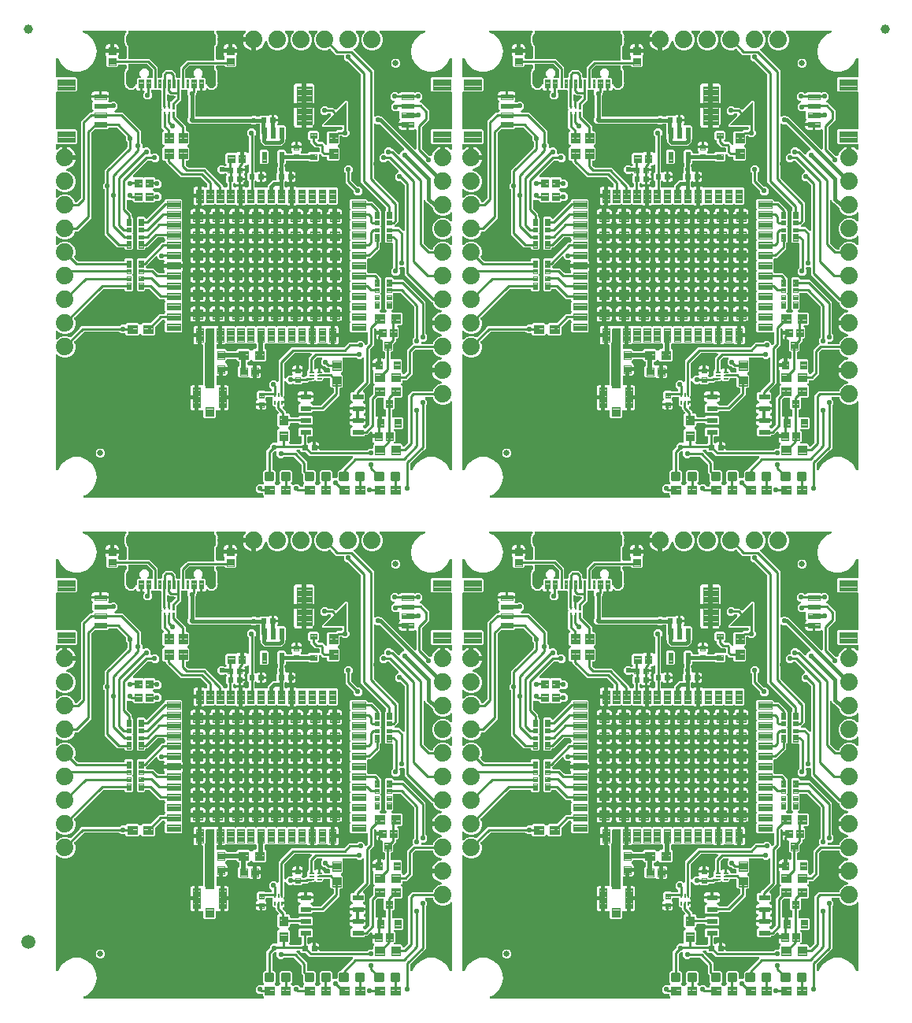
<source format=gtl>
G04 EAGLE Gerber RS-274X export*
G75*
%MOMM*%
%FSLAX34Y34*%
%LPD*%
%INTop Copper*%
%IPPOS*%
%AMOC8*
5,1,8,0,0,1.08239X$1,22.5*%
G01*
%ADD10C,0.096000*%
%ADD11C,0.102000*%
%ADD12C,1.879600*%
%ADD13C,0.100800*%
%ADD14C,0.100000*%
%ADD15C,0.635000*%
%ADD16C,0.300000*%
%ADD17C,0.654000*%
%ADD18C,0.099000*%
%ADD19C,0.102500*%
%ADD20C,0.104000*%
%ADD21C,0.100700*%
%ADD22C,1.000000*%
%ADD23C,1.500000*%
%ADD24C,0.558800*%
%ADD25C,0.254000*%
%ADD26C,0.381000*%
%ADD27C,0.152400*%
%ADD28C,0.604000*%
%ADD29C,0.508000*%

G36*
X225786Y541292D02*
X225786Y541292D01*
X225925Y541305D01*
X225944Y541312D01*
X225964Y541315D01*
X226093Y541366D01*
X226224Y541413D01*
X226241Y541424D01*
X226260Y541432D01*
X226372Y541513D01*
X226487Y541591D01*
X226501Y541607D01*
X226517Y541618D01*
X226606Y541726D01*
X226698Y541830D01*
X226707Y541848D01*
X226720Y541863D01*
X226779Y541989D01*
X226842Y542113D01*
X226847Y542133D01*
X226855Y542151D01*
X226881Y542288D01*
X226912Y542423D01*
X226911Y542444D01*
X226915Y542463D01*
X226906Y542602D01*
X226902Y542741D01*
X226897Y542761D01*
X226895Y542781D01*
X226853Y542913D01*
X226814Y543047D01*
X226804Y543064D01*
X226797Y543083D01*
X226723Y543201D01*
X226652Y543321D01*
X226634Y543342D01*
X226627Y543352D01*
X226612Y543366D01*
X226546Y543441D01*
X225521Y544466D01*
X225521Y545338D01*
X225506Y545456D01*
X225499Y545575D01*
X225486Y545613D01*
X225481Y545654D01*
X225438Y545764D01*
X225401Y545877D01*
X225379Y545912D01*
X225364Y545949D01*
X225295Y546045D01*
X225231Y546146D01*
X225201Y546174D01*
X225178Y546207D01*
X225086Y546283D01*
X224999Y546364D01*
X224964Y546384D01*
X224933Y546409D01*
X224825Y546460D01*
X224721Y546518D01*
X224681Y546528D01*
X224645Y546545D01*
X224528Y546567D01*
X224413Y546597D01*
X224353Y546601D01*
X224333Y546605D01*
X224312Y546603D01*
X224252Y546607D01*
X220356Y546607D01*
X217677Y549286D01*
X217677Y553074D01*
X220356Y555753D01*
X224147Y555753D01*
X224229Y555689D01*
X224318Y555610D01*
X224354Y555592D01*
X224386Y555567D01*
X224495Y555520D01*
X224601Y555466D01*
X224641Y555457D01*
X224678Y555441D01*
X224795Y555422D01*
X224911Y555396D01*
X224952Y555397D01*
X224992Y555391D01*
X225110Y555402D01*
X225229Y555406D01*
X225268Y555417D01*
X225308Y555421D01*
X225420Y555461D01*
X225535Y555494D01*
X225570Y555515D01*
X225608Y555528D01*
X225706Y555595D01*
X225809Y555656D01*
X225854Y555696D01*
X225871Y555707D01*
X225884Y555722D01*
X225930Y555762D01*
X226573Y556405D01*
X226646Y556500D01*
X226725Y556589D01*
X226743Y556625D01*
X226768Y556657D01*
X226815Y556766D01*
X226869Y556872D01*
X226878Y556911D01*
X226894Y556948D01*
X226913Y557066D01*
X226939Y557182D01*
X226938Y557223D01*
X226944Y557263D01*
X226933Y557381D01*
X226929Y557500D01*
X226918Y557539D01*
X226914Y557579D01*
X226874Y557691D01*
X226841Y557806D01*
X226820Y557841D01*
X226807Y557878D01*
X226740Y557977D01*
X226679Y558080D01*
X226639Y558125D01*
X226628Y558142D01*
X226613Y558155D01*
X226573Y558200D01*
X225751Y559022D01*
X225751Y568738D01*
X227672Y570659D01*
X228212Y570659D01*
X228330Y570674D01*
X228449Y570681D01*
X228487Y570694D01*
X228528Y570699D01*
X228638Y570742D01*
X228751Y570779D01*
X228786Y570801D01*
X228823Y570816D01*
X228919Y570885D01*
X229020Y570949D01*
X229048Y570979D01*
X229081Y571002D01*
X229157Y571094D01*
X229238Y571181D01*
X229258Y571216D01*
X229283Y571247D01*
X229334Y571355D01*
X229392Y571459D01*
X229402Y571499D01*
X229419Y571535D01*
X229441Y571652D01*
X229471Y571767D01*
X229475Y571827D01*
X229479Y571847D01*
X229477Y571868D01*
X229481Y571928D01*
X229481Y591933D01*
X232546Y594997D01*
X232606Y595075D01*
X232674Y595147D01*
X232703Y595200D01*
X232740Y595248D01*
X232780Y595339D01*
X232828Y595426D01*
X232843Y595485D01*
X232867Y595540D01*
X232882Y595638D01*
X232907Y595734D01*
X232913Y595834D01*
X232917Y595854D01*
X232915Y595867D01*
X232917Y595895D01*
X232917Y597524D01*
X235596Y600203D01*
X239806Y600203D01*
X239924Y600218D01*
X240043Y600225D01*
X240081Y600238D01*
X240122Y600243D01*
X240232Y600286D01*
X240345Y600323D01*
X240380Y600345D01*
X240417Y600360D01*
X240513Y600429D01*
X240614Y600493D01*
X240642Y600523D01*
X240675Y600546D01*
X240751Y600638D01*
X240832Y600725D01*
X240852Y600760D01*
X240877Y600791D01*
X240928Y600899D01*
X240986Y601003D01*
X240996Y601043D01*
X241013Y601079D01*
X241035Y601196D01*
X241065Y601311D01*
X241069Y601371D01*
X241073Y601391D01*
X241071Y601412D01*
X241075Y601472D01*
X241075Y613746D01*
X242734Y615405D01*
X242807Y615499D01*
X242886Y615588D01*
X242904Y615624D01*
X242929Y615656D01*
X242976Y615765D01*
X243030Y615871D01*
X243039Y615910D01*
X243055Y615948D01*
X243074Y616065D01*
X243100Y616181D01*
X243099Y616222D01*
X243105Y616262D01*
X243094Y616380D01*
X243090Y616499D01*
X243079Y616538D01*
X243075Y616578D01*
X243035Y616690D01*
X243002Y616805D01*
X242981Y616840D01*
X242968Y616878D01*
X242901Y616976D01*
X242840Y617079D01*
X242800Y617124D01*
X242789Y617141D01*
X242774Y617154D01*
X242734Y617200D01*
X241075Y618858D01*
X241075Y630746D01*
X242166Y631837D01*
X242239Y631931D01*
X242318Y632020D01*
X242337Y632056D01*
X242361Y632088D01*
X242409Y632198D01*
X242463Y632304D01*
X242472Y632343D01*
X242488Y632380D01*
X242506Y632498D01*
X242532Y632614D01*
X242531Y632654D01*
X242538Y632694D01*
X242526Y632813D01*
X242523Y632932D01*
X242512Y632971D01*
X242508Y633011D01*
X242467Y633123D01*
X242434Y633237D01*
X242414Y633272D01*
X242400Y633310D01*
X242333Y633409D01*
X242273Y633511D01*
X242233Y633556D01*
X242222Y633573D01*
X242206Y633587D01*
X242166Y633632D01*
X238829Y636969D01*
X238829Y638342D01*
X238814Y638460D01*
X238807Y638579D01*
X238794Y638617D01*
X238789Y638658D01*
X238746Y638768D01*
X238709Y638881D01*
X238687Y638916D01*
X238672Y638953D01*
X238603Y639049D01*
X238539Y639150D01*
X238509Y639178D01*
X238486Y639211D01*
X238394Y639287D01*
X238307Y639368D01*
X238272Y639388D01*
X238241Y639413D01*
X238133Y639464D01*
X238029Y639522D01*
X237989Y639532D01*
X237953Y639549D01*
X237836Y639571D01*
X237721Y639601D01*
X237661Y639605D01*
X237641Y639609D01*
X237620Y639607D01*
X237560Y639611D01*
X236976Y639611D01*
X235639Y640948D01*
X235639Y646832D01*
X235950Y647143D01*
X236023Y647237D01*
X236102Y647326D01*
X236120Y647362D01*
X236145Y647394D01*
X236192Y647503D01*
X236246Y647609D01*
X236255Y647648D01*
X236271Y647686D01*
X236290Y647803D01*
X236316Y647919D01*
X236315Y647960D01*
X236321Y648000D01*
X236310Y648118D01*
X236306Y648237D01*
X236295Y648276D01*
X236291Y648316D01*
X236251Y648429D01*
X236218Y648543D01*
X236197Y648578D01*
X236184Y648616D01*
X236117Y648714D01*
X236056Y648817D01*
X236017Y648862D01*
X236005Y648879D01*
X235990Y648892D01*
X235950Y648938D01*
X235528Y649360D01*
X235450Y649420D01*
X235378Y649488D01*
X235325Y649517D01*
X235277Y649554D01*
X235186Y649594D01*
X235099Y649642D01*
X235041Y649657D01*
X234985Y649681D01*
X234887Y649696D01*
X234791Y649721D01*
X234691Y649727D01*
X234671Y649731D01*
X234658Y649729D01*
X234630Y649731D01*
X229820Y649731D01*
X229702Y649716D01*
X229583Y649709D01*
X229545Y649696D01*
X229504Y649691D01*
X229394Y649648D01*
X229281Y649611D01*
X229246Y649589D01*
X229209Y649574D01*
X229113Y649505D01*
X229012Y649441D01*
X228984Y649411D01*
X228951Y649388D01*
X228875Y649296D01*
X228794Y649209D01*
X228774Y649174D01*
X228749Y649143D01*
X228698Y649035D01*
X228640Y648931D01*
X228630Y648891D01*
X228613Y648855D01*
X228591Y648738D01*
X228561Y648623D01*
X228557Y648563D01*
X228553Y648543D01*
X228555Y648522D01*
X228551Y648462D01*
X228551Y648090D01*
X228425Y647964D01*
X228352Y647870D01*
X228273Y647781D01*
X228255Y647745D01*
X228230Y647713D01*
X228183Y647604D01*
X228129Y647498D01*
X228120Y647458D01*
X228104Y647421D01*
X228085Y647303D01*
X228059Y647187D01*
X228060Y647147D01*
X228054Y647107D01*
X228065Y646988D01*
X228069Y646870D01*
X228080Y646831D01*
X228084Y646791D01*
X228124Y646679D01*
X228157Y646564D01*
X228178Y646529D01*
X228191Y646491D01*
X228258Y646393D01*
X228319Y646290D01*
X228358Y646245D01*
X228370Y646228D01*
X228385Y646215D01*
X228425Y646169D01*
X228703Y645891D01*
X229105Y645196D01*
X229313Y644420D01*
X229313Y643027D01*
X224002Y643027D01*
X223884Y643012D01*
X223765Y643005D01*
X223758Y643003D01*
X223702Y643017D01*
X223642Y643021D01*
X223622Y643025D01*
X223602Y643023D01*
X223542Y643027D01*
X218231Y643027D01*
X218231Y644420D01*
X218439Y645196D01*
X218841Y645891D01*
X219119Y646169D01*
X219192Y646263D01*
X219271Y646353D01*
X219289Y646389D01*
X219314Y646421D01*
X219361Y646530D01*
X219415Y646636D01*
X219424Y646675D01*
X219440Y646712D01*
X219459Y646830D01*
X219485Y646946D01*
X219484Y646987D01*
X219490Y647027D01*
X219479Y647145D01*
X219475Y647264D01*
X219464Y647303D01*
X219460Y647343D01*
X219420Y647455D01*
X219387Y647570D01*
X219366Y647604D01*
X219353Y647642D01*
X219286Y647741D01*
X219225Y647844D01*
X219186Y647889D01*
X219174Y647906D01*
X219159Y647919D01*
X219119Y647964D01*
X218993Y648090D01*
X218993Y654966D01*
X220334Y656307D01*
X227210Y656307D01*
X227316Y656200D01*
X227395Y656140D01*
X227467Y656072D01*
X227520Y656043D01*
X227568Y656006D01*
X227659Y655966D01*
X227745Y655918D01*
X227804Y655903D01*
X227859Y655879D01*
X227957Y655864D01*
X228053Y655839D01*
X228153Y655833D01*
X228173Y655829D01*
X228186Y655831D01*
X228214Y655829D01*
X234050Y655829D01*
X234168Y655844D01*
X234287Y655851D01*
X234325Y655864D01*
X234366Y655869D01*
X234476Y655912D01*
X234589Y655949D01*
X234624Y655971D01*
X234661Y655986D01*
X234757Y656055D01*
X234858Y656119D01*
X234886Y656149D01*
X234919Y656172D01*
X234995Y656264D01*
X235076Y656351D01*
X235096Y656386D01*
X235121Y656417D01*
X235172Y656525D01*
X235230Y656629D01*
X235240Y656669D01*
X235257Y656705D01*
X235279Y656822D01*
X235309Y656937D01*
X235313Y656997D01*
X235317Y657017D01*
X235315Y657038D01*
X235319Y657098D01*
X235319Y657610D01*
X235307Y657708D01*
X235304Y657807D01*
X235287Y657866D01*
X235279Y657926D01*
X235243Y658018D01*
X235215Y658113D01*
X235185Y658165D01*
X235162Y658221D01*
X235104Y658301D01*
X235054Y658387D01*
X234988Y658462D01*
X234976Y658479D01*
X234966Y658487D01*
X234948Y658508D01*
X232409Y661046D01*
X232409Y664834D01*
X235088Y667513D01*
X238876Y667513D01*
X240149Y666240D01*
X240258Y666155D01*
X240365Y666066D01*
X240384Y666058D01*
X240400Y666045D01*
X240528Y665990D01*
X240653Y665931D01*
X240673Y665927D01*
X240692Y665919D01*
X240830Y665897D01*
X240966Y665871D01*
X240986Y665872D01*
X241006Y665869D01*
X241145Y665882D01*
X241283Y665891D01*
X241302Y665897D01*
X241322Y665899D01*
X241454Y665946D01*
X241585Y665989D01*
X241603Y666000D01*
X241622Y666007D01*
X241737Y666085D01*
X241854Y666159D01*
X241868Y666174D01*
X241885Y666185D01*
X241977Y666289D01*
X242072Y666391D01*
X242082Y666408D01*
X242095Y666424D01*
X242159Y666548D01*
X242226Y666669D01*
X242231Y666689D01*
X242240Y666707D01*
X242270Y666843D01*
X242305Y666977D01*
X242307Y667005D01*
X242310Y667017D01*
X242309Y667038D01*
X242315Y667138D01*
X242315Y688587D01*
X256547Y702819D01*
X311621Y702819D01*
X311720Y702831D01*
X311819Y702834D01*
X311877Y702851D01*
X311937Y702859D01*
X312029Y702895D01*
X312124Y702923D01*
X312176Y702953D01*
X312233Y702976D01*
X312313Y703034D01*
X312398Y703084D01*
X312473Y703150D01*
X312490Y703162D01*
X312498Y703172D01*
X312519Y703190D01*
X317697Y708369D01*
X326446Y708369D01*
X326544Y708381D01*
X326643Y708384D01*
X326702Y708401D01*
X326762Y708409D01*
X326854Y708445D01*
X326949Y708473D01*
X327001Y708503D01*
X327057Y708526D01*
X327137Y708584D01*
X327223Y708634D01*
X327298Y708700D01*
X327315Y708712D01*
X327323Y708722D01*
X327344Y708740D01*
X328496Y709893D01*
X332284Y709893D01*
X334963Y707214D01*
X334963Y706829D01*
X334980Y706691D01*
X334993Y706552D01*
X335000Y706533D01*
X335003Y706513D01*
X335054Y706384D01*
X335101Y706253D01*
X335112Y706236D01*
X335120Y706217D01*
X335201Y706105D01*
X335279Y705990D01*
X335295Y705976D01*
X335306Y705960D01*
X335414Y705871D01*
X335518Y705779D01*
X335536Y705770D01*
X335551Y705757D01*
X335677Y705698D01*
X335801Y705635D01*
X335821Y705630D01*
X335839Y705622D01*
X335976Y705596D01*
X336111Y705565D01*
X336132Y705566D01*
X336151Y705562D01*
X336290Y705570D01*
X336429Y705575D01*
X336449Y705580D01*
X336469Y705582D01*
X336601Y705624D01*
X336735Y705663D01*
X336752Y705673D01*
X336771Y705680D01*
X336889Y705754D01*
X337009Y705825D01*
X337030Y705843D01*
X337040Y705850D01*
X337054Y705865D01*
X337129Y705931D01*
X338210Y707011D01*
X338270Y707089D01*
X338338Y707161D01*
X338367Y707215D01*
X338404Y707262D01*
X338444Y707353D01*
X338492Y707440D01*
X338507Y707499D01*
X338531Y707554D01*
X338546Y707652D01*
X338571Y707748D01*
X338577Y707848D01*
X338581Y707868D01*
X338579Y707881D01*
X338581Y707909D01*
X338581Y718106D01*
X338564Y718244D01*
X338551Y718383D01*
X338544Y718402D01*
X338541Y718422D01*
X338490Y718551D01*
X338443Y718682D01*
X338432Y718699D01*
X338424Y718717D01*
X338343Y718830D01*
X338265Y718945D01*
X338249Y718958D01*
X338238Y718975D01*
X338130Y719063D01*
X338026Y719155D01*
X338008Y719165D01*
X337993Y719178D01*
X337867Y719237D01*
X337743Y719300D01*
X337723Y719304D01*
X337705Y719313D01*
X337569Y719339D01*
X337433Y719370D01*
X337412Y719369D01*
X337393Y719373D01*
X337254Y719364D01*
X337115Y719360D01*
X337095Y719354D01*
X337075Y719353D01*
X336943Y719310D01*
X336809Y719272D01*
X336792Y719261D01*
X336773Y719255D01*
X336655Y719181D01*
X336535Y719110D01*
X336514Y719092D01*
X336504Y719085D01*
X336490Y719070D01*
X336414Y719004D01*
X336412Y719001D01*
X320548Y719001D01*
X319201Y720348D01*
X319201Y729212D01*
X319372Y729382D01*
X319445Y729477D01*
X319523Y729566D01*
X319542Y729602D01*
X319567Y729634D01*
X319614Y729743D01*
X319668Y729849D01*
X319677Y729888D01*
X319693Y729926D01*
X319712Y730043D01*
X319738Y730159D01*
X319736Y730200D01*
X319743Y730240D01*
X319732Y730358D01*
X319728Y730477D01*
X319717Y730516D01*
X319713Y730556D01*
X319673Y730668D01*
X319640Y730783D01*
X319619Y730818D01*
X319605Y730856D01*
X319539Y730954D01*
X319478Y731057D01*
X319438Y731102D01*
X319427Y731119D01*
X319411Y731132D01*
X319372Y731177D01*
X319201Y731348D01*
X319201Y740212D01*
X319372Y740382D01*
X319445Y740477D01*
X319523Y740566D01*
X319542Y740602D01*
X319567Y740634D01*
X319614Y740743D01*
X319668Y740849D01*
X319677Y740888D01*
X319693Y740926D01*
X319712Y741043D01*
X319738Y741159D01*
X319736Y741200D01*
X319743Y741240D01*
X319732Y741358D01*
X319728Y741477D01*
X319717Y741516D01*
X319713Y741556D01*
X319673Y741668D01*
X319640Y741783D01*
X319619Y741818D01*
X319605Y741856D01*
X319539Y741954D01*
X319478Y742057D01*
X319438Y742102D01*
X319427Y742119D01*
X319411Y742132D01*
X319372Y742177D01*
X319201Y742348D01*
X319201Y751212D01*
X319372Y751382D01*
X319445Y751477D01*
X319523Y751566D01*
X319542Y751602D01*
X319567Y751634D01*
X319614Y751743D01*
X319668Y751849D01*
X319677Y751888D01*
X319693Y751926D01*
X319712Y752043D01*
X319738Y752159D01*
X319736Y752200D01*
X319743Y752240D01*
X319732Y752358D01*
X319728Y752477D01*
X319717Y752516D01*
X319713Y752556D01*
X319673Y752668D01*
X319640Y752783D01*
X319619Y752818D01*
X319605Y752856D01*
X319539Y752954D01*
X319478Y753057D01*
X319438Y753102D01*
X319427Y753119D01*
X319411Y753132D01*
X319372Y753177D01*
X319201Y753348D01*
X319201Y762212D01*
X319372Y762382D01*
X319445Y762477D01*
X319523Y762566D01*
X319542Y762602D01*
X319567Y762634D01*
X319614Y762743D01*
X319668Y762849D01*
X319677Y762888D01*
X319693Y762926D01*
X319712Y763043D01*
X319738Y763159D01*
X319736Y763200D01*
X319743Y763240D01*
X319732Y763358D01*
X319728Y763477D01*
X319717Y763516D01*
X319713Y763556D01*
X319673Y763668D01*
X319640Y763783D01*
X319619Y763818D01*
X319605Y763856D01*
X319539Y763954D01*
X319478Y764057D01*
X319438Y764102D01*
X319427Y764119D01*
X319411Y764132D01*
X319372Y764177D01*
X319201Y764348D01*
X319201Y773212D01*
X319372Y773382D01*
X319445Y773477D01*
X319523Y773566D01*
X319542Y773602D01*
X319567Y773634D01*
X319614Y773743D01*
X319668Y773849D01*
X319677Y773888D01*
X319693Y773926D01*
X319712Y774043D01*
X319738Y774159D01*
X319736Y774200D01*
X319743Y774240D01*
X319732Y774358D01*
X319728Y774477D01*
X319717Y774516D01*
X319713Y774556D01*
X319673Y774668D01*
X319640Y774783D01*
X319619Y774818D01*
X319605Y774856D01*
X319539Y774954D01*
X319478Y775057D01*
X319438Y775102D01*
X319427Y775119D01*
X319411Y775132D01*
X319372Y775177D01*
X319201Y775348D01*
X319201Y784212D01*
X319372Y784382D01*
X319445Y784477D01*
X319523Y784566D01*
X319542Y784602D01*
X319567Y784634D01*
X319614Y784743D01*
X319668Y784849D01*
X319677Y784888D01*
X319693Y784926D01*
X319712Y785043D01*
X319738Y785159D01*
X319736Y785200D01*
X319743Y785240D01*
X319732Y785358D01*
X319728Y785477D01*
X319717Y785516D01*
X319713Y785556D01*
X319673Y785668D01*
X319640Y785783D01*
X319619Y785818D01*
X319605Y785856D01*
X319539Y785954D01*
X319478Y786057D01*
X319438Y786102D01*
X319427Y786119D01*
X319411Y786132D01*
X319372Y786177D01*
X319201Y786348D01*
X319201Y795212D01*
X319372Y795382D01*
X319445Y795477D01*
X319523Y795566D01*
X319542Y795602D01*
X319567Y795634D01*
X319614Y795743D01*
X319668Y795849D01*
X319677Y795888D01*
X319693Y795926D01*
X319712Y796043D01*
X319738Y796159D01*
X319736Y796200D01*
X319743Y796240D01*
X319732Y796358D01*
X319728Y796477D01*
X319717Y796516D01*
X319713Y796556D01*
X319673Y796668D01*
X319640Y796783D01*
X319619Y796818D01*
X319605Y796856D01*
X319539Y796954D01*
X319478Y797057D01*
X319438Y797102D01*
X319427Y797119D01*
X319411Y797132D01*
X319372Y797177D01*
X319201Y797348D01*
X319201Y806212D01*
X319372Y806382D01*
X319445Y806477D01*
X319523Y806566D01*
X319542Y806602D01*
X319567Y806634D01*
X319614Y806743D01*
X319668Y806849D01*
X319677Y806888D01*
X319693Y806926D01*
X319712Y807043D01*
X319738Y807159D01*
X319736Y807200D01*
X319743Y807240D01*
X319732Y807358D01*
X319728Y807477D01*
X319717Y807516D01*
X319713Y807556D01*
X319673Y807668D01*
X319640Y807783D01*
X319619Y807818D01*
X319605Y807856D01*
X319539Y807954D01*
X319478Y808057D01*
X319438Y808102D01*
X319427Y808119D01*
X319411Y808132D01*
X319372Y808177D01*
X319201Y808348D01*
X319201Y817212D01*
X319372Y817382D01*
X319445Y817477D01*
X319523Y817566D01*
X319542Y817602D01*
X319567Y817634D01*
X319614Y817743D01*
X319668Y817849D01*
X319677Y817888D01*
X319693Y817926D01*
X319712Y818043D01*
X319738Y818159D01*
X319736Y818200D01*
X319743Y818240D01*
X319732Y818358D01*
X319728Y818477D01*
X319717Y818516D01*
X319713Y818556D01*
X319673Y818668D01*
X319640Y818783D01*
X319619Y818818D01*
X319605Y818856D01*
X319539Y818954D01*
X319478Y819057D01*
X319438Y819102D01*
X319427Y819119D01*
X319411Y819132D01*
X319372Y819177D01*
X319201Y819348D01*
X319201Y828212D01*
X319372Y828382D01*
X319445Y828477D01*
X319523Y828566D01*
X319542Y828602D01*
X319567Y828634D01*
X319614Y828743D01*
X319668Y828849D01*
X319677Y828888D01*
X319693Y828926D01*
X319712Y829043D01*
X319738Y829159D01*
X319736Y829200D01*
X319743Y829240D01*
X319732Y829358D01*
X319728Y829477D01*
X319717Y829516D01*
X319713Y829556D01*
X319673Y829668D01*
X319640Y829783D01*
X319619Y829818D01*
X319605Y829856D01*
X319539Y829954D01*
X319478Y830057D01*
X319438Y830102D01*
X319427Y830119D01*
X319411Y830132D01*
X319372Y830177D01*
X319201Y830348D01*
X319201Y839212D01*
X319372Y839382D01*
X319445Y839477D01*
X319523Y839566D01*
X319542Y839602D01*
X319567Y839634D01*
X319614Y839743D01*
X319668Y839849D01*
X319677Y839888D01*
X319693Y839926D01*
X319712Y840043D01*
X319738Y840159D01*
X319736Y840200D01*
X319743Y840240D01*
X319732Y840358D01*
X319728Y840477D01*
X319717Y840516D01*
X319713Y840556D01*
X319673Y840668D01*
X319640Y840783D01*
X319619Y840818D01*
X319605Y840856D01*
X319539Y840954D01*
X319478Y841057D01*
X319438Y841102D01*
X319427Y841119D01*
X319411Y841132D01*
X319372Y841177D01*
X319201Y841348D01*
X319201Y850212D01*
X319372Y850382D01*
X319445Y850477D01*
X319523Y850566D01*
X319542Y850602D01*
X319567Y850634D01*
X319614Y850743D01*
X319668Y850849D01*
X319677Y850888D01*
X319693Y850926D01*
X319712Y851043D01*
X319738Y851159D01*
X319736Y851200D01*
X319743Y851240D01*
X319732Y851358D01*
X319728Y851477D01*
X319717Y851516D01*
X319713Y851556D01*
X319673Y851668D01*
X319640Y851783D01*
X319619Y851818D01*
X319605Y851856D01*
X319539Y851954D01*
X319478Y852057D01*
X319438Y852102D01*
X319427Y852119D01*
X319411Y852132D01*
X319372Y852177D01*
X319201Y852348D01*
X319201Y861212D01*
X320548Y862559D01*
X336412Y862559D01*
X337759Y861212D01*
X337759Y861098D01*
X337774Y860980D01*
X337781Y860861D01*
X337794Y860823D01*
X337799Y860782D01*
X337842Y860672D01*
X337879Y860559D01*
X337901Y860524D01*
X337916Y860487D01*
X337985Y860391D01*
X338049Y860290D01*
X338079Y860262D01*
X338102Y860229D01*
X338194Y860153D01*
X338281Y860072D01*
X338316Y860052D01*
X338347Y860027D01*
X338455Y859976D01*
X338559Y859918D01*
X338599Y859908D01*
X338635Y859891D01*
X338752Y859869D01*
X338867Y859839D01*
X338927Y859835D01*
X338947Y859831D01*
X338968Y859833D01*
X339028Y859829D01*
X343363Y859829D01*
X351179Y852013D01*
X351179Y851573D01*
X351191Y851474D01*
X351194Y851375D01*
X351211Y851317D01*
X351219Y851257D01*
X351255Y851165D01*
X351283Y851070D01*
X351313Y851018D01*
X351336Y850961D01*
X351394Y850881D01*
X351444Y850796D01*
X351510Y850720D01*
X351522Y850704D01*
X351532Y850696D01*
X351550Y850675D01*
X352659Y849567D01*
X352659Y834176D01*
X352500Y834018D01*
X352427Y833923D01*
X352348Y833834D01*
X352330Y833798D01*
X352305Y833766D01*
X352258Y833657D01*
X352204Y833551D01*
X352195Y833512D01*
X352179Y833474D01*
X352160Y833357D01*
X352134Y833241D01*
X352135Y833200D01*
X352129Y833160D01*
X352140Y833042D01*
X352144Y832923D01*
X352155Y832884D01*
X352159Y832844D01*
X352199Y832732D01*
X352232Y832617D01*
X352253Y832582D01*
X352266Y832544D01*
X352333Y832446D01*
X352394Y832343D01*
X352434Y832298D01*
X352445Y832281D01*
X352460Y832268D01*
X352500Y832223D01*
X352659Y832064D01*
X352659Y816673D01*
X351550Y815565D01*
X351490Y815487D01*
X351422Y815415D01*
X351393Y815361D01*
X351356Y815314D01*
X351316Y815223D01*
X351268Y815136D01*
X351253Y815077D01*
X351229Y815022D01*
X351214Y814924D01*
X351189Y814828D01*
X351183Y814728D01*
X351179Y814708D01*
X351181Y814695D01*
X351179Y814667D01*
X351179Y809147D01*
X340763Y798731D01*
X339028Y798731D01*
X338910Y798716D01*
X338791Y798709D01*
X338753Y798696D01*
X338712Y798691D01*
X338602Y798648D01*
X338489Y798611D01*
X338454Y798589D01*
X338417Y798574D01*
X338321Y798505D01*
X338220Y798441D01*
X338192Y798411D01*
X338159Y798388D01*
X338083Y798296D01*
X338002Y798209D01*
X337982Y798174D01*
X337957Y798143D01*
X337906Y798035D01*
X337848Y797931D01*
X337838Y797891D01*
X337821Y797855D01*
X337799Y797738D01*
X337769Y797623D01*
X337765Y797563D01*
X337761Y797543D01*
X337763Y797522D01*
X337759Y797462D01*
X337759Y797348D01*
X337588Y797177D01*
X337515Y797083D01*
X337437Y796994D01*
X337418Y796958D01*
X337393Y796926D01*
X337346Y796817D01*
X337292Y796711D01*
X337283Y796671D01*
X337267Y796634D01*
X337248Y796517D01*
X337222Y796401D01*
X337224Y796360D01*
X337217Y796320D01*
X337228Y796201D01*
X337232Y796083D01*
X337243Y796044D01*
X337247Y796004D01*
X337287Y795891D01*
X337320Y795777D01*
X337341Y795742D01*
X337355Y795704D01*
X337422Y795606D01*
X337482Y795503D01*
X337522Y795458D01*
X337533Y795441D01*
X337549Y795428D01*
X337588Y795382D01*
X337759Y795212D01*
X337759Y786348D01*
X337588Y786177D01*
X337515Y786083D01*
X337437Y785994D01*
X337418Y785958D01*
X337393Y785926D01*
X337346Y785817D01*
X337292Y785711D01*
X337283Y785671D01*
X337267Y785634D01*
X337248Y785517D01*
X337222Y785401D01*
X337224Y785360D01*
X337217Y785320D01*
X337228Y785201D01*
X337232Y785083D01*
X337243Y785044D01*
X337247Y785004D01*
X337287Y784891D01*
X337320Y784777D01*
X337341Y784742D01*
X337355Y784704D01*
X337422Y784606D01*
X337482Y784503D01*
X337522Y784458D01*
X337533Y784441D01*
X337549Y784428D01*
X337588Y784382D01*
X337759Y784212D01*
X337759Y784098D01*
X337774Y783980D01*
X337781Y783861D01*
X337794Y783823D01*
X337799Y783782D01*
X337842Y783672D01*
X337879Y783559D01*
X337901Y783524D01*
X337916Y783487D01*
X337985Y783391D01*
X338049Y783290D01*
X338079Y783262D01*
X338102Y783229D01*
X338194Y783153D01*
X338281Y783072D01*
X338316Y783052D01*
X338347Y783027D01*
X338455Y782976D01*
X338559Y782918D01*
X338599Y782908D01*
X338635Y782891D01*
X338752Y782869D01*
X338867Y782839D01*
X338927Y782835D01*
X338947Y782831D01*
X338968Y782833D01*
X339028Y782829D01*
X347423Y782829D01*
X351192Y779060D01*
X351194Y778985D01*
X351211Y778927D01*
X351219Y778867D01*
X351255Y778775D01*
X351283Y778680D01*
X351313Y778628D01*
X351336Y778571D01*
X351394Y778491D01*
X351444Y778406D01*
X351510Y778330D01*
X351522Y778314D01*
X351532Y778306D01*
X351550Y778285D01*
X352659Y777177D01*
X352659Y761786D01*
X352500Y761628D01*
X352427Y761533D01*
X352348Y761444D01*
X352330Y761408D01*
X352305Y761376D01*
X352258Y761267D01*
X352204Y761161D01*
X352195Y761122D01*
X352179Y761084D01*
X352160Y760967D01*
X352134Y760851D01*
X352135Y760810D01*
X352129Y760770D01*
X352140Y760652D01*
X352144Y760533D01*
X352155Y760494D01*
X352159Y760454D01*
X352199Y760342D01*
X352232Y760227D01*
X352253Y760192D01*
X352266Y760154D01*
X352333Y760056D01*
X352394Y759953D01*
X352434Y759908D01*
X352445Y759891D01*
X352460Y759878D01*
X352500Y759833D01*
X352659Y759674D01*
X352659Y744283D01*
X351151Y742775D01*
X351066Y742666D01*
X350977Y742559D01*
X350968Y742540D01*
X350956Y742524D01*
X350901Y742396D01*
X350842Y742271D01*
X350838Y742251D01*
X350830Y742232D01*
X350808Y742094D01*
X350782Y741958D01*
X350783Y741938D01*
X350780Y741918D01*
X350793Y741779D01*
X350802Y741641D01*
X350808Y741622D01*
X350810Y741602D01*
X350857Y741470D01*
X350900Y741339D01*
X350910Y741321D01*
X350917Y741302D01*
X350995Y741187D01*
X351070Y741070D01*
X351085Y741056D01*
X351096Y741039D01*
X351200Y740947D01*
X351301Y740852D01*
X351319Y740842D01*
X351334Y740829D01*
X351458Y740765D01*
X351580Y740698D01*
X351599Y740693D01*
X351618Y740684D01*
X351753Y740654D01*
X351888Y740619D01*
X351916Y740617D01*
X351928Y740614D01*
X351948Y740615D01*
X352048Y740609D01*
X357212Y740609D01*
X357349Y740626D01*
X357488Y740639D01*
X357507Y740646D01*
X357527Y740649D01*
X357656Y740700D01*
X357787Y740747D01*
X357804Y740758D01*
X357823Y740766D01*
X357935Y740847D01*
X358050Y740925D01*
X358064Y740941D01*
X358080Y740952D01*
X358169Y741060D01*
X358261Y741164D01*
X358270Y741182D01*
X358283Y741197D01*
X358342Y741323D01*
X358405Y741447D01*
X358410Y741467D01*
X358418Y741485D01*
X358445Y741622D01*
X358475Y741757D01*
X358474Y741778D01*
X358478Y741797D01*
X358470Y741936D01*
X358465Y742075D01*
X358460Y742095D01*
X358458Y742115D01*
X358416Y742247D01*
X358377Y742381D01*
X358367Y742398D01*
X358360Y742417D01*
X358286Y742535D01*
X358215Y742655D01*
X358197Y742676D01*
X358190Y742686D01*
X358175Y742700D01*
X358109Y742775D01*
X356601Y744283D01*
X356601Y759674D01*
X356760Y759832D01*
X356833Y759927D01*
X356912Y760016D01*
X356930Y760052D01*
X356955Y760084D01*
X357002Y760193D01*
X357056Y760299D01*
X357065Y760338D01*
X357081Y760376D01*
X357100Y760493D01*
X357126Y760609D01*
X357125Y760650D01*
X357131Y760690D01*
X357120Y760808D01*
X357116Y760927D01*
X357105Y760966D01*
X357101Y761006D01*
X357061Y761118D01*
X357028Y761233D01*
X357007Y761268D01*
X356994Y761306D01*
X356927Y761404D01*
X356866Y761507D01*
X356826Y761552D01*
X356815Y761569D01*
X356800Y761582D01*
X356760Y761627D01*
X356601Y761786D01*
X356601Y777177D01*
X357933Y778509D01*
X364327Y778509D01*
X365659Y777177D01*
X365659Y777048D01*
X365674Y776930D01*
X365681Y776811D01*
X365694Y776773D01*
X365699Y776732D01*
X365742Y776622D01*
X365779Y776509D01*
X365801Y776474D01*
X365816Y776437D01*
X365885Y776341D01*
X365949Y776240D01*
X365979Y776212D01*
X366002Y776179D01*
X366094Y776103D01*
X366181Y776022D01*
X366216Y776002D01*
X366247Y775977D01*
X366355Y775926D01*
X366459Y775868D01*
X366499Y775858D01*
X366535Y775841D01*
X366652Y775819D01*
X366767Y775789D01*
X366827Y775785D01*
X366847Y775781D01*
X366868Y775783D01*
X366928Y775779D01*
X376613Y775779D01*
X400305Y752087D01*
X400305Y717938D01*
X400317Y717840D01*
X400320Y717741D01*
X400337Y717682D01*
X400345Y717622D01*
X400381Y717530D01*
X400409Y717435D01*
X400439Y717383D01*
X400462Y717327D01*
X400520Y717247D01*
X400570Y717161D01*
X400636Y717086D01*
X400648Y717069D01*
X400658Y717061D01*
X400676Y717040D01*
X402083Y715634D01*
X402083Y711846D01*
X399404Y709167D01*
X397002Y709167D01*
X396884Y709152D01*
X396765Y709145D01*
X396727Y709132D01*
X396686Y709127D01*
X396576Y709084D01*
X396463Y709047D01*
X396428Y709025D01*
X396391Y709010D01*
X396295Y708941D01*
X396194Y708877D01*
X396166Y708847D01*
X396133Y708824D01*
X396057Y708732D01*
X395976Y708645D01*
X395956Y708610D01*
X395931Y708579D01*
X395880Y708471D01*
X395822Y708367D01*
X395812Y708327D01*
X395795Y708291D01*
X395773Y708174D01*
X395743Y708059D01*
X395739Y707999D01*
X395735Y707979D01*
X395737Y707958D01*
X395733Y707898D01*
X395748Y707780D01*
X395755Y707661D01*
X395768Y707623D01*
X395773Y707582D01*
X395816Y707472D01*
X395853Y707359D01*
X395875Y707324D01*
X395890Y707287D01*
X395959Y707191D01*
X396023Y707090D01*
X396053Y707062D01*
X396076Y707029D01*
X396168Y706953D01*
X396255Y706872D01*
X396290Y706852D01*
X396321Y706827D01*
X396429Y706776D01*
X396533Y706718D01*
X396573Y706708D01*
X396609Y706691D01*
X396726Y706669D01*
X396841Y706639D01*
X396901Y706635D01*
X396921Y706631D01*
X396942Y706633D01*
X397002Y706629D01*
X407417Y706629D01*
X407446Y706632D01*
X407476Y706630D01*
X407604Y706652D01*
X407733Y706669D01*
X407760Y706679D01*
X407789Y706684D01*
X407908Y706738D01*
X408028Y706786D01*
X408052Y706803D01*
X408079Y706815D01*
X408181Y706896D01*
X408286Y706972D01*
X408305Y706995D01*
X408328Y707014D01*
X408406Y707117D01*
X408489Y707217D01*
X408501Y707244D01*
X408519Y707268D01*
X408590Y707412D01*
X409625Y709911D01*
X412769Y713055D01*
X417064Y714834D01*
X417176Y714898D01*
X417291Y714957D01*
X417314Y714977D01*
X417340Y714992D01*
X417433Y715082D01*
X417530Y715167D01*
X417547Y715192D01*
X417568Y715213D01*
X417636Y715323D01*
X417709Y715430D01*
X417719Y715458D01*
X417735Y715484D01*
X417773Y715607D01*
X417817Y715729D01*
X417819Y715759D01*
X417828Y715788D01*
X417834Y715917D01*
X417847Y716046D01*
X417842Y716076D01*
X417843Y716106D01*
X417817Y716232D01*
X417797Y716360D01*
X417785Y716388D01*
X417779Y716417D01*
X417722Y716533D01*
X417671Y716652D01*
X417653Y716676D01*
X417639Y716703D01*
X417555Y716801D01*
X417477Y716903D01*
X417453Y716922D01*
X417433Y716945D01*
X417327Y717019D01*
X417225Y717099D01*
X417198Y717111D01*
X417173Y717128D01*
X417052Y717174D01*
X416934Y717225D01*
X416892Y717235D01*
X416876Y717241D01*
X416854Y717243D01*
X416777Y717260D01*
X416304Y717335D01*
X414517Y717916D01*
X412843Y718769D01*
X411322Y719874D01*
X409994Y721202D01*
X408889Y722723D01*
X408036Y724397D01*
X407455Y726184D01*
X407415Y726441D01*
X417830Y726441D01*
X417948Y726456D01*
X418067Y726463D01*
X418105Y726476D01*
X418145Y726481D01*
X418256Y726524D01*
X418369Y726561D01*
X418403Y726583D01*
X418441Y726598D01*
X418537Y726668D01*
X418638Y726731D01*
X418666Y726761D01*
X418698Y726784D01*
X418774Y726876D01*
X418856Y726963D01*
X418875Y726998D01*
X418901Y727029D01*
X418952Y727137D01*
X419009Y727241D01*
X419020Y727281D01*
X419037Y727317D01*
X419059Y727434D01*
X419089Y727549D01*
X419093Y727610D01*
X419097Y727630D01*
X419095Y727650D01*
X419099Y727710D01*
X419099Y730250D01*
X419084Y730368D01*
X419077Y730487D01*
X419064Y730525D01*
X419059Y730565D01*
X419015Y730676D01*
X418979Y730789D01*
X418957Y730824D01*
X418942Y730861D01*
X418872Y730957D01*
X418809Y731058D01*
X418779Y731086D01*
X418755Y731119D01*
X418664Y731194D01*
X418577Y731276D01*
X418542Y731296D01*
X418510Y731321D01*
X418403Y731372D01*
X418298Y731430D01*
X418259Y731440D01*
X418223Y731457D01*
X418106Y731479D01*
X417991Y731509D01*
X417930Y731513D01*
X417910Y731517D01*
X417890Y731515D01*
X417830Y731519D01*
X407415Y731519D01*
X407455Y731776D01*
X408036Y733563D01*
X408889Y735237D01*
X409994Y736758D01*
X411322Y738086D01*
X412843Y739191D01*
X414517Y740044D01*
X416304Y740625D01*
X416777Y740700D01*
X416900Y740735D01*
X417026Y740766D01*
X417053Y740780D01*
X417082Y740788D01*
X417193Y740854D01*
X417307Y740914D01*
X417330Y740935D01*
X417356Y740950D01*
X417447Y741041D01*
X417543Y741128D01*
X417559Y741154D01*
X417581Y741175D01*
X417646Y741286D01*
X417718Y741394D01*
X417727Y741423D01*
X417743Y741449D01*
X417779Y741573D01*
X417821Y741695D01*
X417823Y741725D01*
X417832Y741754D01*
X417836Y741883D01*
X417846Y742012D01*
X417841Y742042D01*
X417842Y742072D01*
X417814Y742198D01*
X417792Y742325D01*
X417779Y742353D01*
X417773Y742382D01*
X417714Y742498D01*
X417661Y742615D01*
X417642Y742639D01*
X417628Y742666D01*
X417543Y742763D01*
X417462Y742864D01*
X417438Y742882D01*
X417418Y742904D01*
X417311Y742977D01*
X417208Y743055D01*
X417170Y743074D01*
X417156Y743083D01*
X417135Y743091D01*
X417064Y743126D01*
X412769Y744905D01*
X409625Y748049D01*
X408590Y750548D01*
X408575Y750573D01*
X408566Y750601D01*
X408497Y750711D01*
X408432Y750824D01*
X408412Y750845D01*
X408396Y750870D01*
X408301Y750959D01*
X408211Y751052D01*
X408186Y751068D01*
X408164Y751088D01*
X408050Y751151D01*
X407940Y751219D01*
X407912Y751227D01*
X407886Y751242D01*
X407760Y751274D01*
X407723Y751285D01*
X377951Y781057D01*
X377951Y787908D01*
X377936Y788026D01*
X377929Y788145D01*
X377916Y788183D01*
X377911Y788224D01*
X377868Y788334D01*
X377831Y788447D01*
X377809Y788482D01*
X377794Y788519D01*
X377725Y788615D01*
X377661Y788716D01*
X377631Y788744D01*
X377608Y788777D01*
X377516Y788853D01*
X377429Y788934D01*
X377394Y788954D01*
X377363Y788979D01*
X377255Y789030D01*
X377151Y789088D01*
X377111Y789098D01*
X377075Y789115D01*
X376958Y789137D01*
X376843Y789167D01*
X376783Y789171D01*
X376763Y789175D01*
X376742Y789173D01*
X376682Y789177D01*
X373514Y789177D01*
X373376Y789160D01*
X373237Y789147D01*
X373218Y789140D01*
X373198Y789137D01*
X373069Y789086D01*
X372938Y789039D01*
X372921Y789028D01*
X372903Y789020D01*
X372790Y788939D01*
X372675Y788861D01*
X372662Y788845D01*
X372645Y788834D01*
X372556Y788726D01*
X372465Y788622D01*
X372455Y788604D01*
X372442Y788589D01*
X372383Y788463D01*
X372320Y788339D01*
X372315Y788319D01*
X372307Y788301D01*
X372281Y788164D01*
X372250Y788029D01*
X372251Y788008D01*
X372247Y787989D01*
X372256Y787850D01*
X372260Y787711D01*
X372266Y787691D01*
X372267Y787671D01*
X372310Y787539D01*
X372348Y787405D01*
X372359Y787388D01*
X372365Y787369D01*
X372439Y787251D01*
X372510Y787131D01*
X372528Y787110D01*
X372535Y787100D01*
X372550Y787086D01*
X372616Y787010D01*
X372873Y786754D01*
X372873Y782966D01*
X370194Y780287D01*
X366406Y780287D01*
X363727Y782966D01*
X363727Y786754D01*
X365248Y788274D01*
X365308Y788353D01*
X365376Y788425D01*
X365405Y788478D01*
X365442Y788526D01*
X365482Y788617D01*
X365530Y788703D01*
X365545Y788762D01*
X365569Y788817D01*
X365584Y788915D01*
X365609Y789011D01*
X365615Y789111D01*
X365619Y789132D01*
X365617Y789144D01*
X365619Y789172D01*
X365619Y814072D01*
X365604Y814190D01*
X365597Y814309D01*
X365584Y814347D01*
X365579Y814388D01*
X365536Y814498D01*
X365499Y814611D01*
X365477Y814646D01*
X365462Y814683D01*
X365393Y814779D01*
X365329Y814880D01*
X365299Y814908D01*
X365276Y814941D01*
X365184Y815017D01*
X365097Y815098D01*
X365062Y815118D01*
X365031Y815143D01*
X364923Y815194D01*
X364819Y815252D01*
X364779Y815262D01*
X364743Y815279D01*
X364626Y815301D01*
X364511Y815331D01*
X364451Y815335D01*
X364431Y815339D01*
X364410Y815337D01*
X364350Y815341D01*
X357933Y815341D01*
X356601Y816673D01*
X356601Y832064D01*
X356760Y832222D01*
X356833Y832317D01*
X356912Y832406D01*
X356930Y832442D01*
X356955Y832474D01*
X357002Y832583D01*
X357056Y832689D01*
X357065Y832728D01*
X357081Y832766D01*
X357100Y832883D01*
X357126Y832999D01*
X357125Y833040D01*
X357131Y833080D01*
X357120Y833198D01*
X357116Y833317D01*
X357105Y833356D01*
X357101Y833396D01*
X357061Y833508D01*
X357028Y833623D01*
X357007Y833658D01*
X356994Y833696D01*
X356927Y833794D01*
X356866Y833897D01*
X356826Y833942D01*
X356815Y833959D01*
X356800Y833972D01*
X356760Y834017D01*
X356601Y834176D01*
X356601Y849567D01*
X357710Y850675D01*
X357770Y850753D01*
X357838Y850825D01*
X357867Y850879D01*
X357904Y850926D01*
X357944Y851017D01*
X357992Y851104D01*
X358007Y851163D01*
X358031Y851218D01*
X358046Y851316D01*
X358071Y851412D01*
X358077Y851512D01*
X358081Y851532D01*
X358079Y851545D01*
X358081Y851573D01*
X358081Y852471D01*
X358069Y852570D01*
X358066Y852669D01*
X358049Y852727D01*
X358041Y852787D01*
X358005Y852879D01*
X357977Y852974D01*
X357947Y853026D01*
X357924Y853083D01*
X357866Y853163D01*
X357816Y853248D01*
X357750Y853323D01*
X357738Y853340D01*
X357728Y853348D01*
X357710Y853369D01*
X330961Y880117D01*
X330961Y995923D01*
X330949Y996022D01*
X330946Y996121D01*
X330929Y996179D01*
X330921Y996239D01*
X330885Y996331D01*
X330857Y996426D01*
X330827Y996478D01*
X330804Y996535D01*
X330746Y996615D01*
X330696Y996700D01*
X330630Y996775D01*
X330618Y996792D01*
X330608Y996800D01*
X330590Y996821D01*
X317289Y1010122D01*
X317211Y1010182D01*
X317139Y1010250D01*
X317086Y1010279D01*
X317038Y1010316D01*
X316947Y1010356D01*
X316860Y1010404D01*
X316801Y1010419D01*
X316746Y1010443D01*
X316648Y1010458D01*
X316552Y1010483D01*
X316452Y1010489D01*
X316432Y1010493D01*
X316419Y1010491D01*
X316391Y1010493D01*
X315566Y1010493D01*
X312887Y1013172D01*
X312887Y1016082D01*
X312872Y1016200D01*
X312865Y1016319D01*
X312852Y1016357D01*
X312847Y1016398D01*
X312804Y1016508D01*
X312767Y1016621D01*
X312745Y1016656D01*
X312730Y1016693D01*
X312661Y1016789D01*
X312597Y1016890D01*
X312567Y1016918D01*
X312544Y1016951D01*
X312452Y1017027D01*
X312365Y1017108D01*
X312330Y1017128D01*
X312299Y1017153D01*
X312191Y1017204D01*
X312087Y1017262D01*
X312047Y1017272D01*
X312011Y1017289D01*
X311894Y1017311D01*
X311779Y1017341D01*
X311719Y1017345D01*
X311699Y1017349D01*
X311678Y1017347D01*
X311618Y1017351D01*
X304317Y1017351D01*
X298276Y1023392D01*
X298253Y1023411D01*
X298233Y1023433D01*
X298127Y1023508D01*
X298025Y1023587D01*
X297998Y1023599D01*
X297973Y1023616D01*
X297852Y1023662D01*
X297733Y1023714D01*
X297704Y1023718D01*
X297676Y1023729D01*
X297547Y1023743D01*
X297419Y1023764D01*
X297389Y1023761D01*
X297360Y1023764D01*
X297232Y1023746D01*
X297102Y1023734D01*
X297074Y1023724D01*
X297045Y1023720D01*
X296893Y1023668D01*
X294323Y1022603D01*
X289877Y1022603D01*
X285769Y1024305D01*
X282625Y1027449D01*
X280923Y1031557D01*
X280923Y1036003D01*
X282625Y1040111D01*
X284032Y1041519D01*
X284118Y1041628D01*
X284206Y1041735D01*
X284215Y1041754D01*
X284227Y1041770D01*
X284283Y1041898D01*
X284342Y1042023D01*
X284345Y1042043D01*
X284354Y1042062D01*
X284375Y1042200D01*
X284401Y1042336D01*
X284400Y1042356D01*
X284403Y1042376D01*
X284390Y1042515D01*
X284382Y1042653D01*
X284375Y1042672D01*
X284374Y1042692D01*
X284326Y1042824D01*
X284284Y1042955D01*
X284273Y1042973D01*
X284266Y1042992D01*
X284188Y1043107D01*
X284114Y1043224D01*
X284099Y1043238D01*
X284087Y1043255D01*
X283983Y1043347D01*
X283882Y1043442D01*
X283864Y1043452D01*
X283849Y1043465D01*
X283725Y1043529D01*
X283603Y1043596D01*
X283584Y1043601D01*
X283566Y1043610D01*
X283430Y1043640D01*
X283295Y1043675D01*
X283267Y1043677D01*
X283255Y1043680D01*
X283235Y1043679D01*
X283135Y1043685D01*
X275665Y1043685D01*
X275527Y1043668D01*
X275389Y1043655D01*
X275370Y1043648D01*
X275350Y1043645D01*
X275220Y1043594D01*
X275090Y1043547D01*
X275073Y1043536D01*
X275054Y1043528D01*
X274942Y1043447D01*
X274826Y1043369D01*
X274813Y1043353D01*
X274797Y1043342D01*
X274708Y1043234D01*
X274616Y1043130D01*
X274607Y1043112D01*
X274594Y1043097D01*
X274535Y1042971D01*
X274471Y1042847D01*
X274467Y1042827D01*
X274458Y1042809D01*
X274432Y1042672D01*
X274402Y1042537D01*
X274402Y1042516D01*
X274399Y1042497D01*
X274407Y1042358D01*
X274411Y1042219D01*
X274417Y1042199D01*
X274418Y1042179D01*
X274461Y1042047D01*
X274500Y1041913D01*
X274510Y1041896D01*
X274516Y1041877D01*
X274591Y1041759D01*
X274661Y1041639D01*
X274680Y1041618D01*
X274686Y1041608D01*
X274701Y1041594D01*
X274768Y1041519D01*
X276175Y1040111D01*
X277877Y1036003D01*
X277877Y1031557D01*
X276175Y1027449D01*
X273031Y1024305D01*
X268923Y1022603D01*
X264477Y1022603D01*
X260369Y1024305D01*
X257225Y1027449D01*
X255523Y1031557D01*
X255523Y1036003D01*
X257225Y1040111D01*
X258632Y1041519D01*
X258718Y1041628D01*
X258806Y1041735D01*
X258815Y1041754D01*
X258827Y1041770D01*
X258883Y1041898D01*
X258942Y1042023D01*
X258945Y1042043D01*
X258954Y1042062D01*
X258975Y1042200D01*
X259001Y1042336D01*
X259000Y1042356D01*
X259003Y1042376D01*
X258990Y1042515D01*
X258982Y1042653D01*
X258975Y1042672D01*
X258974Y1042692D01*
X258926Y1042824D01*
X258884Y1042955D01*
X258873Y1042973D01*
X258866Y1042992D01*
X258788Y1043107D01*
X258714Y1043224D01*
X258699Y1043238D01*
X258687Y1043255D01*
X258583Y1043347D01*
X258482Y1043442D01*
X258464Y1043452D01*
X258449Y1043465D01*
X258325Y1043529D01*
X258203Y1043596D01*
X258184Y1043601D01*
X258166Y1043610D01*
X258030Y1043640D01*
X257895Y1043675D01*
X257867Y1043677D01*
X257855Y1043680D01*
X257835Y1043679D01*
X257735Y1043685D01*
X250265Y1043685D01*
X250127Y1043668D01*
X249989Y1043655D01*
X249970Y1043648D01*
X249950Y1043645D01*
X249820Y1043594D01*
X249690Y1043547D01*
X249673Y1043536D01*
X249654Y1043528D01*
X249542Y1043447D01*
X249426Y1043369D01*
X249413Y1043353D01*
X249397Y1043342D01*
X249308Y1043234D01*
X249216Y1043130D01*
X249207Y1043112D01*
X249194Y1043097D01*
X249135Y1042971D01*
X249071Y1042847D01*
X249067Y1042827D01*
X249058Y1042809D01*
X249032Y1042672D01*
X249002Y1042537D01*
X249002Y1042516D01*
X248999Y1042497D01*
X249007Y1042358D01*
X249011Y1042219D01*
X249017Y1042199D01*
X249018Y1042179D01*
X249061Y1042047D01*
X249100Y1041913D01*
X249110Y1041896D01*
X249116Y1041877D01*
X249191Y1041759D01*
X249261Y1041639D01*
X249280Y1041618D01*
X249286Y1041608D01*
X249301Y1041594D01*
X249368Y1041519D01*
X250775Y1040111D01*
X252477Y1036003D01*
X252477Y1031557D01*
X250775Y1027449D01*
X247631Y1024305D01*
X243523Y1022603D01*
X239077Y1022603D01*
X234969Y1024305D01*
X231825Y1027449D01*
X230046Y1031744D01*
X229982Y1031856D01*
X229923Y1031971D01*
X229903Y1031994D01*
X229888Y1032020D01*
X229798Y1032113D01*
X229713Y1032210D01*
X229688Y1032227D01*
X229667Y1032249D01*
X229557Y1032316D01*
X229450Y1032389D01*
X229422Y1032399D01*
X229396Y1032415D01*
X229272Y1032453D01*
X229151Y1032497D01*
X229121Y1032500D01*
X229092Y1032508D01*
X228963Y1032514D01*
X228834Y1032527D01*
X228804Y1032522D01*
X228774Y1032523D01*
X228648Y1032497D01*
X228520Y1032477D01*
X228492Y1032465D01*
X228463Y1032459D01*
X228346Y1032402D01*
X228228Y1032351D01*
X228204Y1032333D01*
X228177Y1032319D01*
X228079Y1032235D01*
X227977Y1032157D01*
X227958Y1032133D01*
X227935Y1032113D01*
X227861Y1032007D01*
X227781Y1031905D01*
X227769Y1031878D01*
X227752Y1031853D01*
X227706Y1031732D01*
X227655Y1031614D01*
X227645Y1031572D01*
X227639Y1031556D01*
X227637Y1031534D01*
X227620Y1031457D01*
X227545Y1030984D01*
X226964Y1029197D01*
X226111Y1027523D01*
X225006Y1026002D01*
X223678Y1024674D01*
X222157Y1023569D01*
X220483Y1022716D01*
X218696Y1022135D01*
X218439Y1022095D01*
X218439Y1032510D01*
X218424Y1032628D01*
X218417Y1032747D01*
X218404Y1032785D01*
X218399Y1032825D01*
X218356Y1032936D01*
X218319Y1033049D01*
X218297Y1033083D01*
X218282Y1033121D01*
X218212Y1033217D01*
X218149Y1033318D01*
X218119Y1033346D01*
X218095Y1033378D01*
X218004Y1033454D01*
X217917Y1033536D01*
X217882Y1033555D01*
X217851Y1033581D01*
X217743Y1033632D01*
X217639Y1033689D01*
X217599Y1033700D01*
X217563Y1033717D01*
X217446Y1033739D01*
X217331Y1033769D01*
X217270Y1033773D01*
X217250Y1033777D01*
X217230Y1033775D01*
X217170Y1033779D01*
X215899Y1033779D01*
X215899Y1035050D01*
X215884Y1035168D01*
X215877Y1035287D01*
X215864Y1035325D01*
X215859Y1035365D01*
X215815Y1035476D01*
X215779Y1035589D01*
X215757Y1035624D01*
X215742Y1035661D01*
X215672Y1035757D01*
X215609Y1035858D01*
X215579Y1035886D01*
X215555Y1035919D01*
X215464Y1035994D01*
X215377Y1036076D01*
X215342Y1036096D01*
X215310Y1036121D01*
X215203Y1036172D01*
X215098Y1036230D01*
X215059Y1036240D01*
X215023Y1036257D01*
X214906Y1036279D01*
X214791Y1036309D01*
X214730Y1036313D01*
X214710Y1036317D01*
X214690Y1036315D01*
X214630Y1036319D01*
X204215Y1036319D01*
X204255Y1036576D01*
X204836Y1038363D01*
X205689Y1040037D01*
X206852Y1041638D01*
X206861Y1041654D01*
X206929Y1041735D01*
X206937Y1041754D01*
X206949Y1041769D01*
X207005Y1041897D01*
X207064Y1042023D01*
X207068Y1042043D01*
X207076Y1042061D01*
X207098Y1042199D01*
X207124Y1042336D01*
X207123Y1042355D01*
X207126Y1042375D01*
X207113Y1042514D01*
X207104Y1042653D01*
X207098Y1042672D01*
X207096Y1042692D01*
X207049Y1042823D01*
X207006Y1042955D01*
X206995Y1042972D01*
X206989Y1042991D01*
X206911Y1043106D01*
X206836Y1043224D01*
X206821Y1043238D01*
X206810Y1043254D01*
X206706Y1043346D01*
X206604Y1043442D01*
X206587Y1043452D01*
X206572Y1043465D01*
X206448Y1043528D01*
X206326Y1043596D01*
X206306Y1043601D01*
X206289Y1043610D01*
X206153Y1043640D01*
X206018Y1043675D01*
X205990Y1043677D01*
X205978Y1043679D01*
X205958Y1043679D01*
X205857Y1043685D01*
X176419Y1043685D01*
X176268Y1043666D01*
X176110Y1043647D01*
X176107Y1043646D01*
X176104Y1043645D01*
X175962Y1043590D01*
X175813Y1043531D01*
X175811Y1043529D01*
X175808Y1043528D01*
X175683Y1043438D01*
X175555Y1043346D01*
X175553Y1043343D01*
X175551Y1043342D01*
X175451Y1043221D01*
X175351Y1043102D01*
X175350Y1043099D01*
X175348Y1043097D01*
X175282Y1042958D01*
X175214Y1042815D01*
X175214Y1042812D01*
X175212Y1042809D01*
X175183Y1042656D01*
X175153Y1042503D01*
X175153Y1042500D01*
X175153Y1042497D01*
X175162Y1042340D01*
X175171Y1042185D01*
X175172Y1042182D01*
X175172Y1042179D01*
X175222Y1042027D01*
X175268Y1041882D01*
X175270Y1041879D01*
X175270Y1041877D01*
X175273Y1041872D01*
X175345Y1041741D01*
X175452Y1041570D01*
X175491Y1041522D01*
X175523Y1041469D01*
X175629Y1041348D01*
X176083Y1040893D01*
X176296Y1040287D01*
X176323Y1040231D01*
X176342Y1040172D01*
X176419Y1040031D01*
X176761Y1039487D01*
X176833Y1038848D01*
X176847Y1038788D01*
X176853Y1038726D01*
X176896Y1038571D01*
X177047Y1038140D01*
X177033Y1038099D01*
X177030Y1038054D01*
X177019Y1038011D01*
X177009Y1037850D01*
X177009Y1037358D01*
X177010Y1037345D01*
X177017Y1037216D01*
X177092Y1036545D01*
X177066Y1036442D01*
X177027Y1036316D01*
X177026Y1036288D01*
X177019Y1036261D01*
X177009Y1036100D01*
X177009Y1032268D01*
X177012Y1032240D01*
X177010Y1032212D01*
X177032Y1032083D01*
X177049Y1031952D01*
X177059Y1031926D01*
X177064Y1031899D01*
X177093Y1031832D01*
X177017Y1031152D01*
X177017Y1031138D01*
X177009Y1031010D01*
X177009Y1030518D01*
X177014Y1030474D01*
X177012Y1030429D01*
X177034Y1030316D01*
X177046Y1030225D01*
X176896Y1029797D01*
X176883Y1029736D01*
X176861Y1029678D01*
X176833Y1029520D01*
X176761Y1028881D01*
X176419Y1028337D01*
X176393Y1028281D01*
X176358Y1028229D01*
X176296Y1028081D01*
X176083Y1027475D01*
X175629Y1027020D01*
X175591Y1026971D01*
X175546Y1026929D01*
X175452Y1026798D01*
X175328Y1026601D01*
X175279Y1026496D01*
X175223Y1026395D01*
X175213Y1026353D01*
X175194Y1026313D01*
X175173Y1026199D01*
X175144Y1026087D01*
X175140Y1026021D01*
X175136Y1026000D01*
X175137Y1025981D01*
X175134Y1025926D01*
X175134Y1013248D01*
X175149Y1013130D01*
X175156Y1013011D01*
X175169Y1012973D01*
X175174Y1012932D01*
X175217Y1012822D01*
X175254Y1012709D01*
X175276Y1012674D01*
X175291Y1012637D01*
X175360Y1012541D01*
X175424Y1012440D01*
X175454Y1012412D01*
X175477Y1012379D01*
X175569Y1012303D01*
X175656Y1012222D01*
X175691Y1012202D01*
X175722Y1012177D01*
X175830Y1012126D01*
X175934Y1012068D01*
X175974Y1012058D01*
X176010Y1012041D01*
X176127Y1012019D01*
X176242Y1011989D01*
X176302Y1011985D01*
X176322Y1011981D01*
X176343Y1011983D01*
X176403Y1011979D01*
X182952Y1011979D01*
X183070Y1011994D01*
X183189Y1012001D01*
X183227Y1012014D01*
X183268Y1012019D01*
X183378Y1012062D01*
X183491Y1012099D01*
X183526Y1012121D01*
X183563Y1012136D01*
X183659Y1012205D01*
X183760Y1012269D01*
X183788Y1012299D01*
X183821Y1012322D01*
X183897Y1012414D01*
X183978Y1012501D01*
X183998Y1012536D01*
X184023Y1012567D01*
X184074Y1012675D01*
X184132Y1012779D01*
X184142Y1012819D01*
X184159Y1012855D01*
X184181Y1012972D01*
X184211Y1013087D01*
X184215Y1013147D01*
X184219Y1013167D01*
X184217Y1013188D01*
X184221Y1013248D01*
X184221Y1015095D01*
X184233Y1015121D01*
X184250Y1015232D01*
X184276Y1015342D01*
X184275Y1015389D01*
X184282Y1015435D01*
X184272Y1015547D01*
X184270Y1015660D01*
X184257Y1015705D01*
X184253Y1015752D01*
X184215Y1015858D01*
X184185Y1015966D01*
X184152Y1016031D01*
X184145Y1016051D01*
X184135Y1016066D01*
X184113Y1016110D01*
X183667Y1016882D01*
X183459Y1017658D01*
X183459Y1019676D01*
X189645Y1019676D01*
X189763Y1019691D01*
X189882Y1019698D01*
X189920Y1019710D01*
X189960Y1019716D01*
X190071Y1019759D01*
X190184Y1019796D01*
X190218Y1019818D01*
X190256Y1019833D01*
X190352Y1019902D01*
X190453Y1019966D01*
X190481Y1019996D01*
X190505Y1020014D01*
X190521Y1020000D01*
X190608Y1019919D01*
X190643Y1019899D01*
X190675Y1019874D01*
X190782Y1019823D01*
X190887Y1019765D01*
X190926Y1019755D01*
X190962Y1019738D01*
X191079Y1019716D01*
X191195Y1019686D01*
X191255Y1019682D01*
X191275Y1019678D01*
X191295Y1019680D01*
X191355Y1019676D01*
X197541Y1019676D01*
X197541Y1017658D01*
X197333Y1016882D01*
X196887Y1016110D01*
X196843Y1016007D01*
X196792Y1015907D01*
X196782Y1015861D01*
X196764Y1015817D01*
X196747Y1015706D01*
X196723Y1015596D01*
X196724Y1015549D01*
X196717Y1015502D01*
X196729Y1015391D01*
X196732Y1015278D01*
X196745Y1015233D01*
X196750Y1015186D01*
X196779Y1015110D01*
X196779Y1005512D01*
X195438Y1004171D01*
X185562Y1004171D01*
X184224Y1005510D01*
X184145Y1005570D01*
X184073Y1005638D01*
X184020Y1005667D01*
X183972Y1005704D01*
X183881Y1005744D01*
X183795Y1005792D01*
X183736Y1005807D01*
X183681Y1005831D01*
X183583Y1005846D01*
X183487Y1005871D01*
X183387Y1005877D01*
X183367Y1005881D01*
X183354Y1005879D01*
X183326Y1005881D01*
X176403Y1005881D01*
X176285Y1005866D01*
X176166Y1005859D01*
X176128Y1005846D01*
X176087Y1005841D01*
X175977Y1005798D01*
X175864Y1005761D01*
X175829Y1005739D01*
X175792Y1005724D01*
X175696Y1005655D01*
X175595Y1005591D01*
X175567Y1005561D01*
X175534Y1005538D01*
X175458Y1005446D01*
X175377Y1005359D01*
X175357Y1005324D01*
X175332Y1005293D01*
X175281Y1005185D01*
X175223Y1005081D01*
X175213Y1005041D01*
X175196Y1005005D01*
X175174Y1004888D01*
X175144Y1004773D01*
X175140Y1004713D01*
X175136Y1004693D01*
X175138Y1004672D01*
X175134Y1004612D01*
X175134Y1003142D01*
X175148Y1003027D01*
X175155Y1002911D01*
X175168Y1002870D01*
X175174Y1002826D01*
X175216Y1002719D01*
X175251Y1002608D01*
X175283Y1002550D01*
X175291Y1002531D01*
X175302Y1002515D01*
X175328Y1002467D01*
X175452Y1002270D01*
X175491Y1002222D01*
X175523Y1002169D01*
X175629Y1002048D01*
X176083Y1001593D01*
X176296Y1000987D01*
X176323Y1000931D01*
X176342Y1000872D01*
X176419Y1000731D01*
X176761Y1000187D01*
X176833Y999548D01*
X176847Y999488D01*
X176853Y999426D01*
X176896Y999271D01*
X177047Y998840D01*
X177033Y998799D01*
X177030Y998754D01*
X177019Y998711D01*
X177009Y998550D01*
X177009Y998058D01*
X177010Y998045D01*
X177017Y997916D01*
X177092Y997245D01*
X177066Y997142D01*
X177027Y997016D01*
X177026Y996988D01*
X177019Y996961D01*
X177009Y996800D01*
X177009Y987968D01*
X177012Y987940D01*
X177010Y987912D01*
X177032Y987783D01*
X177049Y987652D01*
X177059Y987626D01*
X177064Y987599D01*
X177093Y987532D01*
X177017Y986852D01*
X177017Y986838D01*
X177009Y986710D01*
X177009Y986218D01*
X177014Y986174D01*
X177012Y986129D01*
X177034Y986016D01*
X177046Y985925D01*
X176896Y985497D01*
X176883Y985436D01*
X176861Y985378D01*
X176833Y985220D01*
X176761Y984581D01*
X176419Y984037D01*
X176393Y983981D01*
X176358Y983929D01*
X176296Y983781D01*
X176083Y983175D01*
X175629Y982720D01*
X175591Y982671D01*
X175546Y982629D01*
X175452Y982498D01*
X175110Y981954D01*
X174566Y981612D01*
X174518Y981573D01*
X174465Y981541D01*
X174344Y981435D01*
X173889Y980981D01*
X173283Y980768D01*
X173227Y980741D01*
X173168Y980722D01*
X173027Y980645D01*
X172483Y980303D01*
X171844Y980231D01*
X171784Y980217D01*
X171722Y980211D01*
X171567Y980168D01*
X170960Y979956D01*
X170322Y980028D01*
X170260Y980027D01*
X170199Y980036D01*
X170038Y980028D01*
X169400Y979956D01*
X168793Y980168D01*
X168732Y980181D01*
X168674Y980203D01*
X168516Y980231D01*
X167877Y980303D01*
X167333Y980645D01*
X167277Y980671D01*
X167225Y980706D01*
X167077Y980768D01*
X166471Y980981D01*
X166449Y981003D01*
X166349Y981080D01*
X166254Y981162D01*
X166224Y981177D01*
X166197Y981198D01*
X166082Y981247D01*
X165969Y981303D01*
X165936Y981311D01*
X165905Y981324D01*
X165781Y981344D01*
X165658Y981370D01*
X165625Y981368D01*
X165591Y981374D01*
X165466Y981362D01*
X165341Y981357D01*
X165308Y981347D01*
X165275Y981344D01*
X165156Y981301D01*
X165036Y981265D01*
X165007Y981248D01*
X164975Y981236D01*
X164871Y981166D01*
X164764Y981101D01*
X164740Y981077D01*
X164712Y981058D01*
X164629Y980963D01*
X164541Y980874D01*
X164514Y980833D01*
X164502Y980819D01*
X164492Y980800D01*
X164452Y980740D01*
X164181Y980271D01*
X163613Y979703D01*
X162918Y979301D01*
X162142Y979093D01*
X160749Y979093D01*
X160749Y983107D01*
X160734Y983225D01*
X160727Y983344D01*
X160714Y983382D01*
X160709Y983423D01*
X160666Y983533D01*
X160629Y983646D01*
X160607Y983681D01*
X160592Y983718D01*
X160523Y983814D01*
X160459Y983915D01*
X160429Y983943D01*
X160406Y983976D01*
X160314Y984052D01*
X160227Y984133D01*
X160192Y984153D01*
X160161Y984178D01*
X160053Y984229D01*
X159949Y984287D01*
X159909Y984297D01*
X159873Y984314D01*
X159756Y984336D01*
X159641Y984366D01*
X159581Y984370D01*
X159561Y984374D01*
X159540Y984372D01*
X159480Y984376D01*
X159020Y984376D01*
X158902Y984361D01*
X158783Y984354D01*
X158745Y984341D01*
X158704Y984336D01*
X158594Y984293D01*
X158481Y984256D01*
X158446Y984234D01*
X158409Y984219D01*
X158312Y984150D01*
X158212Y984086D01*
X158184Y984056D01*
X158151Y984033D01*
X158075Y983941D01*
X157994Y983854D01*
X157974Y983819D01*
X157949Y983788D01*
X157898Y983680D01*
X157840Y983576D01*
X157830Y983536D01*
X157813Y983500D01*
X157791Y983383D01*
X157761Y983268D01*
X157757Y983208D01*
X157753Y983188D01*
X157755Y983167D01*
X157751Y983107D01*
X157751Y979093D01*
X156358Y979093D01*
X156147Y979150D01*
X156022Y979167D01*
X155898Y979191D01*
X155865Y979189D01*
X155831Y979193D01*
X155706Y979179D01*
X155581Y979171D01*
X155549Y979161D01*
X155516Y979157D01*
X155398Y979112D01*
X155279Y979073D01*
X155250Y979055D01*
X155219Y979043D01*
X155116Y978970D01*
X155010Y978903D01*
X154987Y978878D01*
X154959Y978859D01*
X154878Y978763D01*
X154792Y978671D01*
X154776Y978642D01*
X154754Y978616D01*
X154699Y978503D01*
X154638Y978393D01*
X154630Y978360D01*
X154615Y978330D01*
X154590Y978206D01*
X154559Y978085D01*
X154556Y978036D01*
X154552Y978018D01*
X154553Y977996D01*
X154553Y977984D01*
X154551Y977977D01*
X154552Y977971D01*
X154549Y977924D01*
X154549Y977007D01*
X154169Y976628D01*
X154109Y976550D01*
X154041Y976478D01*
X154012Y976425D01*
X153975Y976377D01*
X153935Y976286D01*
X153887Y976199D01*
X153872Y976140D01*
X153848Y976085D01*
X153833Y975987D01*
X153808Y975891D01*
X153802Y975791D01*
X153798Y975771D01*
X153800Y975758D01*
X153798Y975730D01*
X153798Y974101D01*
X153280Y973584D01*
X153220Y973505D01*
X153152Y973433D01*
X153123Y973380D01*
X153086Y973332D01*
X153046Y973241D01*
X152998Y973155D01*
X152983Y973096D01*
X152959Y973041D01*
X152944Y972943D01*
X152919Y972847D01*
X152913Y972747D01*
X152909Y972726D01*
X152911Y972714D01*
X152909Y972686D01*
X152909Y951983D01*
X152924Y951865D01*
X152931Y951746D01*
X152944Y951708D01*
X152949Y951667D01*
X152992Y951557D01*
X153029Y951444D01*
X153051Y951409D01*
X153066Y951372D01*
X153135Y951276D01*
X153199Y951175D01*
X153229Y951147D01*
X153252Y951114D01*
X153344Y951038D01*
X153431Y950957D01*
X153466Y950937D01*
X153497Y950912D01*
X153605Y950861D01*
X153709Y950803D01*
X153749Y950793D01*
X153785Y950776D01*
X153902Y950754D01*
X154017Y950724D01*
X154077Y950720D01*
X154097Y950716D01*
X154118Y950718D01*
X154178Y950714D01*
X212591Y950714D01*
X212689Y950726D01*
X212788Y950729D01*
X212847Y950746D01*
X212907Y950754D01*
X212999Y950790D01*
X213094Y950818D01*
X213146Y950848D01*
X213202Y950871D01*
X213282Y950929D01*
X213368Y950979D01*
X213443Y951045D01*
X213460Y951057D01*
X213468Y951067D01*
X213489Y951085D01*
X214006Y951603D01*
X217794Y951603D01*
X218311Y951085D01*
X218390Y951025D01*
X218462Y950957D01*
X218515Y950928D01*
X218563Y950891D01*
X218654Y950851D01*
X218740Y950803D01*
X218799Y950788D01*
X218854Y950764D01*
X218952Y950749D01*
X219048Y950724D01*
X219148Y950718D01*
X219169Y950714D01*
X219181Y950716D01*
X219209Y950714D01*
X220691Y950714D01*
X220789Y950726D01*
X220888Y950729D01*
X220947Y950746D01*
X221007Y950754D01*
X221099Y950790D01*
X221194Y950818D01*
X221246Y950848D01*
X221302Y950871D01*
X221382Y950929D01*
X221468Y950979D01*
X221543Y951045D01*
X221560Y951057D01*
X221568Y951067D01*
X221589Y951085D01*
X222702Y952199D01*
X229578Y952199D01*
X229704Y952073D01*
X229798Y952000D01*
X229887Y951921D01*
X229923Y951903D01*
X229955Y951878D01*
X230064Y951831D01*
X230170Y951777D01*
X230210Y951768D01*
X230247Y951752D01*
X230365Y951733D01*
X230481Y951707D01*
X230521Y951708D01*
X230561Y951702D01*
X230680Y951713D01*
X230798Y951717D01*
X230837Y951728D01*
X230877Y951732D01*
X230989Y951772D01*
X231104Y951805D01*
X231139Y951826D01*
X231177Y951839D01*
X231275Y951906D01*
X231378Y951967D01*
X231423Y952006D01*
X231440Y952018D01*
X231453Y952033D01*
X231499Y952073D01*
X231777Y952351D01*
X232472Y952753D01*
X233248Y952961D01*
X234641Y952961D01*
X234641Y947650D01*
X234656Y947532D01*
X234663Y947413D01*
X234665Y947406D01*
X234651Y947350D01*
X234647Y947290D01*
X234643Y947270D01*
X234645Y947250D01*
X234641Y947190D01*
X234641Y943561D01*
X234656Y943443D01*
X234663Y943324D01*
X234675Y943286D01*
X234681Y943245D01*
X234724Y943135D01*
X234761Y943022D01*
X234783Y942987D01*
X234798Y942950D01*
X234846Y942883D01*
X234846Y933856D01*
X234861Y933738D01*
X234868Y933619D01*
X234880Y933581D01*
X234886Y933541D01*
X234929Y933430D01*
X234966Y933317D01*
X234988Y933283D01*
X235003Y933245D01*
X235072Y933149D01*
X235136Y933048D01*
X235166Y933020D01*
X235189Y932988D01*
X235281Y932912D01*
X235368Y932830D01*
X235403Y932811D01*
X235434Y932785D01*
X235542Y932734D01*
X235646Y932677D01*
X235686Y932667D01*
X235722Y932649D01*
X235839Y932627D01*
X235954Y932597D01*
X236014Y932593D01*
X236034Y932590D01*
X236055Y932591D01*
X236115Y932587D01*
X236325Y932587D01*
X236443Y932602D01*
X236562Y932609D01*
X236600Y932622D01*
X236641Y932627D01*
X236751Y932671D01*
X236864Y932707D01*
X236899Y932729D01*
X236936Y932744D01*
X237032Y932814D01*
X237133Y932877D01*
X237161Y932907D01*
X237194Y932931D01*
X237270Y933022D01*
X237351Y933109D01*
X237371Y933144D01*
X237396Y933176D01*
X237447Y933283D01*
X237505Y933388D01*
X237515Y933427D01*
X237532Y933463D01*
X237554Y933580D01*
X237584Y933696D01*
X237588Y933756D01*
X237592Y933776D01*
X237590Y933796D01*
X237594Y933856D01*
X237594Y943259D01*
X237599Y943285D01*
X237629Y943400D01*
X237633Y943460D01*
X237637Y943480D01*
X237635Y943501D01*
X237639Y943561D01*
X237639Y945921D01*
X241681Y945921D01*
X241681Y944528D01*
X241473Y943752D01*
X241289Y943434D01*
X241237Y943311D01*
X241181Y943192D01*
X241176Y943165D01*
X241165Y943140D01*
X241146Y943009D01*
X241121Y942879D01*
X241123Y942853D01*
X241119Y942826D01*
X241133Y942694D01*
X241141Y942562D01*
X241149Y942536D01*
X241152Y942510D01*
X241198Y942385D01*
X241239Y942260D01*
X241253Y942237D01*
X241263Y942211D01*
X241338Y942102D01*
X241409Y941991D01*
X241429Y941972D01*
X241444Y941950D01*
X241544Y941864D01*
X241641Y941773D01*
X241664Y941760D01*
X241685Y941742D01*
X241803Y941683D01*
X241919Y941619D01*
X241945Y941613D01*
X241970Y941601D01*
X242099Y941573D01*
X242227Y941540D01*
X242265Y941538D01*
X242281Y941534D01*
X242303Y941535D01*
X242388Y941530D01*
X248917Y941530D01*
X250249Y940198D01*
X250249Y927304D01*
X249776Y926831D01*
X249715Y926753D01*
X249647Y926681D01*
X249618Y926628D01*
X249581Y926580D01*
X249541Y926489D01*
X249493Y926402D01*
X249478Y926344D01*
X249454Y926288D01*
X249439Y926190D01*
X249414Y926094D01*
X249408Y925994D01*
X249404Y925974D01*
X249406Y925961D01*
X249404Y925933D01*
X249404Y923644D01*
X245366Y919606D01*
X227074Y919606D01*
X223036Y923644D01*
X223036Y925933D01*
X223024Y926032D01*
X223021Y926131D01*
X223004Y926189D01*
X222996Y926249D01*
X222960Y926341D01*
X222932Y926436D01*
X222902Y926488D01*
X222879Y926545D01*
X222821Y926625D01*
X222771Y926710D01*
X222705Y926786D01*
X222693Y926802D01*
X222683Y926810D01*
X222665Y926831D01*
X222191Y927304D01*
X222191Y940226D01*
X222212Y940264D01*
X222249Y940312D01*
X222289Y940403D01*
X222337Y940490D01*
X222352Y940548D01*
X222376Y940604D01*
X222391Y940702D01*
X222416Y940798D01*
X222422Y940898D01*
X222426Y940918D01*
X222424Y940931D01*
X222426Y940959D01*
X222426Y942077D01*
X222411Y942195D01*
X222404Y942314D01*
X222391Y942352D01*
X222386Y942393D01*
X222343Y942503D01*
X222306Y942616D01*
X222284Y942651D01*
X222269Y942688D01*
X222200Y942784D01*
X222136Y942885D01*
X222106Y942913D01*
X222083Y942946D01*
X221991Y943022D01*
X221904Y943103D01*
X221869Y943123D01*
X221838Y943148D01*
X221730Y943199D01*
X221626Y943257D01*
X221586Y943267D01*
X221550Y943284D01*
X221433Y943306D01*
X221318Y943336D01*
X221258Y943340D01*
X221238Y943344D01*
X221217Y943342D01*
X221157Y943346D01*
X219209Y943346D01*
X219111Y943334D01*
X219012Y943331D01*
X218953Y943314D01*
X218893Y943306D01*
X218801Y943270D01*
X218706Y943242D01*
X218654Y943212D01*
X218598Y943189D01*
X218518Y943131D01*
X218432Y943081D01*
X218357Y943015D01*
X218340Y943003D01*
X218332Y942993D01*
X218311Y942975D01*
X217794Y942457D01*
X214006Y942457D01*
X213489Y942975D01*
X213410Y943035D01*
X213338Y943103D01*
X213285Y943132D01*
X213237Y943169D01*
X213146Y943209D01*
X213060Y943257D01*
X213001Y943272D01*
X212946Y943296D01*
X212848Y943311D01*
X212752Y943336D01*
X212652Y943342D01*
X212631Y943346D01*
X212619Y943344D01*
X212591Y943346D01*
X151899Y943346D01*
X151801Y943334D01*
X151702Y943331D01*
X151643Y943314D01*
X151583Y943306D01*
X151491Y943270D01*
X151396Y943242D01*
X151344Y943212D01*
X151288Y943189D01*
X151208Y943131D01*
X151141Y943092D01*
X147331Y943092D01*
X144652Y945771D01*
X144652Y949559D01*
X145170Y950076D01*
X145230Y950155D01*
X145298Y950227D01*
X145327Y950280D01*
X145364Y950328D01*
X145404Y950419D01*
X145452Y950505D01*
X145467Y950564D01*
X145491Y950619D01*
X145506Y950717D01*
X145531Y950813D01*
X145537Y950913D01*
X145541Y950934D01*
X145539Y950946D01*
X145541Y950974D01*
X145541Y972686D01*
X145529Y972784D01*
X145526Y972883D01*
X145509Y972942D01*
X145501Y973002D01*
X145465Y973094D01*
X145437Y973189D01*
X145407Y973241D01*
X145384Y973297D01*
X145326Y973377D01*
X145276Y973463D01*
X145210Y973538D01*
X145198Y973555D01*
X145188Y973563D01*
X145170Y973584D01*
X144652Y974101D01*
X144652Y977953D01*
X144702Y978068D01*
X144761Y978193D01*
X144765Y978213D01*
X144773Y978232D01*
X144795Y978369D01*
X144821Y978506D01*
X144820Y978526D01*
X144823Y978546D01*
X144810Y978684D01*
X144801Y978823D01*
X144795Y978842D01*
X144793Y978862D01*
X144746Y978993D01*
X144703Y979125D01*
X144692Y979142D01*
X144686Y979162D01*
X144607Y979277D01*
X144533Y979394D01*
X144518Y979408D01*
X144507Y979425D01*
X144403Y979517D01*
X144301Y979612D01*
X144284Y979622D01*
X144269Y979635D01*
X144144Y979699D01*
X144023Y979766D01*
X144003Y979771D01*
X143985Y979780D01*
X143849Y979810D01*
X143715Y979845D01*
X143687Y979847D01*
X143675Y979850D01*
X143654Y979849D01*
X143554Y979855D01*
X142265Y979855D01*
X142237Y979860D01*
X142121Y979886D01*
X142081Y979885D01*
X142041Y979891D01*
X141922Y979880D01*
X141803Y979876D01*
X141764Y979865D01*
X141724Y979861D01*
X141708Y979855D01*
X138818Y979855D01*
X138700Y979840D01*
X138581Y979833D01*
X138543Y979820D01*
X138502Y979815D01*
X138392Y979772D01*
X138279Y979735D01*
X138244Y979713D01*
X138207Y979698D01*
X138111Y979629D01*
X138010Y979565D01*
X137982Y979535D01*
X137949Y979512D01*
X137873Y979420D01*
X137792Y979333D01*
X137772Y979298D01*
X137747Y979267D01*
X137696Y979159D01*
X137638Y979055D01*
X137628Y979015D01*
X137611Y978979D01*
X137589Y978862D01*
X137559Y978747D01*
X137555Y978687D01*
X137551Y978667D01*
X137553Y978646D01*
X137549Y978586D01*
X137549Y968897D01*
X132880Y964229D01*
X132820Y964151D01*
X132752Y964079D01*
X132723Y964026D01*
X132686Y963978D01*
X132646Y963887D01*
X132598Y963800D01*
X132583Y963741D01*
X132559Y963686D01*
X132544Y963588D01*
X132519Y963492D01*
X132513Y963392D01*
X132509Y963372D01*
X132511Y963359D01*
X132509Y963331D01*
X132509Y960528D01*
X132499Y960490D01*
X132493Y960390D01*
X132489Y960370D01*
X132491Y960357D01*
X132489Y960329D01*
X132489Y958629D01*
X132421Y958552D01*
X132403Y958516D01*
X132378Y958484D01*
X132331Y958375D01*
X132276Y958269D01*
X132268Y958230D01*
X132252Y958192D01*
X132233Y958075D01*
X132207Y957959D01*
X132208Y957918D01*
X132202Y957878D01*
X132213Y957760D01*
X132216Y957641D01*
X132228Y957602D01*
X132231Y957562D01*
X132272Y957450D01*
X132305Y957335D01*
X132325Y957301D01*
X132339Y957262D01*
X132406Y957164D01*
X132466Y957061D01*
X132489Y957036D01*
X132489Y955597D01*
X132501Y955498D01*
X132504Y955398D01*
X132509Y955383D01*
X132509Y951829D01*
X132521Y951730D01*
X132524Y951631D01*
X132541Y951573D01*
X132549Y951513D01*
X132585Y951421D01*
X132613Y951326D01*
X132643Y951274D01*
X132666Y951217D01*
X132724Y951137D01*
X132774Y951052D01*
X132840Y950977D01*
X132852Y950960D01*
X132862Y950952D01*
X132880Y950931D01*
X142749Y941063D01*
X142749Y936528D01*
X142764Y936410D01*
X142771Y936291D01*
X142784Y936253D01*
X142789Y936212D01*
X142832Y936102D01*
X142869Y935989D01*
X142891Y935954D01*
X142906Y935917D01*
X142975Y935821D01*
X143039Y935720D01*
X143069Y935692D01*
X143092Y935659D01*
X143184Y935583D01*
X143271Y935502D01*
X143306Y935482D01*
X143337Y935457D01*
X143445Y935406D01*
X143549Y935348D01*
X143589Y935338D01*
X143625Y935321D01*
X143742Y935299D01*
X143857Y935269D01*
X143917Y935265D01*
X143937Y935261D01*
X143958Y935263D01*
X144018Y935259D01*
X145144Y935259D01*
X146479Y933924D01*
X146479Y922036D01*
X144820Y920378D01*
X144747Y920283D01*
X144668Y920194D01*
X144650Y920158D01*
X144625Y920126D01*
X144578Y920017D01*
X144524Y919911D01*
X144515Y919872D01*
X144499Y919834D01*
X144480Y919717D01*
X144454Y919601D01*
X144455Y919560D01*
X144449Y919520D01*
X144460Y919402D01*
X144464Y919283D01*
X144475Y919244D01*
X144479Y919204D01*
X144519Y919091D01*
X144552Y918977D01*
X144573Y918943D01*
X144586Y918904D01*
X144653Y918806D01*
X144714Y918703D01*
X144754Y918658D01*
X144765Y918641D01*
X144780Y918628D01*
X144820Y918583D01*
X146479Y916924D01*
X146479Y905036D01*
X145144Y903701D01*
X144018Y903701D01*
X143900Y903686D01*
X143781Y903679D01*
X143743Y903666D01*
X143702Y903661D01*
X143592Y903618D01*
X143479Y903581D01*
X143444Y903559D01*
X143407Y903544D01*
X143311Y903475D01*
X143210Y903411D01*
X143182Y903381D01*
X143149Y903358D01*
X143073Y903266D01*
X142992Y903179D01*
X142972Y903144D01*
X142947Y903113D01*
X142896Y903005D01*
X142838Y902901D01*
X142828Y902861D01*
X142811Y902825D01*
X142789Y902708D01*
X142759Y902593D01*
X142755Y902533D01*
X142751Y902513D01*
X142753Y902492D01*
X142749Y902432D01*
X142749Y899149D01*
X142761Y899050D01*
X142764Y898951D01*
X142781Y898893D01*
X142789Y898833D01*
X142825Y898741D01*
X142853Y898646D01*
X142883Y898594D01*
X142906Y898537D01*
X142964Y898457D01*
X143014Y898372D01*
X143080Y898297D01*
X143092Y898280D01*
X143102Y898272D01*
X143120Y898251D01*
X144601Y896770D01*
X144679Y896710D01*
X144751Y896642D01*
X144804Y896613D01*
X144852Y896576D01*
X144943Y896536D01*
X145030Y896488D01*
X145089Y896473D01*
X145144Y896449D01*
X145242Y896434D01*
X145338Y896409D01*
X145438Y896403D01*
X145458Y896399D01*
X145471Y896401D01*
X145499Y896399D01*
X163443Y896399D01*
X182529Y877313D01*
X182529Y876328D01*
X182544Y876210D01*
X182551Y876091D01*
X182564Y876053D01*
X182569Y876012D01*
X182612Y875902D01*
X182649Y875789D01*
X182671Y875754D01*
X182686Y875717D01*
X182755Y875621D01*
X182819Y875520D01*
X182849Y875492D01*
X182872Y875459D01*
X182964Y875383D01*
X183051Y875302D01*
X183086Y875282D01*
X183117Y875257D01*
X183225Y875206D01*
X183329Y875148D01*
X183369Y875138D01*
X183405Y875121D01*
X183522Y875099D01*
X183637Y875069D01*
X183697Y875065D01*
X183717Y875061D01*
X183738Y875063D01*
X183798Y875059D01*
X183912Y875059D01*
X184082Y874888D01*
X184177Y874815D01*
X184266Y874737D01*
X184302Y874718D01*
X184334Y874693D01*
X184443Y874646D01*
X184549Y874592D01*
X184588Y874583D01*
X184626Y874567D01*
X184743Y874548D01*
X184859Y874522D01*
X184900Y874524D01*
X184940Y874517D01*
X185058Y874528D01*
X185177Y874532D01*
X185216Y874543D01*
X185256Y874547D01*
X185368Y874587D01*
X185483Y874620D01*
X185518Y874641D01*
X185556Y874655D01*
X185654Y874721D01*
X185757Y874782D01*
X185802Y874822D01*
X185819Y874833D01*
X185832Y874849D01*
X185877Y874888D01*
X186048Y875059D01*
X186162Y875059D01*
X186280Y875074D01*
X186399Y875081D01*
X186437Y875094D01*
X186478Y875099D01*
X186588Y875142D01*
X186701Y875179D01*
X186736Y875201D01*
X186773Y875216D01*
X186869Y875285D01*
X186970Y875349D01*
X186998Y875379D01*
X187031Y875402D01*
X187107Y875494D01*
X187188Y875581D01*
X187208Y875616D01*
X187233Y875647D01*
X187284Y875755D01*
X187342Y875859D01*
X187352Y875899D01*
X187369Y875935D01*
X187391Y876052D01*
X187421Y876167D01*
X187425Y876227D01*
X187429Y876247D01*
X187427Y876268D01*
X187428Y876271D01*
X187429Y876276D01*
X187428Y876282D01*
X187431Y876328D01*
X187431Y878326D01*
X187419Y878424D01*
X187416Y878523D01*
X187399Y878582D01*
X187391Y878642D01*
X187355Y878734D01*
X187327Y878829D01*
X187297Y878881D01*
X187274Y878937D01*
X187216Y879017D01*
X187166Y879103D01*
X187100Y879178D01*
X187088Y879195D01*
X187078Y879203D01*
X187060Y879224D01*
X185801Y880482D01*
X185801Y887358D01*
X186292Y887849D01*
X186365Y887943D01*
X186444Y888032D01*
X186462Y888068D01*
X186487Y888100D01*
X186534Y888209D01*
X186588Y888315D01*
X186597Y888355D01*
X186613Y888392D01*
X186632Y888510D01*
X186658Y888625D01*
X186657Y888666D01*
X186663Y888706D01*
X186652Y888825D01*
X186648Y888943D01*
X186637Y888982D01*
X186633Y889022D01*
X186593Y889135D01*
X186560Y889249D01*
X186539Y889284D01*
X186525Y889322D01*
X186459Y889420D01*
X186398Y889523D01*
X186358Y889568D01*
X186347Y889585D01*
X186332Y889598D01*
X186292Y889644D01*
X186023Y889912D01*
X185929Y889985D01*
X185840Y890064D01*
X185804Y890082D01*
X185772Y890107D01*
X185663Y890154D01*
X185557Y890208D01*
X185517Y890217D01*
X185480Y890233D01*
X185362Y890252D01*
X185246Y890278D01*
X185206Y890277D01*
X185166Y890283D01*
X185048Y890272D01*
X184929Y890268D01*
X184890Y890257D01*
X184849Y890253D01*
X184737Y890213D01*
X184623Y890180D01*
X184588Y890159D01*
X184550Y890146D01*
X184452Y890079D01*
X184349Y890018D01*
X184304Y889978D01*
X184287Y889967D01*
X184274Y889952D01*
X184228Y889912D01*
X183598Y889281D01*
X179622Y889281D01*
X176811Y892092D01*
X176811Y896068D01*
X179622Y898879D01*
X183598Y898879D01*
X184341Y898135D01*
X184419Y898075D01*
X184491Y898007D01*
X184544Y897978D01*
X184592Y897941D01*
X184683Y897901D01*
X184770Y897853D01*
X184828Y897838D01*
X184884Y897814D01*
X184982Y897799D01*
X185078Y897774D01*
X185178Y897768D01*
X185198Y897764D01*
X185210Y897766D01*
X185238Y897764D01*
X185273Y897764D01*
X185411Y897781D01*
X185550Y897794D01*
X185569Y897801D01*
X185589Y897804D01*
X185718Y897855D01*
X185849Y897902D01*
X185866Y897913D01*
X185885Y897921D01*
X185997Y898002D01*
X186112Y898080D01*
X186125Y898096D01*
X186142Y898107D01*
X186231Y898215D01*
X186323Y898319D01*
X186332Y898337D01*
X186345Y898352D01*
X186404Y898478D01*
X186467Y898602D01*
X186472Y898622D01*
X186480Y898640D01*
X186506Y898777D01*
X186537Y898912D01*
X186536Y898933D01*
X186540Y898952D01*
X186531Y899091D01*
X186527Y899230D01*
X186521Y899250D01*
X186520Y899270D01*
X186478Y899402D01*
X186439Y899536D01*
X186428Y899553D01*
X186422Y899572D01*
X186348Y899690D01*
X186277Y899810D01*
X186259Y899831D01*
X186252Y899841D01*
X186237Y899855D01*
X186171Y899930D01*
X185275Y900826D01*
X185275Y910702D01*
X186616Y912043D01*
X196199Y912043D01*
X196225Y912031D01*
X196336Y912014D01*
X196446Y911988D01*
X196493Y911989D01*
X196539Y911982D01*
X196651Y911992D01*
X196764Y911994D01*
X196809Y912007D01*
X196856Y912011D01*
X196962Y912049D01*
X197070Y912079D01*
X197135Y912112D01*
X197155Y912119D01*
X197170Y912129D01*
X197214Y912151D01*
X197986Y912597D01*
X198762Y912805D01*
X200780Y912805D01*
X200780Y906619D01*
X200795Y906501D01*
X200802Y906382D01*
X200814Y906344D01*
X200820Y906304D01*
X200863Y906193D01*
X200900Y906080D01*
X200922Y906046D01*
X200937Y906008D01*
X201006Y905912D01*
X201070Y905811D01*
X201100Y905783D01*
X201123Y905751D01*
X201215Y905675D01*
X201302Y905593D01*
X201337Y905574D01*
X201368Y905548D01*
X201476Y905497D01*
X201580Y905440D01*
X201620Y905430D01*
X201656Y905412D01*
X201773Y905390D01*
X201888Y905360D01*
X201948Y905356D01*
X201968Y905353D01*
X201989Y905354D01*
X202049Y905350D01*
X203759Y905350D01*
X203877Y905365D01*
X203996Y905372D01*
X204034Y905385D01*
X204075Y905390D01*
X204185Y905434D01*
X204298Y905470D01*
X204333Y905492D01*
X204370Y905507D01*
X204466Y905577D01*
X204567Y905640D01*
X204595Y905670D01*
X204628Y905694D01*
X204704Y905785D01*
X204785Y905872D01*
X204805Y905907D01*
X204830Y905939D01*
X204881Y906046D01*
X204939Y906151D01*
X204949Y906190D01*
X204966Y906226D01*
X204988Y906343D01*
X205018Y906459D01*
X205022Y906519D01*
X205026Y906539D01*
X205024Y906559D01*
X205028Y906619D01*
X205028Y912805D01*
X207046Y912805D01*
X207822Y912597D01*
X208487Y912212D01*
X208609Y912161D01*
X208729Y912105D01*
X208756Y912100D01*
X208781Y912089D01*
X208912Y912070D01*
X209042Y912045D01*
X209068Y912047D01*
X209095Y912043D01*
X209227Y912056D01*
X209359Y912065D01*
X209385Y912073D01*
X209411Y912076D01*
X209535Y912122D01*
X209661Y912163D01*
X209684Y912177D01*
X209710Y912187D01*
X209818Y912262D01*
X209930Y912333D01*
X209949Y912353D01*
X209971Y912368D01*
X210057Y912468D01*
X210148Y912564D01*
X210161Y912588D01*
X210179Y912608D01*
X210238Y912727D01*
X210302Y912843D01*
X210308Y912869D01*
X210320Y912893D01*
X210348Y913023D01*
X210381Y913151D01*
X210383Y913189D01*
X210387Y913204D01*
X210386Y913226D01*
X210391Y913312D01*
X210391Y929426D01*
X210379Y929524D01*
X210376Y929623D01*
X210359Y929682D01*
X210351Y929742D01*
X210315Y929834D01*
X210287Y929929D01*
X210257Y929981D01*
X210234Y930037D01*
X210176Y930117D01*
X210126Y930203D01*
X210060Y930278D01*
X210048Y930295D01*
X210038Y930303D01*
X210020Y930324D01*
X208787Y931556D01*
X208787Y935344D01*
X211466Y938023D01*
X215254Y938023D01*
X217933Y935344D01*
X217933Y931556D01*
X216860Y930484D01*
X216800Y930405D01*
X216732Y930333D01*
X216703Y930280D01*
X216666Y930232D01*
X216626Y930141D01*
X216578Y930055D01*
X216563Y929996D01*
X216539Y929941D01*
X216524Y929843D01*
X216499Y929747D01*
X216493Y929647D01*
X216489Y929626D01*
X216491Y929614D01*
X216489Y929586D01*
X216489Y892154D01*
X216501Y892056D01*
X216504Y891957D01*
X216521Y891898D01*
X216529Y891838D01*
X216565Y891746D01*
X216592Y891651D01*
X216623Y891599D01*
X216646Y891543D01*
X216704Y891463D01*
X216754Y891377D01*
X216820Y891302D01*
X216832Y891285D01*
X216842Y891277D01*
X216860Y891256D01*
X217004Y891113D01*
X217098Y891040D01*
X217187Y890961D01*
X217223Y890943D01*
X217255Y890918D01*
X217364Y890871D01*
X217470Y890817D01*
X217510Y890808D01*
X217547Y890792D01*
X217664Y890773D01*
X217781Y890747D01*
X217821Y890748D01*
X217861Y890742D01*
X217979Y890753D01*
X218098Y890757D01*
X218137Y890768D01*
X218177Y890772D01*
X218290Y890812D01*
X218404Y890845D01*
X218439Y890866D01*
X218477Y890879D01*
X218575Y890946D01*
X218678Y891007D01*
X218723Y891047D01*
X218740Y891058D01*
X218753Y891073D01*
X218799Y891113D01*
X219077Y891391D01*
X219772Y891793D01*
X220548Y892001D01*
X221941Y892001D01*
X221941Y886690D01*
X221956Y886572D01*
X221963Y886453D01*
X221965Y886446D01*
X221951Y886390D01*
X221947Y886330D01*
X221943Y886310D01*
X221945Y886290D01*
X221941Y886230D01*
X221941Y880919D01*
X220548Y880919D01*
X219772Y881127D01*
X219077Y881529D01*
X218799Y881807D01*
X218705Y881880D01*
X218615Y881959D01*
X218579Y881977D01*
X218547Y882002D01*
X218438Y882049D01*
X218332Y882103D01*
X218293Y882112D01*
X218256Y882128D01*
X218138Y882147D01*
X218022Y882173D01*
X217981Y882172D01*
X217941Y882178D01*
X217823Y882167D01*
X217704Y882163D01*
X217665Y882152D01*
X217625Y882148D01*
X217513Y882108D01*
X217398Y882075D01*
X217364Y882054D01*
X217326Y882041D01*
X217227Y881974D01*
X217124Y881913D01*
X217079Y881874D01*
X217062Y881862D01*
X217049Y881847D01*
X217004Y881807D01*
X216860Y881664D01*
X216800Y881585D01*
X216732Y881513D01*
X216703Y881460D01*
X216665Y881412D01*
X216626Y881321D01*
X216578Y881235D01*
X216563Y881176D01*
X216539Y881120D01*
X216524Y881023D01*
X216499Y880927D01*
X216493Y880827D01*
X216489Y880806D01*
X216491Y880794D01*
X216489Y880766D01*
X216489Y876008D01*
X216501Y875910D01*
X216504Y875811D01*
X216521Y875753D01*
X216529Y875692D01*
X216565Y875600D01*
X216593Y875505D01*
X216623Y875453D01*
X216646Y875397D01*
X216704Y875317D01*
X216754Y875231D01*
X216820Y875156D01*
X216832Y875139D01*
X216842Y875132D01*
X216860Y875110D01*
X217082Y874888D01*
X217177Y874815D01*
X217266Y874737D01*
X217302Y874718D01*
X217334Y874694D01*
X217443Y874646D01*
X217549Y874592D01*
X217588Y874583D01*
X217626Y874567D01*
X217743Y874548D01*
X217859Y874522D01*
X217900Y874524D01*
X217940Y874517D01*
X218058Y874528D01*
X218177Y874532D01*
X218216Y874543D01*
X218256Y874547D01*
X218368Y874587D01*
X218483Y874620D01*
X218517Y874641D01*
X218556Y874655D01*
X218654Y874721D01*
X218757Y874782D01*
X218802Y874822D01*
X218819Y874833D01*
X218832Y874848D01*
X218877Y874888D01*
X219048Y875059D01*
X227912Y875059D01*
X228082Y874888D01*
X228177Y874815D01*
X228266Y874737D01*
X228302Y874718D01*
X228334Y874693D01*
X228443Y874646D01*
X228549Y874592D01*
X228588Y874583D01*
X228626Y874567D01*
X228743Y874548D01*
X228859Y874522D01*
X228900Y874524D01*
X228940Y874517D01*
X229058Y874528D01*
X229177Y874532D01*
X229216Y874543D01*
X229256Y874547D01*
X229368Y874587D01*
X229483Y874620D01*
X229518Y874641D01*
X229556Y874655D01*
X229654Y874721D01*
X229757Y874782D01*
X229802Y874822D01*
X229819Y874833D01*
X229832Y874849D01*
X229877Y874888D01*
X230381Y875392D01*
X230396Y875402D01*
X230415Y875426D01*
X230420Y875430D01*
X230431Y875446D01*
X230472Y875494D01*
X230553Y875581D01*
X230573Y875616D01*
X230598Y875647D01*
X230649Y875755D01*
X230707Y875859D01*
X230717Y875899D01*
X230734Y875935D01*
X230756Y876052D01*
X230786Y876167D01*
X230790Y876227D01*
X230794Y876247D01*
X230792Y876268D01*
X230793Y876271D01*
X230794Y876276D01*
X230793Y876282D01*
X230796Y876328D01*
X230796Y877356D01*
X235964Y882524D01*
X239142Y882524D01*
X239260Y882539D01*
X239379Y882546D01*
X239417Y882559D01*
X239458Y882564D01*
X239568Y882607D01*
X239681Y882644D01*
X239716Y882666D01*
X239753Y882681D01*
X239849Y882750D01*
X239950Y882814D01*
X239978Y882844D01*
X240011Y882867D01*
X240087Y882959D01*
X240168Y883046D01*
X240188Y883081D01*
X240213Y883112D01*
X240264Y883220D01*
X240322Y883324D01*
X240332Y883364D01*
X240349Y883400D01*
X240371Y883517D01*
X240401Y883632D01*
X240405Y883692D01*
X240409Y883712D01*
X240407Y883733D01*
X240411Y883793D01*
X240411Y889898D01*
X240761Y890247D01*
X240834Y890341D01*
X240912Y890431D01*
X240931Y890467D01*
X240956Y890499D01*
X241003Y890608D01*
X241057Y890714D01*
X241066Y890753D01*
X241082Y890791D01*
X241101Y890908D01*
X241127Y891024D01*
X241126Y891065D01*
X241132Y891105D01*
X241121Y891223D01*
X241117Y891342D01*
X241106Y891381D01*
X241102Y891421D01*
X241062Y891533D01*
X241029Y891648D01*
X241008Y891683D01*
X240994Y891721D01*
X240928Y891819D01*
X240867Y891922D01*
X240827Y891967D01*
X240816Y891984D01*
X240801Y891997D01*
X240761Y892042D01*
X240617Y892186D01*
X240617Y895974D01*
X241135Y896491D01*
X241195Y896570D01*
X241263Y896642D01*
X241292Y896695D01*
X241329Y896743D01*
X241369Y896834D01*
X241417Y896920D01*
X241432Y896979D01*
X241456Y897034D01*
X241471Y897132D01*
X241496Y897228D01*
X241502Y897328D01*
X241506Y897349D01*
X241504Y897361D01*
X241506Y897389D01*
X241506Y900461D01*
X241494Y900560D01*
X241491Y900659D01*
X241474Y900717D01*
X241466Y900777D01*
X241430Y900869D01*
X241402Y900964D01*
X241376Y901010D01*
X241375Y901012D01*
X241371Y901018D01*
X241349Y901073D01*
X241291Y901153D01*
X241241Y901238D01*
X241208Y901276D01*
X241205Y901281D01*
X241198Y901287D01*
X241191Y901295D01*
X241191Y914196D01*
X242523Y915528D01*
X248917Y915528D01*
X250249Y914196D01*
X250249Y912702D01*
X250264Y912584D01*
X250271Y912465D01*
X250284Y912427D01*
X250289Y912386D01*
X250332Y912276D01*
X250369Y912163D01*
X250391Y912128D01*
X250406Y912091D01*
X250475Y911995D01*
X250539Y911894D01*
X250569Y911866D01*
X250592Y911833D01*
X250684Y911757D01*
X250771Y911676D01*
X250806Y911656D01*
X250837Y911631D01*
X250945Y911580D01*
X251049Y911522D01*
X251089Y911512D01*
X251125Y911495D01*
X251242Y911473D01*
X251357Y911443D01*
X251417Y911439D01*
X251437Y911435D01*
X251458Y911437D01*
X251518Y911433D01*
X255926Y911433D01*
X256024Y911445D01*
X256123Y911448D01*
X256182Y911465D01*
X256242Y911473D01*
X256334Y911509D01*
X256429Y911536D01*
X256481Y911567D01*
X256537Y911590D01*
X256617Y911648D01*
X256703Y911698D01*
X256778Y911764D01*
X256795Y911776D01*
X256803Y911786D01*
X256824Y911804D01*
X256967Y911948D01*
X257040Y912042D01*
X257119Y912131D01*
X257137Y912167D01*
X257162Y912199D01*
X257209Y912308D01*
X257263Y912414D01*
X257272Y912454D01*
X257288Y912491D01*
X257307Y912608D01*
X257333Y912725D01*
X257332Y912765D01*
X257338Y912805D01*
X257327Y912923D01*
X257323Y913042D01*
X257312Y913081D01*
X257308Y913121D01*
X257268Y913234D01*
X257235Y913348D01*
X257214Y913383D01*
X257201Y913421D01*
X257134Y913519D01*
X257073Y913622D01*
X257033Y913667D01*
X257022Y913684D01*
X257007Y913697D01*
X256967Y913743D01*
X256689Y914021D01*
X256287Y914716D01*
X256079Y915492D01*
X256079Y916885D01*
X261390Y916885D01*
X261508Y916900D01*
X261627Y916907D01*
X261634Y916909D01*
X261690Y916895D01*
X261750Y916891D01*
X261770Y916887D01*
X261790Y916889D01*
X261850Y916885D01*
X267161Y916885D01*
X267161Y915492D01*
X266953Y914716D01*
X266551Y914021D01*
X266273Y913743D01*
X266200Y913649D01*
X266121Y913559D01*
X266103Y913523D01*
X266078Y913491D01*
X266031Y913382D01*
X265977Y913276D01*
X265968Y913237D01*
X265952Y913200D01*
X265933Y913082D01*
X265907Y912966D01*
X265908Y912925D01*
X265902Y912885D01*
X265913Y912767D01*
X265917Y912648D01*
X265928Y912609D01*
X265932Y912569D01*
X265972Y912457D01*
X266005Y912342D01*
X266026Y912308D01*
X266039Y912270D01*
X266106Y912171D01*
X266167Y912068D01*
X266206Y912023D01*
X266218Y912006D01*
X266233Y911993D01*
X266273Y911948D01*
X266416Y911804D01*
X266495Y911744D01*
X266567Y911676D01*
X266620Y911647D01*
X266668Y911609D01*
X266759Y911570D01*
X266845Y911522D01*
X266904Y911507D01*
X266960Y911483D01*
X267057Y911468D01*
X267153Y911443D01*
X267253Y911437D01*
X267274Y911433D01*
X267286Y911435D01*
X267314Y911433D01*
X273315Y911433D01*
X273413Y911445D01*
X273512Y911448D01*
X273570Y911465D01*
X273630Y911473D01*
X273722Y911509D01*
X273817Y911537D01*
X273870Y911567D01*
X273926Y911590D01*
X274006Y911648D01*
X274091Y911698D01*
X274167Y911764D01*
X274183Y911776D01*
X274191Y911786D01*
X274212Y911804D01*
X275316Y912909D01*
X284539Y912909D01*
X284561Y912890D01*
X284580Y912881D01*
X284596Y912869D01*
X284723Y912814D01*
X284849Y912754D01*
X284869Y912751D01*
X284888Y912742D01*
X285025Y912721D01*
X285162Y912695D01*
X285182Y912696D01*
X285202Y912693D01*
X285340Y912706D01*
X285479Y912714D01*
X285498Y912721D01*
X285518Y912722D01*
X285649Y912769D01*
X285781Y912812D01*
X285799Y912823D01*
X285818Y912830D01*
X285932Y912908D01*
X286050Y912982D01*
X286064Y912997D01*
X286081Y913009D01*
X286172Y913112D01*
X286268Y913214D01*
X286278Y913232D01*
X286291Y913247D01*
X286354Y913371D01*
X286422Y913493D01*
X286427Y913512D01*
X286436Y913530D01*
X286466Y913666D01*
X286501Y913801D01*
X286503Y913829D01*
X286506Y913840D01*
X286505Y913861D01*
X286511Y913961D01*
X286511Y916721D01*
X286496Y916839D01*
X286489Y916958D01*
X286476Y916996D01*
X286471Y917037D01*
X286428Y917147D01*
X286391Y917260D01*
X286369Y917295D01*
X286354Y917332D01*
X286285Y917428D01*
X286221Y917529D01*
X286191Y917557D01*
X286168Y917590D01*
X286076Y917666D01*
X285989Y917747D01*
X285954Y917767D01*
X285923Y917792D01*
X285815Y917843D01*
X285711Y917901D01*
X285671Y917911D01*
X285635Y917928D01*
X285518Y917950D01*
X285403Y917980D01*
X285343Y917984D01*
X285323Y917988D01*
X285302Y917986D01*
X285242Y917990D01*
X281658Y917990D01*
X279501Y920148D01*
X276859Y922789D01*
X276859Y924782D01*
X276844Y924900D01*
X276837Y925019D01*
X276824Y925057D01*
X276819Y925098D01*
X276776Y925208D01*
X276739Y925321D01*
X276717Y925356D01*
X276702Y925393D01*
X276633Y925489D01*
X276569Y925590D01*
X276539Y925618D01*
X276516Y925651D01*
X276424Y925727D01*
X276337Y925808D01*
X276302Y925828D01*
X276271Y925853D01*
X276163Y925904D01*
X276059Y925962D01*
X276019Y925972D01*
X275983Y925989D01*
X275866Y926011D01*
X275751Y926041D01*
X275691Y926045D01*
X275671Y926049D01*
X275650Y926047D01*
X275590Y926051D01*
X275316Y926051D01*
X273979Y927388D01*
X273979Y934572D01*
X275316Y935909D01*
X284500Y935909D01*
X285837Y934572D01*
X285837Y927388D01*
X284703Y926254D01*
X284618Y926145D01*
X284529Y926038D01*
X284520Y926019D01*
X284508Y926003D01*
X284453Y925876D01*
X284393Y925750D01*
X284390Y925730D01*
X284381Y925711D01*
X284360Y925573D01*
X284334Y925437D01*
X284335Y925417D01*
X284332Y925397D01*
X284345Y925258D01*
X284353Y925120D01*
X284360Y925101D01*
X284361Y925081D01*
X284409Y924949D01*
X284451Y924818D01*
X284462Y924800D01*
X284469Y924781D01*
X284547Y924666D01*
X284621Y924549D01*
X284636Y924535D01*
X284648Y924518D01*
X284752Y924426D01*
X284853Y924331D01*
X284871Y924321D01*
X284886Y924308D01*
X285010Y924244D01*
X285132Y924177D01*
X285151Y924172D01*
X285169Y924163D01*
X285305Y924133D01*
X285440Y924098D01*
X285468Y924096D01*
X285480Y924093D01*
X285500Y924094D01*
X285600Y924088D01*
X289264Y924088D01*
X291421Y921930D01*
X291422Y921930D01*
X292299Y921053D01*
X292408Y920968D01*
X292515Y920879D01*
X292534Y920871D01*
X292550Y920858D01*
X292678Y920803D01*
X292803Y920744D01*
X292823Y920740D01*
X292842Y920732D01*
X292980Y920710D01*
X293116Y920684D01*
X293136Y920685D01*
X293156Y920682D01*
X293295Y920695D01*
X293433Y920704D01*
X293452Y920710D01*
X293472Y920712D01*
X293603Y920759D01*
X293735Y920802D01*
X293753Y920812D01*
X293772Y920819D01*
X293886Y920897D01*
X294004Y920972D01*
X294018Y920987D01*
X294035Y920998D01*
X294127Y921102D01*
X294222Y921203D01*
X294232Y921221D01*
X294245Y921236D01*
X294308Y921360D01*
X294376Y921482D01*
X294381Y921501D01*
X294390Y921520D01*
X294420Y921655D01*
X294455Y921790D01*
X294457Y921818D01*
X294460Y921830D01*
X294459Y921850D01*
X294465Y921951D01*
X294465Y933924D01*
X295800Y935259D01*
X303685Y935259D01*
X303784Y935271D01*
X303883Y935274D01*
X303941Y935291D01*
X304001Y935299D01*
X304093Y935335D01*
X304188Y935363D01*
X304240Y935393D01*
X304297Y935416D01*
X304377Y935474D01*
X304462Y935524D01*
X304537Y935590D01*
X304554Y935602D01*
X304562Y935612D01*
X304583Y935631D01*
X305451Y936499D01*
X309626Y936499D01*
X309744Y936514D01*
X309863Y936521D01*
X309901Y936534D01*
X309942Y936539D01*
X310052Y936582D01*
X310165Y936619D01*
X310200Y936641D01*
X310237Y936656D01*
X310333Y936725D01*
X310434Y936789D01*
X310462Y936819D01*
X310495Y936842D01*
X310571Y936934D01*
X310652Y937021D01*
X310672Y937056D01*
X310697Y937087D01*
X310748Y937195D01*
X310806Y937299D01*
X310816Y937339D01*
X310833Y937375D01*
X310855Y937492D01*
X310885Y937607D01*
X310889Y937667D01*
X310893Y937687D01*
X310891Y937708D01*
X310895Y937768D01*
X310895Y938912D01*
X310880Y939030D01*
X310873Y939149D01*
X310860Y939187D01*
X310855Y939228D01*
X310812Y939338D01*
X310775Y939451D01*
X310753Y939486D01*
X310738Y939523D01*
X310669Y939619D01*
X310605Y939720D01*
X310575Y939748D01*
X310552Y939781D01*
X310460Y939857D01*
X310373Y939938D01*
X310338Y939958D01*
X310307Y939983D01*
X310199Y940034D01*
X310095Y940092D01*
X310055Y940102D01*
X310019Y940119D01*
X309902Y940141D01*
X309787Y940171D01*
X309727Y940175D01*
X309707Y940179D01*
X309686Y940177D01*
X309626Y940181D01*
X290250Y940181D01*
X289061Y941370D01*
X289061Y943050D01*
X298375Y952365D01*
X298461Y952474D01*
X298549Y952581D01*
X298558Y952600D01*
X298570Y952616D01*
X298626Y952744D01*
X298685Y952869D01*
X298689Y952889D01*
X298697Y952908D01*
X298719Y953046D01*
X298745Y953182D01*
X298743Y953202D01*
X298747Y953222D01*
X298734Y953361D01*
X298725Y953499D01*
X298719Y953518D01*
X298717Y953538D01*
X298670Y953670D01*
X298627Y953801D01*
X298616Y953819D01*
X298609Y953838D01*
X298531Y953953D01*
X298457Y954070D01*
X298442Y954084D01*
X298431Y954101D01*
X298326Y954193D01*
X298225Y954288D01*
X298207Y954298D01*
X298192Y954311D01*
X298068Y954375D01*
X297947Y954442D01*
X297927Y954447D01*
X297909Y954456D01*
X297773Y954486D01*
X297639Y954521D01*
X297611Y954523D01*
X297599Y954526D01*
X297578Y954525D01*
X297478Y954531D01*
X296044Y954531D01*
X295946Y954519D01*
X295847Y954516D01*
X295788Y954499D01*
X295728Y954491D01*
X295636Y954455D01*
X295541Y954427D01*
X295489Y954397D01*
X295433Y954374D01*
X295353Y954316D01*
X295267Y954266D01*
X295192Y954200D01*
X295175Y954188D01*
X295167Y954178D01*
X295146Y954160D01*
X293994Y953007D01*
X290206Y953007D01*
X287527Y955686D01*
X287527Y959474D01*
X290206Y962153D01*
X293994Y962153D01*
X295146Y961000D01*
X295225Y960940D01*
X295297Y960872D01*
X295350Y960843D01*
X295398Y960806D01*
X295489Y960766D01*
X295575Y960718D01*
X295634Y960703D01*
X295689Y960679D01*
X295787Y960664D01*
X295883Y960639D01*
X295983Y960633D01*
X296004Y960629D01*
X296016Y960631D01*
X296044Y960629D01*
X301083Y960629D01*
X302964Y958748D01*
X303058Y958675D01*
X303147Y958596D01*
X303183Y958578D01*
X303215Y958553D01*
X303324Y958506D01*
X303430Y958451D01*
X303470Y958443D01*
X303507Y958427D01*
X303625Y958408D01*
X303741Y958382D01*
X303781Y958383D01*
X303821Y958377D01*
X303940Y958388D01*
X304058Y958391D01*
X304097Y958403D01*
X304138Y958406D01*
X304250Y958447D01*
X304364Y958480D01*
X304399Y958500D01*
X304437Y958514D01*
X304535Y958581D01*
X304638Y958641D01*
X304683Y958681D01*
X304700Y958693D01*
X304713Y958708D01*
X304759Y958748D01*
X314250Y968239D01*
X315930Y968239D01*
X317119Y967050D01*
X317119Y941252D01*
X317082Y941187D01*
X317067Y941128D01*
X317043Y941072D01*
X317028Y940974D01*
X317003Y940879D01*
X316997Y940779D01*
X316993Y940758D01*
X316995Y940746D01*
X316993Y940718D01*
X316993Y937394D01*
X317005Y937296D01*
X317008Y937197D01*
X317025Y937138D01*
X317033Y937078D01*
X317069Y936986D01*
X317097Y936891D01*
X317127Y936839D01*
X317150Y936783D01*
X317208Y936703D01*
X317258Y936617D01*
X317324Y936542D01*
X317336Y936525D01*
X317346Y936517D01*
X317364Y936496D01*
X318517Y935344D01*
X318517Y931556D01*
X315838Y928877D01*
X312050Y928877D01*
X310898Y930030D01*
X310819Y930090D01*
X310747Y930158D01*
X310694Y930187D01*
X310646Y930224D01*
X310555Y930264D01*
X310469Y930312D01*
X310410Y930327D01*
X310355Y930351D01*
X310257Y930366D01*
X310161Y930391D01*
X310061Y930397D01*
X310040Y930401D01*
X310028Y930399D01*
X310000Y930401D01*
X309292Y930401D01*
X309174Y930386D01*
X309055Y930379D01*
X309017Y930366D01*
X308976Y930361D01*
X308866Y930318D01*
X308753Y930281D01*
X308718Y930259D01*
X308681Y930244D01*
X308585Y930175D01*
X308484Y930111D01*
X308456Y930081D01*
X308423Y930058D01*
X308347Y929966D01*
X308266Y929879D01*
X308246Y929844D01*
X308221Y929813D01*
X308170Y929705D01*
X308112Y929601D01*
X308102Y929561D01*
X308085Y929525D01*
X308063Y929408D01*
X308033Y929293D01*
X308029Y929233D01*
X308025Y929213D01*
X308027Y929192D01*
X308023Y929132D01*
X308023Y922036D01*
X306364Y920378D01*
X306291Y920283D01*
X306212Y920194D01*
X306194Y920158D01*
X306169Y920126D01*
X306122Y920017D01*
X306068Y919911D01*
X306059Y919872D01*
X306043Y919834D01*
X306024Y919717D01*
X305998Y919601D01*
X305999Y919560D01*
X305993Y919520D01*
X306004Y919402D01*
X306008Y919283D01*
X306019Y919244D01*
X306023Y919204D01*
X306063Y919091D01*
X306096Y918977D01*
X306117Y918943D01*
X306130Y918904D01*
X306197Y918806D01*
X306258Y918703D01*
X306298Y918658D01*
X306309Y918641D01*
X306324Y918628D01*
X306364Y918583D01*
X308023Y916924D01*
X308023Y905036D01*
X306688Y903701D01*
X295800Y903701D01*
X294465Y905036D01*
X294465Y906662D01*
X294450Y906780D01*
X294443Y906899D01*
X294430Y906937D01*
X294425Y906978D01*
X294382Y907088D01*
X294345Y907201D01*
X294323Y907236D01*
X294308Y907273D01*
X294239Y907369D01*
X294175Y907470D01*
X294145Y907498D01*
X294122Y907531D01*
X294030Y907607D01*
X293943Y907688D01*
X293908Y907708D01*
X293877Y907733D01*
X293769Y907784D01*
X293665Y907842D01*
X293625Y907852D01*
X293589Y907869D01*
X293472Y907891D01*
X293357Y907921D01*
X293297Y907925D01*
X293277Y907929D01*
X293256Y907927D01*
X293196Y907931D01*
X290447Y907931D01*
X288669Y909709D01*
X288004Y910375D01*
X287894Y910460D01*
X287787Y910549D01*
X287768Y910557D01*
X287752Y910570D01*
X287624Y910625D01*
X287499Y910684D01*
X287479Y910688D01*
X287460Y910696D01*
X287322Y910718D01*
X287186Y910744D01*
X287166Y910743D01*
X287146Y910746D01*
X287007Y910733D01*
X286869Y910724D01*
X286850Y910718D01*
X286830Y910716D01*
X286699Y910669D01*
X286567Y910626D01*
X286549Y910616D01*
X286530Y910609D01*
X286416Y910531D01*
X286298Y910456D01*
X286284Y910441D01*
X286267Y910430D01*
X286175Y910326D01*
X286080Y910225D01*
X286070Y910207D01*
X286057Y910192D01*
X285994Y910068D01*
X285926Y909946D01*
X285921Y909927D01*
X285912Y909908D01*
X285882Y909773D01*
X285847Y909638D01*
X285845Y909610D01*
X285842Y909598D01*
X285843Y909578D01*
X285837Y909477D01*
X285837Y904388D01*
X284500Y903051D01*
X275316Y903051D01*
X274674Y903693D01*
X274596Y903754D01*
X274524Y903822D01*
X274471Y903851D01*
X274423Y903888D01*
X274332Y903928D01*
X274245Y903976D01*
X274187Y903991D01*
X274131Y904015D01*
X274033Y904030D01*
X273937Y904055D01*
X273837Y904061D01*
X273817Y904065D01*
X273805Y904063D01*
X273777Y904065D01*
X266044Y904065D01*
X265946Y904053D01*
X265847Y904050D01*
X265788Y904033D01*
X265728Y904025D01*
X265636Y903989D01*
X265541Y903961D01*
X265489Y903931D01*
X265433Y903908D01*
X265353Y903850D01*
X265267Y903800D01*
X265192Y903734D01*
X265175Y903722D01*
X265167Y903712D01*
X265146Y903694D01*
X265058Y903605D01*
X258182Y903605D01*
X258094Y903694D01*
X258015Y903754D01*
X257943Y903822D01*
X257890Y903851D01*
X257842Y903888D01*
X257751Y903928D01*
X257665Y903976D01*
X257606Y903991D01*
X257551Y904015D01*
X257453Y904030D01*
X257357Y904055D01*
X257257Y904061D01*
X257237Y904065D01*
X257224Y904063D01*
X257196Y904065D01*
X251518Y904065D01*
X251400Y904050D01*
X251281Y904043D01*
X251243Y904030D01*
X251202Y904025D01*
X251092Y903982D01*
X250979Y903945D01*
X250944Y903923D01*
X250907Y903908D01*
X250811Y903839D01*
X250710Y903775D01*
X250682Y903745D01*
X250649Y903722D01*
X250573Y903630D01*
X250492Y903543D01*
X250472Y903508D01*
X250447Y903477D01*
X250396Y903369D01*
X250338Y903265D01*
X250328Y903225D01*
X250311Y903189D01*
X250289Y903072D01*
X250259Y902957D01*
X250255Y902897D01*
X250251Y902877D01*
X250253Y902856D01*
X250249Y902796D01*
X250249Y901302D01*
X249245Y900299D01*
X249185Y900221D01*
X249117Y900149D01*
X249088Y900096D01*
X249051Y900048D01*
X249011Y899957D01*
X248963Y899870D01*
X248948Y899812D01*
X248924Y899756D01*
X248909Y899658D01*
X248884Y899562D01*
X248878Y899462D01*
X248874Y899442D01*
X248876Y899429D01*
X248874Y899401D01*
X248874Y897389D01*
X248886Y897291D01*
X248889Y897192D01*
X248906Y897133D01*
X248914Y897073D01*
X248950Y896981D01*
X248978Y896886D01*
X249008Y896834D01*
X249031Y896778D01*
X249089Y896698D01*
X249139Y896612D01*
X249205Y896537D01*
X249217Y896520D01*
X249227Y896512D01*
X249245Y896491D01*
X249763Y895974D01*
X249763Y892975D01*
X249780Y892840D01*
X249788Y892725D01*
X249795Y892707D01*
X249797Y892681D01*
X249801Y892671D01*
X249803Y892660D01*
X249853Y892532D01*
X249889Y892424D01*
X249900Y892407D01*
X249909Y892383D01*
X249916Y892374D01*
X249920Y892364D01*
X250001Y892252D01*
X250062Y892157D01*
X250077Y892144D01*
X250092Y892123D01*
X250100Y892116D01*
X250106Y892107D01*
X250213Y892019D01*
X250296Y891942D01*
X250314Y891932D01*
X250333Y891916D01*
X250343Y891911D01*
X250351Y891904D01*
X250475Y891846D01*
X250576Y891791D01*
X250596Y891786D01*
X250618Y891775D01*
X250629Y891773D01*
X250639Y891768D01*
X250771Y891743D01*
X250885Y891715D01*
X250906Y891715D01*
X250930Y891710D01*
X250941Y891711D01*
X250951Y891709D01*
X251083Y891717D01*
X251203Y891718D01*
X251232Y891724D01*
X251247Y891724D01*
X251258Y891728D01*
X251269Y891728D01*
X251291Y891736D01*
X251361Y891750D01*
X252298Y892001D01*
X253691Y892001D01*
X253691Y886690D01*
X253706Y886572D01*
X253713Y886453D01*
X253715Y886446D01*
X253701Y886390D01*
X253697Y886330D01*
X253693Y886310D01*
X253695Y886290D01*
X253691Y886230D01*
X253691Y880919D01*
X252298Y880919D01*
X251522Y881127D01*
X250778Y881557D01*
X250655Y881609D01*
X250536Y881665D01*
X250509Y881670D01*
X250484Y881680D01*
X250353Y881700D01*
X250223Y881725D01*
X250197Y881723D01*
X250170Y881727D01*
X250038Y881713D01*
X249906Y881705D01*
X249880Y881697D01*
X249854Y881694D01*
X249729Y881648D01*
X249604Y881607D01*
X249581Y881592D01*
X249555Y881583D01*
X249447Y881508D01*
X249335Y881437D01*
X249316Y881417D01*
X249294Y881402D01*
X249208Y881302D01*
X249117Y881205D01*
X249104Y881182D01*
X249086Y881161D01*
X249027Y881042D01*
X248963Y880927D01*
X248957Y880901D01*
X248945Y880876D01*
X248917Y880747D01*
X248884Y880619D01*
X248882Y880581D01*
X248878Y880565D01*
X248879Y880543D01*
X248874Y880458D01*
X248874Y876328D01*
X248889Y876210D01*
X248896Y876091D01*
X248909Y876053D01*
X248914Y876012D01*
X248957Y875902D01*
X248994Y875789D01*
X249016Y875754D01*
X249031Y875717D01*
X249100Y875621D01*
X249164Y875520D01*
X249194Y875492D01*
X249217Y875459D01*
X249309Y875383D01*
X249396Y875302D01*
X249431Y875282D01*
X249462Y875257D01*
X249570Y875206D01*
X249674Y875148D01*
X249714Y875138D01*
X249750Y875121D01*
X249867Y875099D01*
X249982Y875069D01*
X250042Y875065D01*
X250062Y875061D01*
X250083Y875063D01*
X250143Y875059D01*
X250237Y875059D01*
X250334Y875036D01*
X250381Y875037D01*
X250428Y875029D01*
X250540Y875040D01*
X250652Y875042D01*
X250697Y875055D01*
X250744Y875059D01*
X250850Y875097D01*
X250958Y875127D01*
X251023Y875159D01*
X251044Y875167D01*
X251059Y875177D01*
X251103Y875199D01*
X251819Y875612D01*
X252597Y875821D01*
X254481Y875821D01*
X254481Y866510D01*
X254496Y866392D01*
X254503Y866273D01*
X254515Y866235D01*
X254521Y866195D01*
X254564Y866084D01*
X254601Y865971D01*
X254623Y865937D01*
X254638Y865899D01*
X254707Y865803D01*
X254718Y865786D01*
X254704Y865762D01*
X254679Y865730D01*
X254628Y865623D01*
X254570Y865518D01*
X254560Y865479D01*
X254543Y865443D01*
X254521Y865326D01*
X254491Y865210D01*
X254487Y865150D01*
X254483Y865130D01*
X254485Y865110D01*
X254481Y865050D01*
X254481Y855739D01*
X252597Y855739D01*
X251819Y855948D01*
X251103Y856361D01*
X250999Y856405D01*
X250899Y856456D01*
X250853Y856466D01*
X250809Y856485D01*
X250698Y856501D01*
X250589Y856526D01*
X250541Y856524D01*
X250495Y856531D01*
X250383Y856519D01*
X250271Y856516D01*
X250225Y856503D01*
X250211Y856501D01*
X241048Y856501D01*
X240877Y856672D01*
X240783Y856745D01*
X240694Y856823D01*
X240658Y856842D01*
X240626Y856867D01*
X240517Y856914D01*
X240411Y856968D01*
X240371Y856977D01*
X240334Y856993D01*
X240217Y857012D01*
X240101Y857038D01*
X240060Y857036D01*
X240020Y857043D01*
X239901Y857032D01*
X239783Y857028D01*
X239744Y857017D01*
X239704Y857013D01*
X239591Y856973D01*
X239477Y856940D01*
X239442Y856919D01*
X239404Y856905D01*
X239306Y856838D01*
X239203Y856778D01*
X239158Y856738D01*
X239141Y856727D01*
X239128Y856711D01*
X239082Y856672D01*
X238912Y856501D01*
X230048Y856501D01*
X229877Y856672D01*
X229783Y856745D01*
X229694Y856823D01*
X229658Y856842D01*
X229626Y856867D01*
X229517Y856914D01*
X229411Y856968D01*
X229371Y856977D01*
X229334Y856993D01*
X229217Y857012D01*
X229101Y857038D01*
X229060Y857036D01*
X229020Y857043D01*
X228901Y857032D01*
X228783Y857028D01*
X228744Y857017D01*
X228704Y857013D01*
X228591Y856973D01*
X228477Y856940D01*
X228442Y856919D01*
X228404Y856905D01*
X228306Y856838D01*
X228203Y856778D01*
X228158Y856738D01*
X228141Y856727D01*
X228128Y856711D01*
X228082Y856672D01*
X227912Y856501D01*
X219048Y856501D01*
X218877Y856672D01*
X218783Y856745D01*
X218694Y856823D01*
X218658Y856842D01*
X218626Y856867D01*
X218517Y856914D01*
X218411Y856968D01*
X218371Y856977D01*
X218334Y856993D01*
X218217Y857012D01*
X218101Y857038D01*
X218060Y857036D01*
X218020Y857043D01*
X217901Y857032D01*
X217783Y857028D01*
X217744Y857017D01*
X217704Y857013D01*
X217591Y856973D01*
X217477Y856940D01*
X217442Y856919D01*
X217404Y856905D01*
X217306Y856838D01*
X217203Y856778D01*
X217158Y856738D01*
X217141Y856727D01*
X217128Y856711D01*
X217082Y856672D01*
X216912Y856501D01*
X207723Y856501D01*
X207626Y856524D01*
X207579Y856523D01*
X207532Y856531D01*
X207420Y856520D01*
X207308Y856518D01*
X207263Y856505D01*
X207216Y856501D01*
X207110Y856463D01*
X207002Y856433D01*
X206937Y856401D01*
X206916Y856393D01*
X206901Y856383D01*
X206857Y856361D01*
X206141Y855948D01*
X205363Y855739D01*
X203479Y855739D01*
X203479Y865050D01*
X203464Y865168D01*
X203457Y865287D01*
X203444Y865325D01*
X203439Y865365D01*
X203396Y865476D01*
X203359Y865589D01*
X203337Y865623D01*
X203322Y865661D01*
X203253Y865757D01*
X203242Y865774D01*
X203256Y865798D01*
X203281Y865830D01*
X203332Y865937D01*
X203390Y866042D01*
X203400Y866081D01*
X203417Y866117D01*
X203439Y866234D01*
X203469Y866350D01*
X203473Y866410D01*
X203477Y866430D01*
X203475Y866450D01*
X203479Y866510D01*
X203479Y875821D01*
X205363Y875821D01*
X206141Y875612D01*
X206857Y875199D01*
X206961Y875155D01*
X207061Y875104D01*
X207107Y875094D01*
X207151Y875075D01*
X207262Y875059D01*
X207371Y875034D01*
X207419Y875036D01*
X207465Y875029D01*
X207577Y875041D01*
X207689Y875044D01*
X207735Y875057D01*
X207749Y875059D01*
X209122Y875059D01*
X209240Y875074D01*
X209359Y875081D01*
X209397Y875094D01*
X209438Y875099D01*
X209548Y875142D01*
X209661Y875179D01*
X209696Y875201D01*
X209733Y875216D01*
X209829Y875285D01*
X209930Y875349D01*
X209958Y875379D01*
X209991Y875402D01*
X210067Y875494D01*
X210148Y875581D01*
X210168Y875616D01*
X210193Y875647D01*
X210244Y875755D01*
X210302Y875859D01*
X210312Y875899D01*
X210329Y875935D01*
X210351Y876052D01*
X210381Y876167D01*
X210385Y876227D01*
X210389Y876247D01*
X210387Y876268D01*
X210388Y876271D01*
X210389Y876276D01*
X210388Y876282D01*
X210391Y876328D01*
X210391Y880766D01*
X210379Y880864D01*
X210376Y880963D01*
X210359Y881022D01*
X210351Y881082D01*
X210315Y881174D01*
X210287Y881269D01*
X210257Y881321D01*
X210234Y881377D01*
X210176Y881457D01*
X210126Y881543D01*
X210060Y881618D01*
X210048Y881635D01*
X210038Y881643D01*
X210020Y881664D01*
X208661Y883022D01*
X208661Y889898D01*
X210020Y891256D01*
X210080Y891335D01*
X210148Y891407D01*
X210177Y891460D01*
X210214Y891508D01*
X210254Y891599D01*
X210302Y891685D01*
X210317Y891744D01*
X210341Y891799D01*
X210356Y891897D01*
X210381Y891993D01*
X210387Y892093D01*
X210391Y892113D01*
X210389Y892126D01*
X210391Y892154D01*
X210391Y898216D01*
X210375Y898348D01*
X210364Y898480D01*
X210355Y898505D01*
X210351Y898532D01*
X210303Y898655D01*
X210259Y898780D01*
X210244Y898803D01*
X210234Y898828D01*
X210157Y898935D01*
X210083Y899045D01*
X210063Y899063D01*
X210048Y899085D01*
X209946Y899169D01*
X209847Y899258D01*
X209823Y899271D01*
X209803Y899288D01*
X209683Y899344D01*
X209566Y899406D01*
X209539Y899412D01*
X209515Y899423D01*
X209385Y899448D01*
X209256Y899479D01*
X209229Y899478D01*
X209203Y899483D01*
X209071Y899475D01*
X208938Y899472D01*
X208912Y899465D01*
X208885Y899463D01*
X208759Y899423D01*
X208632Y899387D01*
X208597Y899370D01*
X208583Y899365D01*
X208564Y899354D01*
X208487Y899316D01*
X207822Y898931D01*
X207046Y898723D01*
X206983Y898723D01*
X206858Y898707D01*
X206733Y898698D01*
X206701Y898688D01*
X206668Y898683D01*
X206551Y898637D01*
X206432Y898597D01*
X206404Y898579D01*
X206372Y898566D01*
X206270Y898492D01*
X206165Y898424D01*
X206142Y898399D01*
X206115Y898380D01*
X206035Y898283D01*
X205949Y898190D01*
X205934Y898161D01*
X205912Y898135D01*
X205859Y898021D01*
X205799Y897910D01*
X205791Y897877D01*
X205777Y897847D01*
X205753Y897724D01*
X205723Y897601D01*
X205723Y897568D01*
X205717Y897535D01*
X205725Y897409D01*
X205726Y897283D01*
X205735Y897235D01*
X205736Y897217D01*
X205743Y897197D01*
X205757Y897125D01*
X205867Y896718D01*
X205867Y895325D01*
X200556Y895325D01*
X200438Y895310D01*
X200319Y895303D01*
X200281Y895290D01*
X200241Y895285D01*
X200130Y895242D01*
X200017Y895205D01*
X199983Y895183D01*
X199945Y895168D01*
X199849Y895099D01*
X199748Y895035D01*
X199720Y895005D01*
X199688Y894982D01*
X199612Y894890D01*
X199530Y894803D01*
X199511Y894768D01*
X199485Y894737D01*
X199465Y894694D01*
X199388Y894638D01*
X199288Y894575D01*
X199260Y894545D01*
X199227Y894521D01*
X199151Y894430D01*
X199070Y894343D01*
X199050Y894308D01*
X199025Y894276D01*
X198974Y894169D01*
X198916Y894064D01*
X198906Y894025D01*
X198889Y893989D01*
X198867Y893872D01*
X198837Y893756D01*
X198833Y893696D01*
X198829Y893676D01*
X198831Y893656D01*
X198827Y893596D01*
X198827Y890730D01*
X198842Y890612D01*
X198849Y890493D01*
X198861Y890455D01*
X198867Y890414D01*
X198910Y890304D01*
X198947Y890191D01*
X198969Y890156D01*
X198984Y890119D01*
X199053Y890023D01*
X199081Y889979D01*
X199081Y884150D01*
X199096Y884032D01*
X199103Y883913D01*
X199105Y883906D01*
X199091Y883850D01*
X199087Y883790D01*
X199083Y883770D01*
X199085Y883750D01*
X199081Y883690D01*
X199081Y878379D01*
X197688Y878379D01*
X196912Y878587D01*
X196217Y878989D01*
X195939Y879267D01*
X195844Y879340D01*
X195755Y879419D01*
X195719Y879437D01*
X195687Y879462D01*
X195578Y879509D01*
X195472Y879563D01*
X195433Y879572D01*
X195396Y879588D01*
X195278Y879607D01*
X195162Y879633D01*
X195121Y879632D01*
X195081Y879638D01*
X194963Y879627D01*
X194844Y879623D01*
X194805Y879612D01*
X194765Y879608D01*
X194653Y879568D01*
X194538Y879535D01*
X194504Y879514D01*
X194466Y879501D01*
X194367Y879434D01*
X194265Y879373D01*
X194219Y879333D01*
X194202Y879322D01*
X194189Y879307D01*
X194144Y879267D01*
X193900Y879024D01*
X193840Y878945D01*
X193772Y878873D01*
X193743Y878820D01*
X193706Y878772D01*
X193666Y878681D01*
X193618Y878595D01*
X193603Y878536D01*
X193579Y878481D01*
X193564Y878383D01*
X193539Y878287D01*
X193533Y878187D01*
X193529Y878167D01*
X193531Y878154D01*
X193529Y878126D01*
X193529Y876328D01*
X193544Y876210D01*
X193551Y876091D01*
X193564Y876053D01*
X193569Y876012D01*
X193612Y875902D01*
X193649Y875789D01*
X193671Y875754D01*
X193686Y875717D01*
X193755Y875621D01*
X193819Y875520D01*
X193849Y875492D01*
X193872Y875459D01*
X193964Y875383D01*
X194051Y875302D01*
X194086Y875282D01*
X194117Y875257D01*
X194225Y875206D01*
X194329Y875148D01*
X194369Y875138D01*
X194405Y875121D01*
X194522Y875099D01*
X194637Y875069D01*
X194697Y875065D01*
X194717Y875061D01*
X194738Y875063D01*
X194798Y875059D01*
X195237Y875059D01*
X195334Y875036D01*
X195381Y875037D01*
X195428Y875029D01*
X195540Y875040D01*
X195652Y875042D01*
X195697Y875055D01*
X195744Y875059D01*
X195850Y875097D01*
X195958Y875127D01*
X196023Y875159D01*
X196044Y875167D01*
X196059Y875177D01*
X196103Y875199D01*
X196819Y875612D01*
X197597Y875821D01*
X199481Y875821D01*
X199481Y866510D01*
X199496Y866392D01*
X199503Y866273D01*
X199515Y866235D01*
X199521Y866195D01*
X199564Y866084D01*
X199601Y865971D01*
X199623Y865937D01*
X199638Y865899D01*
X199707Y865803D01*
X199718Y865786D01*
X199704Y865762D01*
X199679Y865730D01*
X199628Y865623D01*
X199570Y865518D01*
X199560Y865479D01*
X199543Y865443D01*
X199521Y865326D01*
X199491Y865210D01*
X199487Y865150D01*
X199483Y865130D01*
X199485Y865110D01*
X199481Y865050D01*
X199481Y855739D01*
X197597Y855739D01*
X196819Y855948D01*
X196103Y856361D01*
X195999Y856405D01*
X195899Y856456D01*
X195853Y856466D01*
X195809Y856485D01*
X195698Y856501D01*
X195589Y856526D01*
X195541Y856524D01*
X195495Y856531D01*
X195383Y856519D01*
X195271Y856516D01*
X195225Y856503D01*
X195211Y856501D01*
X186048Y856501D01*
X185877Y856672D01*
X185783Y856745D01*
X185694Y856823D01*
X185658Y856842D01*
X185626Y856867D01*
X185517Y856914D01*
X185411Y856968D01*
X185371Y856977D01*
X185334Y856993D01*
X185217Y857012D01*
X185101Y857038D01*
X185060Y857036D01*
X185020Y857043D01*
X184901Y857032D01*
X184783Y857028D01*
X184744Y857017D01*
X184704Y857013D01*
X184591Y856973D01*
X184477Y856940D01*
X184442Y856919D01*
X184404Y856905D01*
X184306Y856838D01*
X184203Y856778D01*
X184158Y856738D01*
X184141Y856727D01*
X184128Y856711D01*
X184082Y856672D01*
X183912Y856501D01*
X175048Y856501D01*
X174877Y856672D01*
X174783Y856745D01*
X174694Y856823D01*
X174658Y856842D01*
X174626Y856867D01*
X174517Y856914D01*
X174411Y856968D01*
X174371Y856977D01*
X174334Y856993D01*
X174217Y857012D01*
X174101Y857038D01*
X174060Y857036D01*
X174020Y857043D01*
X173901Y857032D01*
X173783Y857028D01*
X173744Y857017D01*
X173704Y857013D01*
X173591Y856973D01*
X173477Y856940D01*
X173442Y856919D01*
X173404Y856905D01*
X173306Y856838D01*
X173203Y856778D01*
X173158Y856738D01*
X173141Y856727D01*
X173128Y856711D01*
X173082Y856672D01*
X172912Y856501D01*
X163723Y856501D01*
X163626Y856524D01*
X163579Y856523D01*
X163532Y856531D01*
X163420Y856520D01*
X163308Y856518D01*
X163263Y856505D01*
X163216Y856501D01*
X163110Y856463D01*
X163002Y856433D01*
X162937Y856401D01*
X162916Y856393D01*
X162901Y856383D01*
X162857Y856361D01*
X162141Y855948D01*
X161363Y855739D01*
X159479Y855739D01*
X159479Y865050D01*
X159464Y865168D01*
X159457Y865287D01*
X159444Y865325D01*
X159439Y865365D01*
X159396Y865476D01*
X159359Y865589D01*
X159337Y865623D01*
X159322Y865661D01*
X159253Y865757D01*
X159242Y865774D01*
X159256Y865798D01*
X159281Y865830D01*
X159332Y865937D01*
X159390Y866042D01*
X159400Y866081D01*
X159417Y866117D01*
X159439Y866234D01*
X159469Y866350D01*
X159473Y866410D01*
X159477Y866430D01*
X159475Y866450D01*
X159479Y866510D01*
X159479Y875821D01*
X161363Y875821D01*
X162141Y875612D01*
X162857Y875199D01*
X162961Y875155D01*
X163061Y875104D01*
X163107Y875094D01*
X163151Y875075D01*
X163262Y875059D01*
X163371Y875034D01*
X163419Y875036D01*
X163465Y875029D01*
X163577Y875041D01*
X163689Y875044D01*
X163735Y875057D01*
X163749Y875059D01*
X164592Y875059D01*
X164710Y875074D01*
X164829Y875081D01*
X164867Y875094D01*
X164908Y875099D01*
X165018Y875142D01*
X165131Y875179D01*
X165166Y875201D01*
X165203Y875216D01*
X165299Y875285D01*
X165400Y875349D01*
X165428Y875379D01*
X165461Y875402D01*
X165537Y875494D01*
X165618Y875581D01*
X165638Y875616D01*
X165663Y875647D01*
X165714Y875755D01*
X165772Y875859D01*
X165782Y875899D01*
X165799Y875935D01*
X165821Y876052D01*
X165851Y876167D01*
X165855Y876227D01*
X165859Y876247D01*
X165857Y876268D01*
X165858Y876271D01*
X165859Y876276D01*
X165858Y876282D01*
X165861Y876328D01*
X165861Y878321D01*
X165849Y878420D01*
X165846Y878519D01*
X165829Y878577D01*
X165821Y878637D01*
X165785Y878729D01*
X165757Y878824D01*
X165727Y878876D01*
X165704Y878933D01*
X165646Y879013D01*
X165596Y879098D01*
X165530Y879173D01*
X165518Y879190D01*
X165508Y879198D01*
X165490Y879219D01*
X159129Y885580D01*
X159051Y885640D01*
X158979Y885708D01*
X158926Y885737D01*
X158878Y885774D01*
X158787Y885814D01*
X158700Y885862D01*
X158641Y885877D01*
X158586Y885901D01*
X158488Y885916D01*
X158392Y885941D01*
X158292Y885947D01*
X158272Y885951D01*
X158259Y885949D01*
X158231Y885951D01*
X137167Y885951D01*
X121411Y901707D01*
X121411Y902432D01*
X121396Y902550D01*
X121389Y902669D01*
X121376Y902707D01*
X121371Y902748D01*
X121328Y902858D01*
X121291Y902971D01*
X121269Y903006D01*
X121254Y903043D01*
X121185Y903139D01*
X121121Y903240D01*
X121091Y903268D01*
X121068Y903301D01*
X120976Y903377D01*
X120889Y903458D01*
X120854Y903478D01*
X120823Y903503D01*
X120715Y903554D01*
X120611Y903612D01*
X120571Y903622D01*
X120535Y903639D01*
X120418Y903661D01*
X120303Y903691D01*
X120243Y903695D01*
X120223Y903699D01*
X120202Y903697D01*
X120142Y903701D01*
X119016Y903701D01*
X117681Y905036D01*
X117681Y916924D01*
X119340Y918583D01*
X119413Y918677D01*
X119492Y918766D01*
X119510Y918802D01*
X119535Y918834D01*
X119582Y918943D01*
X119636Y919049D01*
X119645Y919088D01*
X119661Y919126D01*
X119680Y919243D01*
X119706Y919359D01*
X119705Y919400D01*
X119711Y919440D01*
X119700Y919558D01*
X119696Y919677D01*
X119685Y919716D01*
X119681Y919756D01*
X119641Y919868D01*
X119608Y919983D01*
X119587Y920018D01*
X119574Y920056D01*
X119507Y920154D01*
X119446Y920257D01*
X119406Y920302D01*
X119395Y920319D01*
X119380Y920332D01*
X119340Y920378D01*
X117681Y922036D01*
X117681Y933924D01*
X118982Y935225D01*
X119055Y935319D01*
X119134Y935408D01*
X119153Y935444D01*
X119177Y935476D01*
X119225Y935586D01*
X119279Y935692D01*
X119288Y935731D01*
X119304Y935768D01*
X119322Y935886D01*
X119348Y936002D01*
X119347Y936042D01*
X119354Y936082D01*
X119342Y936201D01*
X119339Y936320D01*
X119328Y936359D01*
X119324Y936399D01*
X119283Y936511D01*
X119250Y936625D01*
X119230Y936660D01*
X119216Y936698D01*
X119149Y936797D01*
X119089Y936899D01*
X119049Y936944D01*
X119038Y936961D01*
X119022Y936975D01*
X118982Y937020D01*
X116411Y939591D01*
X116411Y955398D01*
X116421Y955436D01*
X116427Y955536D01*
X116431Y955556D01*
X116429Y955569D01*
X116431Y955597D01*
X116431Y957025D01*
X116597Y957191D01*
X116670Y957285D01*
X116749Y957374D01*
X116767Y957410D01*
X116792Y957442D01*
X116840Y957551D01*
X116894Y957657D01*
X116902Y957697D01*
X116919Y957734D01*
X116937Y957851D01*
X116963Y957967D01*
X116962Y958008D01*
X116968Y958048D01*
X116957Y958167D01*
X116954Y958285D01*
X116942Y958324D01*
X116939Y958364D01*
X116898Y958477D01*
X116865Y958591D01*
X116845Y958626D01*
X116831Y958664D01*
X116764Y958762D01*
X116704Y958865D01*
X116664Y958910D01*
X116652Y958927D01*
X116637Y958940D01*
X116597Y958986D01*
X116431Y959151D01*
X116431Y960579D01*
X116419Y960678D01*
X116416Y960777D01*
X116399Y960835D01*
X116391Y960895D01*
X116355Y960987D01*
X116331Y961069D01*
X116331Y978586D01*
X116316Y978704D01*
X116309Y978823D01*
X116296Y978861D01*
X116291Y978902D01*
X116248Y979012D01*
X116211Y979125D01*
X116189Y979160D01*
X116174Y979197D01*
X116105Y979293D01*
X116041Y979394D01*
X116011Y979422D01*
X115988Y979455D01*
X115896Y979531D01*
X115809Y979612D01*
X115774Y979632D01*
X115743Y979657D01*
X115635Y979708D01*
X115531Y979766D01*
X115491Y979776D01*
X115455Y979793D01*
X115338Y979815D01*
X115223Y979845D01*
X115163Y979849D01*
X115143Y979853D01*
X115122Y979851D01*
X115062Y979855D01*
X112265Y979855D01*
X112236Y979860D01*
X112120Y979886D01*
X112080Y979885D01*
X112040Y979891D01*
X111921Y979880D01*
X111802Y979876D01*
X111764Y979865D01*
X111724Y979861D01*
X111707Y979855D01*
X107523Y979855D01*
X107499Y979876D01*
X107480Y979884D01*
X107464Y979897D01*
X107337Y979952D01*
X107211Y980011D01*
X107191Y980015D01*
X107172Y980023D01*
X107035Y980045D01*
X106898Y980071D01*
X106878Y980070D01*
X106858Y980073D01*
X106720Y980060D01*
X106581Y980051D01*
X106562Y980045D01*
X106542Y980043D01*
X106411Y979996D01*
X106279Y979953D01*
X106261Y979942D01*
X106242Y979936D01*
X106127Y979857D01*
X106010Y979783D01*
X105996Y979768D01*
X105979Y979757D01*
X105888Y979653D01*
X105792Y979551D01*
X105782Y979534D01*
X105769Y979519D01*
X105706Y979395D01*
X105638Y979273D01*
X105633Y979253D01*
X105624Y979235D01*
X105594Y979099D01*
X105559Y978965D01*
X105557Y978937D01*
X105554Y978925D01*
X105555Y978904D01*
X105549Y978804D01*
X105549Y977134D01*
X105561Y977036D01*
X105564Y976937D01*
X105581Y976878D01*
X105589Y976818D01*
X105625Y976726D01*
X105653Y976631D01*
X105683Y976579D01*
X105706Y976523D01*
X105764Y976443D01*
X105814Y976357D01*
X105880Y976282D01*
X105892Y976265D01*
X105902Y976257D01*
X105920Y976236D01*
X106173Y975984D01*
X106173Y972196D01*
X103494Y969517D01*
X99706Y969517D01*
X97027Y972196D01*
X97027Y975984D01*
X97970Y976927D01*
X98055Y977036D01*
X98144Y977143D01*
X98152Y977162D01*
X98165Y977178D01*
X98220Y977305D01*
X98279Y977431D01*
X98283Y977451D01*
X98291Y977470D01*
X98313Y977608D01*
X98339Y977744D01*
X98338Y977764D01*
X98341Y977784D01*
X98328Y977923D01*
X98319Y978061D01*
X98313Y978080D01*
X98311Y978100D01*
X98264Y978232D01*
X98221Y978363D01*
X98210Y978381D01*
X98203Y978400D01*
X98125Y978515D01*
X98051Y978632D01*
X98036Y978646D01*
X98025Y978663D01*
X97921Y978755D01*
X97819Y978850D01*
X97802Y978860D01*
X97786Y978873D01*
X97662Y978937D01*
X97541Y979004D01*
X97521Y979009D01*
X97503Y979018D01*
X97367Y979048D01*
X97233Y979083D01*
X97205Y979085D01*
X97193Y979088D01*
X97172Y979087D01*
X97072Y979093D01*
X96249Y979093D01*
X96249Y983107D01*
X96234Y983225D01*
X96227Y983344D01*
X96214Y983382D01*
X96209Y983423D01*
X96166Y983533D01*
X96129Y983646D01*
X96107Y983681D01*
X96092Y983718D01*
X96023Y983814D01*
X95959Y983915D01*
X95929Y983943D01*
X95906Y983976D01*
X95814Y984052D01*
X95727Y984133D01*
X95692Y984153D01*
X95661Y984178D01*
X95553Y984229D01*
X95449Y984287D01*
X95409Y984297D01*
X95373Y984314D01*
X95256Y984336D01*
X95141Y984366D01*
X95081Y984370D01*
X95061Y984374D01*
X95040Y984372D01*
X94980Y984376D01*
X94520Y984376D01*
X94402Y984361D01*
X94283Y984354D01*
X94245Y984341D01*
X94204Y984336D01*
X94094Y984293D01*
X93981Y984256D01*
X93946Y984234D01*
X93909Y984219D01*
X93812Y984150D01*
X93712Y984086D01*
X93684Y984056D01*
X93651Y984033D01*
X93575Y983941D01*
X93494Y983854D01*
X93474Y983819D01*
X93449Y983788D01*
X93398Y983680D01*
X93340Y983576D01*
X93330Y983536D01*
X93313Y983500D01*
X93291Y983383D01*
X93261Y983268D01*
X93257Y983208D01*
X93253Y983188D01*
X93255Y983167D01*
X93251Y983107D01*
X93251Y979093D01*
X91858Y979093D01*
X91082Y979301D01*
X90387Y979703D01*
X89819Y980271D01*
X89548Y980740D01*
X89472Y980840D01*
X89402Y980944D01*
X89376Y980966D01*
X89356Y980993D01*
X89257Y981071D01*
X89163Y981154D01*
X89133Y981170D01*
X89107Y981191D01*
X88992Y981242D01*
X88880Y981299D01*
X88847Y981306D01*
X88816Y981320D01*
X88692Y981341D01*
X88570Y981369D01*
X88536Y981368D01*
X88503Y981373D01*
X88377Y981363D01*
X88252Y981359D01*
X88219Y981350D01*
X88186Y981347D01*
X88067Y981306D01*
X87946Y981271D01*
X87917Y981253D01*
X87885Y981242D01*
X87781Y981173D01*
X87672Y981109D01*
X87635Y981077D01*
X87620Y981067D01*
X87606Y981051D01*
X87551Y981003D01*
X87529Y980981D01*
X86923Y980768D01*
X86867Y980741D01*
X86808Y980722D01*
X86667Y980645D01*
X86123Y980303D01*
X85484Y980231D01*
X85424Y980217D01*
X85362Y980211D01*
X85207Y980168D01*
X84600Y979956D01*
X83962Y980028D01*
X83900Y980027D01*
X83839Y980036D01*
X83678Y980028D01*
X83040Y979956D01*
X82433Y980168D01*
X82372Y980181D01*
X82314Y980203D01*
X82156Y980231D01*
X81517Y980303D01*
X80973Y980645D01*
X80917Y980671D01*
X80865Y980706D01*
X80717Y980768D01*
X80111Y980981D01*
X79656Y981435D01*
X79607Y981473D01*
X79565Y981518D01*
X79434Y981612D01*
X78890Y981954D01*
X78548Y982498D01*
X78509Y982546D01*
X78477Y982599D01*
X78371Y982720D01*
X77917Y983175D01*
X77704Y983781D01*
X77677Y983837D01*
X77658Y983896D01*
X77581Y984037D01*
X77239Y984581D01*
X77167Y985220D01*
X77153Y985280D01*
X77147Y985342D01*
X77104Y985497D01*
X76953Y985928D01*
X76967Y985969D01*
X76970Y986014D01*
X76981Y986057D01*
X76991Y986218D01*
X76991Y986710D01*
X76990Y986723D01*
X76983Y986852D01*
X76908Y987523D01*
X76934Y987626D01*
X76973Y987752D01*
X76974Y987780D01*
X76981Y987807D01*
X76991Y987968D01*
X76991Y996800D01*
X76988Y996828D01*
X76990Y996856D01*
X76968Y996985D01*
X76951Y997116D01*
X76941Y997142D01*
X76936Y997169D01*
X76907Y997236D01*
X76983Y997916D01*
X76983Y997930D01*
X76991Y998058D01*
X76991Y998550D01*
X76986Y998594D01*
X76988Y998639D01*
X76966Y998752D01*
X76954Y998843D01*
X77104Y999271D01*
X77117Y999332D01*
X77139Y999390D01*
X77167Y999548D01*
X77239Y1000187D01*
X77581Y1000731D01*
X77607Y1000787D01*
X77642Y1000839D01*
X77704Y1000987D01*
X77917Y1001593D01*
X78371Y1002048D01*
X78409Y1002097D01*
X78454Y1002139D01*
X78548Y1002270D01*
X78672Y1002467D01*
X78721Y1002572D01*
X78777Y1002673D01*
X78787Y1002716D01*
X78806Y1002755D01*
X78827Y1002869D01*
X78856Y1002981D01*
X78860Y1003047D01*
X78864Y1003068D01*
X78863Y1003087D01*
X78866Y1003142D01*
X78866Y1005882D01*
X78851Y1006000D01*
X78844Y1006119D01*
X78831Y1006157D01*
X78826Y1006198D01*
X78783Y1006308D01*
X78746Y1006421D01*
X78724Y1006456D01*
X78709Y1006493D01*
X78640Y1006589D01*
X78576Y1006690D01*
X78546Y1006718D01*
X78523Y1006751D01*
X78431Y1006827D01*
X78344Y1006908D01*
X78309Y1006928D01*
X78278Y1006953D01*
X78170Y1007004D01*
X78066Y1007062D01*
X78026Y1007072D01*
X77990Y1007089D01*
X77873Y1007111D01*
X77758Y1007141D01*
X77698Y1007145D01*
X77678Y1007149D01*
X77657Y1007147D01*
X77597Y1007151D01*
X71048Y1007151D01*
X70930Y1007136D01*
X70811Y1007129D01*
X70773Y1007116D01*
X70732Y1007111D01*
X70622Y1007068D01*
X70509Y1007031D01*
X70474Y1007009D01*
X70437Y1006994D01*
X70341Y1006925D01*
X70240Y1006861D01*
X70212Y1006831D01*
X70179Y1006808D01*
X70103Y1006716D01*
X70022Y1006629D01*
X70002Y1006594D01*
X69977Y1006563D01*
X69926Y1006455D01*
X69868Y1006351D01*
X69858Y1006311D01*
X69841Y1006275D01*
X69819Y1006158D01*
X69789Y1006043D01*
X69785Y1005983D01*
X69781Y1005963D01*
X69783Y1005942D01*
X69779Y1005882D01*
X69779Y1005512D01*
X68438Y1004171D01*
X58562Y1004171D01*
X57221Y1005512D01*
X57221Y1015095D01*
X57233Y1015121D01*
X57250Y1015232D01*
X57276Y1015342D01*
X57275Y1015389D01*
X57282Y1015435D01*
X57272Y1015547D01*
X57270Y1015660D01*
X57257Y1015705D01*
X57253Y1015752D01*
X57215Y1015858D01*
X57185Y1015966D01*
X57152Y1016031D01*
X57145Y1016051D01*
X57135Y1016066D01*
X57113Y1016110D01*
X56667Y1016882D01*
X56459Y1017658D01*
X56459Y1019676D01*
X62645Y1019676D01*
X62763Y1019691D01*
X62882Y1019698D01*
X62920Y1019710D01*
X62960Y1019716D01*
X63071Y1019759D01*
X63184Y1019796D01*
X63218Y1019818D01*
X63256Y1019833D01*
X63352Y1019902D01*
X63453Y1019966D01*
X63481Y1019996D01*
X63505Y1020014D01*
X63521Y1020000D01*
X63608Y1019919D01*
X63643Y1019899D01*
X63675Y1019874D01*
X63782Y1019823D01*
X63887Y1019765D01*
X63926Y1019755D01*
X63962Y1019738D01*
X64079Y1019716D01*
X64195Y1019686D01*
X64255Y1019682D01*
X64275Y1019678D01*
X64295Y1019680D01*
X64355Y1019676D01*
X70541Y1019676D01*
X70541Y1017658D01*
X70333Y1016882D01*
X69887Y1016110D01*
X69843Y1016007D01*
X69792Y1015907D01*
X69782Y1015861D01*
X69764Y1015817D01*
X69747Y1015706D01*
X69723Y1015596D01*
X69724Y1015549D01*
X69717Y1015502D01*
X69729Y1015391D01*
X69732Y1015278D01*
X69745Y1015233D01*
X69750Y1015186D01*
X69779Y1015110D01*
X69779Y1014518D01*
X69794Y1014400D01*
X69801Y1014281D01*
X69814Y1014243D01*
X69819Y1014202D01*
X69862Y1014092D01*
X69899Y1013979D01*
X69921Y1013944D01*
X69936Y1013907D01*
X70005Y1013811D01*
X70069Y1013710D01*
X70099Y1013682D01*
X70122Y1013649D01*
X70214Y1013573D01*
X70301Y1013492D01*
X70336Y1013472D01*
X70367Y1013447D01*
X70475Y1013396D01*
X70579Y1013338D01*
X70619Y1013328D01*
X70655Y1013311D01*
X70772Y1013289D01*
X70887Y1013259D01*
X70947Y1013255D01*
X70967Y1013251D01*
X70988Y1013253D01*
X71048Y1013249D01*
X77597Y1013249D01*
X77715Y1013264D01*
X77834Y1013271D01*
X77872Y1013284D01*
X77913Y1013289D01*
X78023Y1013332D01*
X78136Y1013369D01*
X78171Y1013391D01*
X78208Y1013406D01*
X78304Y1013475D01*
X78405Y1013539D01*
X78433Y1013569D01*
X78466Y1013592D01*
X78542Y1013684D01*
X78623Y1013771D01*
X78643Y1013806D01*
X78668Y1013837D01*
X78719Y1013945D01*
X78777Y1014049D01*
X78787Y1014089D01*
X78804Y1014125D01*
X78826Y1014242D01*
X78856Y1014357D01*
X78860Y1014417D01*
X78864Y1014437D01*
X78862Y1014458D01*
X78866Y1014518D01*
X78866Y1025926D01*
X78852Y1026041D01*
X78845Y1026157D01*
X78832Y1026198D01*
X78826Y1026242D01*
X78784Y1026349D01*
X78749Y1026460D01*
X78717Y1026518D01*
X78709Y1026537D01*
X78698Y1026553D01*
X78672Y1026601D01*
X78548Y1026798D01*
X78509Y1026846D01*
X78477Y1026899D01*
X78452Y1026929D01*
X78447Y1026936D01*
X78436Y1026947D01*
X78371Y1027020D01*
X77917Y1027475D01*
X77704Y1028081D01*
X77677Y1028137D01*
X77658Y1028196D01*
X77581Y1028337D01*
X77239Y1028881D01*
X77167Y1029520D01*
X77153Y1029580D01*
X77147Y1029642D01*
X77104Y1029797D01*
X76953Y1030228D01*
X76967Y1030269D01*
X76970Y1030314D01*
X76981Y1030357D01*
X76991Y1030518D01*
X76991Y1031010D01*
X76990Y1031023D01*
X76983Y1031152D01*
X76908Y1031823D01*
X76934Y1031926D01*
X76973Y1032052D01*
X76974Y1032080D01*
X76981Y1032107D01*
X76991Y1032268D01*
X76991Y1036100D01*
X76988Y1036128D01*
X76990Y1036156D01*
X76968Y1036285D01*
X76951Y1036416D01*
X76941Y1036442D01*
X76936Y1036469D01*
X76907Y1036536D01*
X76983Y1037216D01*
X76983Y1037230D01*
X76991Y1037358D01*
X76991Y1037850D01*
X76986Y1037894D01*
X76988Y1037939D01*
X76966Y1038052D01*
X76954Y1038143D01*
X77104Y1038571D01*
X77117Y1038632D01*
X77139Y1038690D01*
X77167Y1038848D01*
X77239Y1039487D01*
X77581Y1040031D01*
X77607Y1040087D01*
X77642Y1040139D01*
X77704Y1040287D01*
X77917Y1040893D01*
X78371Y1041348D01*
X78409Y1041397D01*
X78454Y1041439D01*
X78548Y1041570D01*
X78655Y1041741D01*
X78721Y1041882D01*
X78788Y1042023D01*
X78788Y1042026D01*
X78790Y1042029D01*
X78819Y1042185D01*
X78847Y1042336D01*
X78847Y1042339D01*
X78848Y1042342D01*
X78837Y1042500D01*
X78828Y1042653D01*
X78827Y1042656D01*
X78827Y1042659D01*
X78778Y1042808D01*
X78730Y1042955D01*
X78728Y1042958D01*
X78727Y1042961D01*
X78644Y1043091D01*
X78560Y1043224D01*
X78557Y1043226D01*
X78556Y1043229D01*
X78442Y1043335D01*
X78328Y1043442D01*
X78325Y1043444D01*
X78323Y1043446D01*
X78186Y1043520D01*
X78049Y1043596D01*
X78046Y1043596D01*
X78044Y1043598D01*
X77894Y1043636D01*
X77741Y1043675D01*
X77737Y1043675D01*
X77735Y1043676D01*
X77730Y1043676D01*
X77581Y1043685D01*
X32875Y1043685D01*
X32779Y1043673D01*
X32681Y1043670D01*
X32621Y1043653D01*
X32560Y1043645D01*
X32469Y1043610D01*
X32375Y1043583D01*
X32322Y1043551D01*
X32264Y1043528D01*
X32185Y1043471D01*
X32101Y1043422D01*
X32057Y1043378D01*
X32007Y1043342D01*
X31944Y1043266D01*
X31875Y1043198D01*
X31843Y1043145D01*
X31804Y1043097D01*
X31762Y1043009D01*
X31712Y1042925D01*
X31695Y1042865D01*
X31668Y1042809D01*
X31650Y1042713D01*
X31622Y1042620D01*
X31620Y1042558D01*
X31608Y1042497D01*
X31614Y1042399D01*
X31611Y1042302D01*
X31624Y1042241D01*
X31628Y1042179D01*
X31658Y1042087D01*
X31679Y1041991D01*
X31707Y1041936D01*
X31726Y1041877D01*
X31778Y1041794D01*
X31822Y1041707D01*
X31863Y1041661D01*
X31896Y1041608D01*
X31967Y1041541D01*
X32031Y1041468D01*
X32083Y1041433D01*
X32128Y1041390D01*
X32213Y1041343D01*
X32294Y1041288D01*
X32389Y1041246D01*
X32407Y1041236D01*
X32417Y1041234D01*
X32441Y1041223D01*
X36233Y1039843D01*
X41997Y1035007D01*
X45759Y1028490D01*
X47066Y1021080D01*
X45759Y1013670D01*
X41997Y1007154D01*
X36233Y1002317D01*
X29162Y999743D01*
X21638Y999743D01*
X14567Y1002317D01*
X8803Y1007153D01*
X5163Y1013458D01*
X5075Y1013574D01*
X4990Y1013692D01*
X4979Y1013700D01*
X4971Y1013711D01*
X4857Y1013801D01*
X4745Y1013895D01*
X4732Y1013900D01*
X4722Y1013909D01*
X4588Y1013968D01*
X4457Y1014030D01*
X4444Y1014033D01*
X4431Y1014038D01*
X4287Y1014063D01*
X4144Y1014090D01*
X4131Y1014089D01*
X4118Y1014091D01*
X3972Y1014079D01*
X3827Y1014070D01*
X3814Y1014066D01*
X3801Y1014065D01*
X3663Y1014017D01*
X3525Y1013972D01*
X3513Y1013965D01*
X3500Y1013960D01*
X3379Y1013880D01*
X3256Y1013802D01*
X3247Y1013792D01*
X3235Y1013785D01*
X3138Y1013676D01*
X3038Y1013570D01*
X3031Y1013558D01*
X3022Y1013548D01*
X2955Y1013420D01*
X2884Y1013292D01*
X2881Y1013279D01*
X2875Y1013267D01*
X2841Y1013125D01*
X2805Y1012984D01*
X2804Y1012965D01*
X2802Y1012957D01*
X2802Y1012940D01*
X2795Y1012823D01*
X2795Y994628D01*
X2810Y994510D01*
X2817Y994391D01*
X2830Y994353D01*
X2835Y994312D01*
X2878Y994202D01*
X2915Y994089D01*
X2937Y994054D01*
X2952Y994017D01*
X3021Y993921D01*
X3085Y993820D01*
X3115Y993792D01*
X3138Y993759D01*
X3230Y993683D01*
X3317Y993602D01*
X3352Y993582D01*
X3383Y993557D01*
X3491Y993506D01*
X3595Y993448D01*
X3635Y993438D01*
X3671Y993421D01*
X3788Y993399D01*
X3903Y993369D01*
X3963Y993365D01*
X3983Y993361D01*
X4004Y993363D01*
X4064Y993359D01*
X24506Y993359D01*
X25829Y992036D01*
X25829Y979124D01*
X24506Y977801D01*
X4064Y977801D01*
X3946Y977786D01*
X3827Y977779D01*
X3789Y977766D01*
X3748Y977761D01*
X3638Y977718D01*
X3525Y977681D01*
X3490Y977659D01*
X3453Y977644D01*
X3357Y977575D01*
X3256Y977511D01*
X3228Y977481D01*
X3195Y977458D01*
X3119Y977366D01*
X3038Y977279D01*
X3018Y977244D01*
X2993Y977213D01*
X2942Y977105D01*
X2884Y977001D01*
X2874Y976961D01*
X2857Y976925D01*
X2835Y976808D01*
X2805Y976693D01*
X2801Y976633D01*
X2797Y976613D01*
X2799Y976592D01*
X2795Y976532D01*
X2795Y938628D01*
X2810Y938510D01*
X2817Y938391D01*
X2830Y938353D01*
X2835Y938312D01*
X2878Y938202D01*
X2915Y938089D01*
X2937Y938054D01*
X2952Y938017D01*
X3021Y937921D01*
X3085Y937820D01*
X3115Y937792D01*
X3138Y937759D01*
X3230Y937683D01*
X3317Y937602D01*
X3352Y937582D01*
X3383Y937557D01*
X3491Y937506D01*
X3595Y937448D01*
X3635Y937438D01*
X3671Y937421D01*
X3788Y937399D01*
X3903Y937369D01*
X3963Y937365D01*
X3983Y937361D01*
X4004Y937363D01*
X4064Y937359D01*
X24506Y937359D01*
X25829Y936036D01*
X25829Y923124D01*
X24506Y921801D01*
X4064Y921801D01*
X3946Y921786D01*
X3827Y921779D01*
X3789Y921766D01*
X3748Y921761D01*
X3638Y921718D01*
X3525Y921681D01*
X3490Y921659D01*
X3453Y921644D01*
X3357Y921575D01*
X3256Y921511D01*
X3228Y921481D01*
X3195Y921458D01*
X3119Y921366D01*
X3038Y921279D01*
X3018Y921244D01*
X2993Y921213D01*
X2942Y921105D01*
X2884Y921001D01*
X2874Y920961D01*
X2857Y920925D01*
X2835Y920808D01*
X2805Y920693D01*
X2801Y920633D01*
X2797Y920613D01*
X2799Y920592D01*
X2795Y920532D01*
X2795Y916823D01*
X2812Y916684D01*
X2825Y916546D01*
X2832Y916527D01*
X2835Y916507D01*
X2886Y916378D01*
X2933Y916247D01*
X2944Y916230D01*
X2952Y916212D01*
X3033Y916099D01*
X3112Y915984D01*
X3127Y915970D01*
X3138Y915954D01*
X3246Y915865D01*
X3350Y915773D01*
X3368Y915764D01*
X3383Y915751D01*
X3509Y915692D01*
X3634Y915629D01*
X3653Y915624D01*
X3671Y915616D01*
X3808Y915590D01*
X3944Y915559D01*
X3964Y915560D01*
X3983Y915556D01*
X4122Y915565D01*
X4262Y915569D01*
X4281Y915575D01*
X4301Y915576D01*
X4433Y915619D01*
X4567Y915658D01*
X4584Y915668D01*
X4603Y915674D01*
X4721Y915749D01*
X4841Y915819D01*
X4862Y915838D01*
X4872Y915844D01*
X4886Y915859D01*
X4892Y915864D01*
X6443Y916991D01*
X8117Y917844D01*
X9904Y918425D01*
X10161Y918465D01*
X10161Y908050D01*
X10176Y907932D01*
X10183Y907813D01*
X10196Y907775D01*
X10201Y907735D01*
X10244Y907624D01*
X10281Y907511D01*
X10303Y907477D01*
X10318Y907439D01*
X10388Y907343D01*
X10451Y907242D01*
X10481Y907214D01*
X10504Y907182D01*
X10596Y907106D01*
X10683Y907024D01*
X10718Y907005D01*
X10749Y906979D01*
X10857Y906928D01*
X10961Y906871D01*
X11001Y906860D01*
X11037Y906843D01*
X11154Y906821D01*
X11269Y906791D01*
X11330Y906787D01*
X11350Y906783D01*
X11370Y906785D01*
X11430Y906781D01*
X12701Y906781D01*
X12701Y905510D01*
X12716Y905392D01*
X12723Y905273D01*
X12736Y905235D01*
X12741Y905194D01*
X12785Y905084D01*
X12821Y904971D01*
X12843Y904936D01*
X12858Y904899D01*
X12928Y904803D01*
X12991Y904702D01*
X13021Y904674D01*
X13045Y904641D01*
X13136Y904566D01*
X13223Y904484D01*
X13258Y904464D01*
X13290Y904439D01*
X13397Y904388D01*
X13502Y904330D01*
X13541Y904320D01*
X13577Y904303D01*
X13694Y904281D01*
X13809Y904251D01*
X13870Y904247D01*
X13890Y904243D01*
X13910Y904245D01*
X13970Y904241D01*
X24385Y904241D01*
X24345Y903984D01*
X23764Y902197D01*
X22911Y900523D01*
X21806Y899002D01*
X20478Y897674D01*
X18957Y896569D01*
X17283Y895716D01*
X15496Y895135D01*
X15023Y895060D01*
X14899Y895024D01*
X14774Y894994D01*
X14747Y894980D01*
X14718Y894972D01*
X14607Y894906D01*
X14493Y894846D01*
X14470Y894825D01*
X14444Y894810D01*
X14353Y894719D01*
X14257Y894632D01*
X14241Y894606D01*
X14219Y894585D01*
X14154Y894474D01*
X14082Y894366D01*
X14073Y894337D01*
X14057Y894311D01*
X14021Y894187D01*
X13979Y894065D01*
X13977Y894035D01*
X13968Y894006D01*
X13964Y893877D01*
X13954Y893748D01*
X13959Y893718D01*
X13958Y893688D01*
X13986Y893562D01*
X14008Y893435D01*
X14021Y893407D01*
X14027Y893378D01*
X14086Y893263D01*
X14139Y893145D01*
X14158Y893121D01*
X14172Y893094D01*
X14257Y892997D01*
X14338Y892896D01*
X14362Y892878D01*
X14382Y892856D01*
X14488Y892783D01*
X14592Y892705D01*
X14631Y892686D01*
X14645Y892676D01*
X14665Y892669D01*
X14736Y892634D01*
X19031Y890855D01*
X22175Y887711D01*
X23877Y883603D01*
X23877Y879157D01*
X22175Y875049D01*
X19031Y871905D01*
X14923Y870203D01*
X10477Y870203D01*
X6369Y871905D01*
X4961Y873312D01*
X4852Y873398D01*
X4745Y873486D01*
X4726Y873495D01*
X4710Y873507D01*
X4582Y873563D01*
X4457Y873622D01*
X4437Y873625D01*
X4418Y873634D01*
X4280Y873655D01*
X4144Y873681D01*
X4124Y873680D01*
X4104Y873683D01*
X3965Y873670D01*
X3827Y873662D01*
X3808Y873655D01*
X3788Y873654D01*
X3656Y873606D01*
X3525Y873564D01*
X3507Y873553D01*
X3488Y873546D01*
X3373Y873468D01*
X3256Y873394D01*
X3242Y873379D01*
X3225Y873367D01*
X3133Y873263D01*
X3038Y873162D01*
X3028Y873144D01*
X3015Y873129D01*
X2951Y873005D01*
X2884Y872883D01*
X2879Y872864D01*
X2870Y872846D01*
X2840Y872710D01*
X2805Y872575D01*
X2803Y872547D01*
X2800Y872535D01*
X2801Y872515D01*
X2795Y872415D01*
X2795Y864945D01*
X2812Y864807D01*
X2825Y864669D01*
X2832Y864650D01*
X2835Y864630D01*
X2886Y864500D01*
X2933Y864370D01*
X2944Y864353D01*
X2952Y864334D01*
X3033Y864222D01*
X3111Y864106D01*
X3127Y864093D01*
X3138Y864077D01*
X3246Y863988D01*
X3350Y863896D01*
X3368Y863887D01*
X3383Y863874D01*
X3509Y863815D01*
X3633Y863751D01*
X3653Y863747D01*
X3671Y863738D01*
X3808Y863712D01*
X3943Y863682D01*
X3964Y863682D01*
X3983Y863679D01*
X4122Y863687D01*
X4261Y863691D01*
X4281Y863697D01*
X4301Y863698D01*
X4433Y863741D01*
X4567Y863780D01*
X4584Y863790D01*
X4603Y863796D01*
X4721Y863871D01*
X4841Y863941D01*
X4862Y863960D01*
X4872Y863966D01*
X4886Y863981D01*
X4961Y864048D01*
X6369Y865455D01*
X10477Y867157D01*
X14923Y867157D01*
X19031Y865455D01*
X22175Y862311D01*
X23210Y859812D01*
X23225Y859787D01*
X23234Y859759D01*
X23303Y859649D01*
X23368Y859536D01*
X23388Y859515D01*
X23404Y859490D01*
X23499Y859401D01*
X23589Y859308D01*
X23614Y859292D01*
X23636Y859272D01*
X23750Y859209D01*
X23860Y859141D01*
X23888Y859133D01*
X23914Y859118D01*
X24040Y859086D01*
X24164Y859048D01*
X24194Y859046D01*
X24222Y859039D01*
X24383Y859029D01*
X24881Y859029D01*
X24980Y859041D01*
X25079Y859044D01*
X25137Y859061D01*
X25197Y859069D01*
X25289Y859105D01*
X25384Y859133D01*
X25436Y859163D01*
X25493Y859186D01*
X25573Y859244D01*
X25658Y859294D01*
X25733Y859360D01*
X25750Y859372D01*
X25758Y859382D01*
X25779Y859400D01*
X29600Y863221D01*
X29660Y863299D01*
X29728Y863371D01*
X29757Y863424D01*
X29794Y863472D01*
X29834Y863563D01*
X29882Y863650D01*
X29897Y863709D01*
X29921Y863764D01*
X29936Y863862D01*
X29961Y863958D01*
X29967Y864058D01*
X29971Y864078D01*
X29969Y864091D01*
X29971Y864119D01*
X29971Y946143D01*
X39457Y955629D01*
X41356Y955629D01*
X41454Y955641D01*
X41553Y955644D01*
X41612Y955661D01*
X41672Y955669D01*
X41764Y955705D01*
X41859Y955733D01*
X41911Y955763D01*
X41967Y955786D01*
X42047Y955844D01*
X42133Y955894D01*
X42208Y955960D01*
X42225Y955972D01*
X42233Y955982D01*
X42254Y956000D01*
X42936Y956683D01*
X43009Y956777D01*
X43088Y956866D01*
X43106Y956902D01*
X43131Y956934D01*
X43178Y957043D01*
X43232Y957149D01*
X43241Y957188D01*
X43257Y957226D01*
X43276Y957343D01*
X43302Y957459D01*
X43301Y957500D01*
X43307Y957540D01*
X43296Y957658D01*
X43292Y957777D01*
X43281Y957816D01*
X43277Y957856D01*
X43237Y957968D01*
X43204Y958083D01*
X43183Y958118D01*
X43169Y958156D01*
X43103Y958254D01*
X43042Y958357D01*
X43012Y958391D01*
X43008Y958397D01*
X43001Y958403D01*
X42991Y958419D01*
X42976Y958432D01*
X42936Y958478D01*
X42271Y959142D01*
X42271Y966018D01*
X42397Y966144D01*
X42470Y966238D01*
X42549Y966327D01*
X42567Y966363D01*
X42592Y966395D01*
X42639Y966504D01*
X42693Y966610D01*
X42702Y966650D01*
X42718Y966687D01*
X42737Y966805D01*
X42763Y966921D01*
X42762Y966961D01*
X42768Y967001D01*
X42757Y967120D01*
X42753Y967238D01*
X42742Y967277D01*
X42738Y967317D01*
X42698Y967429D01*
X42665Y967544D01*
X42644Y967579D01*
X42631Y967617D01*
X42564Y967715D01*
X42503Y967818D01*
X42464Y967863D01*
X42452Y967880D01*
X42437Y967893D01*
X42397Y967939D01*
X42119Y968217D01*
X41717Y968912D01*
X41509Y969688D01*
X41509Y971081D01*
X50570Y971081D01*
X50688Y971096D01*
X50807Y971103D01*
X50814Y971105D01*
X50870Y971091D01*
X50930Y971087D01*
X50950Y971083D01*
X50970Y971085D01*
X51030Y971081D01*
X60091Y971081D01*
X60091Y969688D01*
X59883Y968912D01*
X59499Y968248D01*
X59448Y968125D01*
X59391Y968006D01*
X59386Y967979D01*
X59376Y967954D01*
X59356Y967823D01*
X59331Y967693D01*
X59333Y967667D01*
X59329Y967640D01*
X59343Y967508D01*
X59351Y967376D01*
X59360Y967350D01*
X59362Y967324D01*
X59409Y967199D01*
X59449Y967074D01*
X59464Y967051D01*
X59473Y967025D01*
X59549Y966917D01*
X59619Y966805D01*
X59639Y966786D01*
X59654Y966764D01*
X59755Y966678D01*
X59851Y966587D01*
X59875Y966574D01*
X59895Y966556D01*
X60014Y966497D01*
X60130Y966433D01*
X60156Y966427D01*
X60180Y966415D01*
X60310Y966387D01*
X60437Y966354D01*
X60476Y966352D01*
X60491Y966348D01*
X60513Y966349D01*
X60598Y966344D01*
X61461Y966344D01*
X61559Y966356D01*
X61658Y966359D01*
X61717Y966376D01*
X61777Y966384D01*
X61869Y966420D01*
X61964Y966448D01*
X62016Y966478D01*
X62072Y966501D01*
X62152Y966559D01*
X62238Y966609D01*
X62313Y966675D01*
X62330Y966687D01*
X62338Y966697D01*
X62359Y966716D01*
X62876Y967233D01*
X66664Y967233D01*
X69343Y964554D01*
X69343Y960766D01*
X66372Y957795D01*
X66287Y957686D01*
X66198Y957579D01*
X66190Y957560D01*
X66177Y957544D01*
X66122Y957416D01*
X66063Y957291D01*
X66059Y957271D01*
X66051Y957252D01*
X66029Y957114D01*
X66003Y956978D01*
X66004Y956958D01*
X66001Y956938D01*
X66014Y956799D01*
X66023Y956661D01*
X66029Y956642D01*
X66031Y956622D01*
X66078Y956490D01*
X66121Y956359D01*
X66132Y956341D01*
X66139Y956322D01*
X66217Y956207D01*
X66291Y956090D01*
X66306Y956076D01*
X66317Y956059D01*
X66421Y955967D01*
X66523Y955872D01*
X66540Y955862D01*
X66556Y955849D01*
X66680Y955785D01*
X66801Y955718D01*
X66821Y955713D01*
X66839Y955704D01*
X66975Y955674D01*
X67109Y955639D01*
X67137Y955637D01*
X67149Y955634D01*
X67170Y955635D01*
X67270Y955629D01*
X74843Y955629D01*
X77000Y953471D01*
X92331Y938140D01*
X94489Y935983D01*
X94489Y923424D01*
X94501Y923326D01*
X94504Y923227D01*
X94521Y923168D01*
X94529Y923108D01*
X94565Y923016D01*
X94593Y922921D01*
X94623Y922869D01*
X94646Y922813D01*
X94704Y922732D01*
X94754Y922647D01*
X94820Y922572D01*
X94832Y922555D01*
X94842Y922547D01*
X94860Y922526D01*
X96013Y921374D01*
X96013Y918344D01*
X96030Y918206D01*
X96043Y918067D01*
X96050Y918048D01*
X96053Y918028D01*
X96104Y917898D01*
X96151Y917768D01*
X96162Y917751D01*
X96170Y917733D01*
X96251Y917620D01*
X96329Y917505D01*
X96345Y917492D01*
X96356Y917475D01*
X96464Y917386D01*
X96568Y917295D01*
X96586Y917285D01*
X96601Y917272D01*
X96727Y917213D01*
X96851Y917150D01*
X96871Y917145D01*
X96889Y917137D01*
X97026Y917111D01*
X97161Y917080D01*
X97182Y917081D01*
X97201Y917077D01*
X97340Y917086D01*
X97479Y917090D01*
X97499Y917096D01*
X97519Y917097D01*
X97651Y917140D01*
X97785Y917178D01*
X97802Y917189D01*
X97821Y917195D01*
X97939Y917269D01*
X98059Y917340D01*
X98080Y917358D01*
X98090Y917365D01*
X98104Y917380D01*
X98180Y917446D01*
X98436Y917703D01*
X102224Y917703D01*
X104903Y915024D01*
X104903Y911994D01*
X104920Y911856D01*
X104933Y911717D01*
X104940Y911698D01*
X104943Y911678D01*
X104994Y911549D01*
X105041Y911418D01*
X105052Y911401D01*
X105060Y911383D01*
X105141Y911270D01*
X105219Y911155D01*
X105235Y911142D01*
X105246Y911125D01*
X105354Y911036D01*
X105458Y910945D01*
X105476Y910935D01*
X105491Y910922D01*
X105617Y910863D01*
X105741Y910800D01*
X105761Y910795D01*
X105779Y910787D01*
X105916Y910761D01*
X106051Y910730D01*
X106072Y910731D01*
X106091Y910727D01*
X106230Y910736D01*
X106369Y910740D01*
X106389Y910746D01*
X106409Y910747D01*
X106541Y910790D01*
X106675Y910828D01*
X106692Y910839D01*
X106711Y910845D01*
X106829Y910919D01*
X106949Y910990D01*
X106970Y911008D01*
X106980Y911015D01*
X106994Y911030D01*
X107070Y911096D01*
X107326Y911353D01*
X111114Y911353D01*
X113793Y908674D01*
X113793Y904886D01*
X111114Y902207D01*
X107326Y902207D01*
X106174Y903360D01*
X106095Y903420D01*
X106023Y903488D01*
X105970Y903517D01*
X105922Y903554D01*
X105832Y903594D01*
X105745Y903642D01*
X105686Y903657D01*
X105631Y903681D01*
X105533Y903696D01*
X105437Y903721D01*
X105337Y903727D01*
X105316Y903731D01*
X105304Y903729D01*
X105276Y903731D01*
X102119Y903731D01*
X102020Y903719D01*
X101921Y903716D01*
X101863Y903699D01*
X101803Y903691D01*
X101711Y903655D01*
X101616Y903627D01*
X101564Y903597D01*
X101507Y903574D01*
X101427Y903516D01*
X101342Y903466D01*
X101267Y903400D01*
X101250Y903388D01*
X101242Y903378D01*
X101221Y903360D01*
X86067Y888206D01*
X85982Y888096D01*
X85894Y887989D01*
X85885Y887971D01*
X85873Y887955D01*
X85817Y887827D01*
X85758Y887701D01*
X85754Y887681D01*
X85746Y887663D01*
X85724Y887525D01*
X85698Y887389D01*
X85700Y887369D01*
X85696Y887349D01*
X85709Y887210D01*
X85718Y887072D01*
X85724Y887052D01*
X85726Y887032D01*
X85773Y886901D01*
X85816Y886769D01*
X85827Y886752D01*
X85834Y886733D01*
X85912Y886618D01*
X85986Y886500D01*
X86001Y886486D01*
X86012Y886470D01*
X86116Y886378D01*
X86218Y886282D01*
X86236Y886273D01*
X86251Y886259D01*
X86375Y886196D01*
X86496Y886129D01*
X86516Y886124D01*
X86534Y886115D01*
X86670Y886084D01*
X86804Y886049D01*
X86832Y886048D01*
X86844Y886045D01*
X86865Y886046D01*
X86965Y886039D01*
X96365Y886039D01*
X96579Y885825D01*
X96674Y885752D01*
X96763Y885673D01*
X96799Y885655D01*
X96831Y885630D01*
X96940Y885582D01*
X97046Y885528D01*
X97085Y885519D01*
X97123Y885503D01*
X97240Y885485D01*
X97356Y885459D01*
X97397Y885460D01*
X97437Y885454D01*
X97555Y885465D01*
X97674Y885468D01*
X97713Y885480D01*
X97753Y885483D01*
X97865Y885524D01*
X97980Y885557D01*
X98015Y885577D01*
X98053Y885591D01*
X98151Y885658D01*
X98254Y885718D01*
X98299Y885758D01*
X98316Y885770D01*
X98329Y885785D01*
X98374Y885825D01*
X98589Y886039D01*
X107965Y886039D01*
X109306Y884698D01*
X109306Y884682D01*
X109321Y884564D01*
X109328Y884445D01*
X109341Y884407D01*
X109346Y884366D01*
X109389Y884256D01*
X109426Y884143D01*
X109448Y884108D01*
X109463Y884071D01*
X109532Y883975D01*
X109596Y883874D01*
X109626Y883846D01*
X109649Y883813D01*
X109741Y883737D01*
X109828Y883656D01*
X109863Y883636D01*
X109894Y883611D01*
X110002Y883560D01*
X110106Y883502D01*
X110146Y883492D01*
X110182Y883475D01*
X110299Y883453D01*
X110414Y883423D01*
X110474Y883419D01*
X110494Y883415D01*
X110515Y883417D01*
X110575Y883413D01*
X113654Y883413D01*
X116333Y880734D01*
X116333Y876946D01*
X113654Y874267D01*
X109546Y874267D01*
X109545Y874267D01*
X109429Y874293D01*
X109389Y874292D01*
X109349Y874299D01*
X109230Y874287D01*
X109111Y874284D01*
X109072Y874273D01*
X109032Y874269D01*
X108920Y874228D01*
X108806Y874195D01*
X108771Y874175D01*
X108733Y874161D01*
X108634Y874094D01*
X108532Y874034D01*
X108486Y873994D01*
X108469Y873983D01*
X108456Y873967D01*
X108411Y873927D01*
X107823Y873340D01*
X107750Y873246D01*
X107671Y873157D01*
X107653Y873121D01*
X107628Y873089D01*
X107581Y872979D01*
X107527Y872873D01*
X107518Y872834D01*
X107502Y872797D01*
X107483Y872679D01*
X107457Y872563D01*
X107458Y872523D01*
X107452Y872483D01*
X107463Y872364D01*
X107467Y872245D01*
X107478Y872206D01*
X107482Y872166D01*
X107522Y872054D01*
X107555Y871940D01*
X107576Y871905D01*
X107589Y871867D01*
X107656Y871768D01*
X107717Y871666D01*
X107757Y871621D01*
X107768Y871604D01*
X107783Y871590D01*
X107823Y871545D01*
X109554Y869814D01*
X109632Y869754D01*
X109704Y869686D01*
X109757Y869657D01*
X109805Y869620D01*
X109896Y869580D01*
X109982Y869532D01*
X110041Y869517D01*
X110097Y869493D01*
X110195Y869478D01*
X110290Y869453D01*
X110390Y869447D01*
X110411Y869443D01*
X110423Y869445D01*
X110451Y869443D01*
X113654Y869443D01*
X116333Y866764D01*
X116333Y862976D01*
X113654Y860297D01*
X109942Y860297D01*
X109844Y860285D01*
X109745Y860282D01*
X109687Y860265D01*
X109627Y860257D01*
X109535Y860221D01*
X109440Y860193D01*
X109388Y860163D01*
X109331Y860140D01*
X109251Y860082D01*
X109166Y860032D01*
X109090Y859966D01*
X109074Y859954D01*
X109066Y859944D01*
X109045Y859926D01*
X107965Y858846D01*
X98589Y858846D01*
X98374Y859060D01*
X98280Y859133D01*
X98191Y859212D01*
X98155Y859230D01*
X98123Y859255D01*
X98014Y859302D01*
X97908Y859356D01*
X97868Y859365D01*
X97831Y859381D01*
X97714Y859400D01*
X97598Y859426D01*
X97557Y859425D01*
X97517Y859431D01*
X97398Y859420D01*
X97280Y859416D01*
X97241Y859405D01*
X97201Y859401D01*
X97088Y859361D01*
X96974Y859328D01*
X96939Y859307D01*
X96901Y859294D01*
X96803Y859227D01*
X96700Y859166D01*
X96655Y859127D01*
X96638Y859115D01*
X96625Y859100D01*
X96579Y859060D01*
X96365Y858846D01*
X86989Y858846D01*
X85648Y860186D01*
X85648Y860298D01*
X85633Y860416D01*
X85626Y860535D01*
X85613Y860573D01*
X85608Y860614D01*
X85565Y860724D01*
X85528Y860837D01*
X85506Y860872D01*
X85491Y860909D01*
X85422Y861005D01*
X85358Y861106D01*
X85328Y861134D01*
X85305Y861167D01*
X85213Y861243D01*
X85126Y861324D01*
X85091Y861344D01*
X85060Y861369D01*
X84952Y861420D01*
X84848Y861478D01*
X84808Y861488D01*
X84772Y861505D01*
X84655Y861527D01*
X84540Y861557D01*
X84480Y861561D01*
X84460Y861565D01*
X84439Y861563D01*
X84379Y861567D01*
X80518Y861567D01*
X80400Y861552D01*
X80281Y861545D01*
X80243Y861532D01*
X80202Y861527D01*
X80092Y861484D01*
X79979Y861447D01*
X79944Y861425D01*
X79907Y861410D01*
X79811Y861341D01*
X79710Y861277D01*
X79682Y861247D01*
X79649Y861224D01*
X79573Y861132D01*
X79492Y861045D01*
X79472Y861010D01*
X79447Y860979D01*
X79396Y860871D01*
X79338Y860767D01*
X79328Y860727D01*
X79311Y860691D01*
X79289Y860574D01*
X79259Y860459D01*
X79255Y860399D01*
X79251Y860379D01*
X79253Y860358D01*
X79249Y860298D01*
X79249Y852689D01*
X79261Y852590D01*
X79264Y852491D01*
X79281Y852433D01*
X79289Y852373D01*
X79325Y852281D01*
X79353Y852186D01*
X79383Y852134D01*
X79406Y852077D01*
X79464Y851997D01*
X79514Y851912D01*
X79580Y851837D01*
X79592Y851820D01*
X79602Y851812D01*
X79620Y851791D01*
X84479Y846933D01*
X84479Y843953D01*
X84491Y843854D01*
X84494Y843755D01*
X84511Y843697D01*
X84519Y843637D01*
X84555Y843545D01*
X84583Y843450D01*
X84613Y843398D01*
X84636Y843341D01*
X84694Y843261D01*
X84744Y843176D01*
X84810Y843100D01*
X84822Y843084D01*
X84832Y843076D01*
X84850Y843055D01*
X85959Y841947D01*
X85959Y826556D01*
X85800Y826398D01*
X85727Y826303D01*
X85648Y826214D01*
X85630Y826178D01*
X85605Y826146D01*
X85558Y826037D01*
X85504Y825931D01*
X85495Y825892D01*
X85479Y825854D01*
X85460Y825737D01*
X85434Y825621D01*
X85435Y825580D01*
X85429Y825540D01*
X85440Y825422D01*
X85444Y825303D01*
X85455Y825264D01*
X85459Y825224D01*
X85499Y825112D01*
X85532Y824997D01*
X85553Y824962D01*
X85566Y824924D01*
X85633Y824826D01*
X85694Y824723D01*
X85734Y824678D01*
X85745Y824661D01*
X85760Y824648D01*
X85800Y824603D01*
X85959Y824444D01*
X85959Y809053D01*
X84627Y807721D01*
X78233Y807721D01*
X76901Y809053D01*
X76901Y809182D01*
X76886Y809300D01*
X76879Y809419D01*
X76866Y809457D01*
X76861Y809498D01*
X76818Y809608D01*
X76781Y809721D01*
X76759Y809756D01*
X76744Y809793D01*
X76675Y809889D01*
X76611Y809990D01*
X76581Y810018D01*
X76558Y810051D01*
X76466Y810127D01*
X76379Y810208D01*
X76344Y810228D01*
X76313Y810253D01*
X76205Y810304D01*
X76101Y810362D01*
X76061Y810372D01*
X76025Y810389D01*
X75908Y810411D01*
X75793Y810441D01*
X75733Y810445D01*
X75713Y810449D01*
X75692Y810447D01*
X75632Y810451D01*
X69157Y810451D01*
X55371Y824237D01*
X55371Y872356D01*
X55359Y872454D01*
X55356Y872553D01*
X55339Y872612D01*
X55331Y872672D01*
X55295Y872764D01*
X55267Y872859D01*
X55237Y872911D01*
X55214Y872967D01*
X55156Y873047D01*
X55106Y873133D01*
X55040Y873208D01*
X55028Y873225D01*
X55018Y873232D01*
X55000Y873254D01*
X53847Y874406D01*
X53847Y878194D01*
X55000Y879346D01*
X55060Y879425D01*
X55128Y879497D01*
X55157Y879550D01*
X55194Y879598D01*
X55234Y879689D01*
X55282Y879775D01*
X55297Y879834D01*
X55321Y879889D01*
X55336Y879987D01*
X55361Y880083D01*
X55367Y880183D01*
X55371Y880204D01*
X55369Y880216D01*
X55371Y880244D01*
X55371Y893565D01*
X79384Y917577D01*
X79444Y917655D01*
X79512Y917727D01*
X79541Y917780D01*
X79578Y917828D01*
X79618Y917919D01*
X79666Y918006D01*
X79681Y918065D01*
X79705Y918120D01*
X79720Y918218D01*
X79745Y918314D01*
X79751Y918414D01*
X79755Y918434D01*
X79753Y918447D01*
X79755Y918475D01*
X79755Y923410D01*
X79743Y923508D01*
X79740Y923607D01*
X79723Y923666D01*
X79715Y923726D01*
X79679Y923818D01*
X79651Y923913D01*
X79621Y923965D01*
X79598Y924021D01*
X79540Y924102D01*
X79490Y924187D01*
X79424Y924262D01*
X79412Y924279D01*
X79402Y924287D01*
X79384Y924308D01*
X78231Y925460D01*
X78231Y929121D01*
X78219Y929220D01*
X78216Y929319D01*
X78199Y929377D01*
X78191Y929437D01*
X78155Y929529D01*
X78127Y929624D01*
X78097Y929676D01*
X78074Y929733D01*
X78016Y929813D01*
X77966Y929898D01*
X77900Y929973D01*
X77888Y929990D01*
X77878Y929998D01*
X77860Y930019D01*
X68719Y939160D01*
X68641Y939220D01*
X68569Y939288D01*
X68516Y939317D01*
X68468Y939354D01*
X68377Y939394D01*
X68290Y939442D01*
X68231Y939457D01*
X68176Y939481D01*
X68078Y939496D01*
X67982Y939521D01*
X67882Y939527D01*
X67862Y939531D01*
X67849Y939529D01*
X67821Y939531D01*
X60244Y939531D01*
X60146Y939519D01*
X60047Y939516D01*
X59988Y939499D01*
X59928Y939491D01*
X59836Y939455D01*
X59741Y939427D01*
X59689Y939397D01*
X59633Y939374D01*
X59553Y939316D01*
X59467Y939266D01*
X59392Y939200D01*
X59375Y939188D01*
X59367Y939178D01*
X59346Y939160D01*
X57988Y937801D01*
X46019Y937801D01*
X45920Y937789D01*
X45821Y937786D01*
X45763Y937769D01*
X45703Y937761D01*
X45611Y937725D01*
X45516Y937697D01*
X45464Y937667D01*
X45407Y937644D01*
X45327Y937586D01*
X45242Y937536D01*
X45166Y937470D01*
X45150Y937458D01*
X45142Y937448D01*
X45121Y937430D01*
X41520Y933829D01*
X41460Y933751D01*
X41392Y933679D01*
X41363Y933626D01*
X41326Y933578D01*
X41286Y933487D01*
X41238Y933400D01*
X41223Y933342D01*
X41199Y933286D01*
X41184Y933188D01*
X41159Y933092D01*
X41153Y932992D01*
X41149Y932972D01*
X41151Y932959D01*
X41149Y932931D01*
X41149Y842017D01*
X26663Y827531D01*
X24383Y827531D01*
X24354Y827528D01*
X24324Y827530D01*
X24196Y827508D01*
X24067Y827491D01*
X24040Y827481D01*
X24011Y827476D01*
X23892Y827422D01*
X23772Y827374D01*
X23748Y827357D01*
X23721Y827345D01*
X23619Y827264D01*
X23514Y827188D01*
X23495Y827165D01*
X23472Y827146D01*
X23394Y827043D01*
X23311Y826943D01*
X23299Y826916D01*
X23281Y826892D01*
X23210Y826748D01*
X22175Y824249D01*
X19031Y821105D01*
X14923Y819403D01*
X10477Y819403D01*
X6369Y821105D01*
X4961Y822512D01*
X4852Y822598D01*
X4745Y822686D01*
X4726Y822695D01*
X4710Y822707D01*
X4582Y822763D01*
X4457Y822822D01*
X4437Y822825D01*
X4418Y822834D01*
X4280Y822855D01*
X4144Y822881D01*
X4124Y822880D01*
X4104Y822883D01*
X3965Y822870D01*
X3827Y822862D01*
X3808Y822855D01*
X3788Y822854D01*
X3656Y822806D01*
X3525Y822764D01*
X3507Y822753D01*
X3488Y822746D01*
X3373Y822668D01*
X3256Y822594D01*
X3242Y822579D01*
X3225Y822567D01*
X3133Y822463D01*
X3038Y822362D01*
X3028Y822344D01*
X3015Y822329D01*
X2951Y822205D01*
X2884Y822083D01*
X2879Y822064D01*
X2870Y822046D01*
X2840Y821910D01*
X2805Y821775D01*
X2803Y821747D01*
X2800Y821735D01*
X2801Y821715D01*
X2795Y821615D01*
X2795Y814145D01*
X2812Y814009D01*
X2817Y813927D01*
X2821Y813915D01*
X2825Y813869D01*
X2832Y813850D01*
X2835Y813830D01*
X2886Y813700D01*
X2933Y813570D01*
X2944Y813553D01*
X2952Y813534D01*
X3033Y813422D01*
X3111Y813306D01*
X3127Y813293D01*
X3138Y813277D01*
X3246Y813188D01*
X3350Y813096D01*
X3368Y813087D01*
X3383Y813074D01*
X3509Y813015D01*
X3633Y812951D01*
X3653Y812947D01*
X3671Y812938D01*
X3808Y812912D01*
X3943Y812882D01*
X3964Y812882D01*
X3983Y812879D01*
X4122Y812887D01*
X4261Y812891D01*
X4281Y812897D01*
X4301Y812898D01*
X4433Y812941D01*
X4567Y812980D01*
X4584Y812990D01*
X4603Y812996D01*
X4684Y813047D01*
X4693Y813051D01*
X4718Y813069D01*
X4721Y813071D01*
X4841Y813141D01*
X4862Y813160D01*
X4872Y813166D01*
X4886Y813181D01*
X4948Y813236D01*
X4951Y813238D01*
X4952Y813239D01*
X4961Y813248D01*
X6369Y814655D01*
X10477Y816357D01*
X14923Y816357D01*
X19031Y814655D01*
X22175Y811511D01*
X23877Y807403D01*
X23877Y802957D01*
X22842Y800458D01*
X22834Y800429D01*
X22820Y800403D01*
X22792Y800276D01*
X22758Y800151D01*
X22757Y800122D01*
X22751Y800093D01*
X22755Y799963D01*
X22753Y799833D01*
X22760Y799805D01*
X22760Y799775D01*
X22797Y799650D01*
X22827Y799524D01*
X22841Y799498D01*
X22849Y799470D01*
X22915Y799358D01*
X22976Y799243D01*
X22995Y799221D01*
X23010Y799196D01*
X23117Y799075D01*
X26291Y795900D01*
X26369Y795840D01*
X26441Y795772D01*
X26494Y795743D01*
X26542Y795706D01*
X26633Y795666D01*
X26720Y795618D01*
X26779Y795603D01*
X26834Y795579D01*
X26932Y795564D01*
X27028Y795539D01*
X27128Y795533D01*
X27148Y795529D01*
X27161Y795531D01*
X27189Y795529D01*
X75632Y795529D01*
X75750Y795544D01*
X75869Y795551D01*
X75907Y795564D01*
X75948Y795569D01*
X76058Y795612D01*
X76171Y795649D01*
X76206Y795671D01*
X76243Y795686D01*
X76339Y795755D01*
X76440Y795819D01*
X76468Y795849D01*
X76501Y795872D01*
X76577Y795964D01*
X76658Y796051D01*
X76678Y796086D01*
X76703Y796117D01*
X76754Y796225D01*
X76812Y796329D01*
X76822Y796369D01*
X76839Y796405D01*
X76861Y796522D01*
X76891Y796637D01*
X76895Y796697D01*
X76899Y796717D01*
X76897Y796738D01*
X76901Y796798D01*
X76901Y797497D01*
X78233Y798829D01*
X84627Y798829D01*
X85959Y797497D01*
X85959Y782106D01*
X85800Y781948D01*
X85727Y781853D01*
X85648Y781764D01*
X85630Y781728D01*
X85605Y781696D01*
X85558Y781587D01*
X85504Y781481D01*
X85495Y781442D01*
X85479Y781404D01*
X85460Y781287D01*
X85434Y781171D01*
X85435Y781130D01*
X85429Y781090D01*
X85440Y780972D01*
X85444Y780853D01*
X85455Y780814D01*
X85459Y780774D01*
X85499Y780662D01*
X85532Y780547D01*
X85553Y780512D01*
X85566Y780474D01*
X85633Y780376D01*
X85694Y780273D01*
X85734Y780228D01*
X85745Y780211D01*
X85760Y780198D01*
X85800Y780153D01*
X85959Y779994D01*
X85959Y764603D01*
X84627Y763271D01*
X78233Y763271D01*
X76901Y764603D01*
X76901Y764732D01*
X76886Y764850D01*
X76879Y764969D01*
X76866Y765007D01*
X76861Y765048D01*
X76818Y765158D01*
X76781Y765271D01*
X76759Y765306D01*
X76744Y765343D01*
X76675Y765439D01*
X76611Y765540D01*
X76581Y765568D01*
X76558Y765601D01*
X76466Y765677D01*
X76379Y765758D01*
X76344Y765778D01*
X76313Y765803D01*
X76205Y765854D01*
X76101Y765912D01*
X76061Y765922D01*
X76025Y765939D01*
X75908Y765961D01*
X75793Y765991D01*
X75733Y765995D01*
X75713Y765999D01*
X75692Y765997D01*
X75632Y766001D01*
X54559Y766001D01*
X54460Y765989D01*
X54361Y765986D01*
X54303Y765969D01*
X54243Y765961D01*
X54151Y765925D01*
X54056Y765897D01*
X54004Y765867D01*
X53947Y765844D01*
X53867Y765786D01*
X53782Y765736D01*
X53707Y765670D01*
X53690Y765658D01*
X53682Y765648D01*
X53661Y765630D01*
X23117Y735085D01*
X23099Y735062D01*
X23076Y735043D01*
X23002Y734937D01*
X22998Y734933D01*
X22956Y734881D01*
X22952Y734873D01*
X22922Y734834D01*
X22910Y734807D01*
X22893Y734783D01*
X22847Y734661D01*
X22796Y734542D01*
X22791Y734513D01*
X22780Y734485D01*
X22766Y734356D01*
X22746Y734228D01*
X22748Y734199D01*
X22745Y734169D01*
X22763Y734041D01*
X22775Y733911D01*
X22785Y733884D01*
X22790Y733854D01*
X22842Y733702D01*
X23877Y731203D01*
X23877Y726757D01*
X22175Y722649D01*
X19031Y719505D01*
X14923Y717803D01*
X10477Y717803D01*
X6369Y719505D01*
X4961Y720912D01*
X4852Y720998D01*
X4745Y721086D01*
X4726Y721095D01*
X4710Y721107D01*
X4582Y721163D01*
X4457Y721222D01*
X4437Y721225D01*
X4418Y721234D01*
X4280Y721255D01*
X4144Y721281D01*
X4124Y721280D01*
X4104Y721283D01*
X3965Y721270D01*
X3827Y721262D01*
X3808Y721255D01*
X3788Y721254D01*
X3656Y721206D01*
X3525Y721164D01*
X3507Y721153D01*
X3488Y721146D01*
X3373Y721068D01*
X3256Y720994D01*
X3242Y720979D01*
X3225Y720967D01*
X3133Y720863D01*
X3038Y720762D01*
X3028Y720744D01*
X3015Y720729D01*
X2951Y720605D01*
X2884Y720483D01*
X2879Y720464D01*
X2870Y720446D01*
X2840Y720310D01*
X2805Y720175D01*
X2803Y720147D01*
X2800Y720135D01*
X2801Y720115D01*
X2795Y720015D01*
X2795Y712545D01*
X2812Y712407D01*
X2825Y712269D01*
X2832Y712250D01*
X2835Y712230D01*
X2886Y712100D01*
X2933Y711970D01*
X2944Y711953D01*
X2952Y711934D01*
X3033Y711822D01*
X3111Y711706D01*
X3127Y711693D01*
X3138Y711677D01*
X3246Y711588D01*
X3350Y711496D01*
X3368Y711487D01*
X3383Y711474D01*
X3509Y711415D01*
X3633Y711351D01*
X3653Y711347D01*
X3671Y711338D01*
X3808Y711312D01*
X3943Y711282D01*
X3964Y711282D01*
X3983Y711279D01*
X4122Y711287D01*
X4261Y711291D01*
X4281Y711297D01*
X4301Y711298D01*
X4433Y711341D01*
X4567Y711380D01*
X4584Y711390D01*
X4603Y711396D01*
X4721Y711471D01*
X4841Y711541D01*
X4862Y711560D01*
X4872Y711566D01*
X4886Y711581D01*
X4961Y711648D01*
X6369Y713055D01*
X10477Y714757D01*
X14923Y714757D01*
X17422Y713722D01*
X17451Y713714D01*
X17477Y713700D01*
X17604Y713672D01*
X17729Y713638D01*
X17758Y713637D01*
X17787Y713631D01*
X17917Y713635D01*
X18047Y713633D01*
X18075Y713640D01*
X18105Y713640D01*
X18230Y713677D01*
X18356Y713707D01*
X18382Y713721D01*
X18410Y713729D01*
X18522Y713795D01*
X18637Y713856D01*
X18659Y713875D01*
X18684Y713890D01*
X18805Y713997D01*
X28330Y723521D01*
X30487Y725679D01*
X70986Y725679D01*
X71084Y725691D01*
X71183Y725694D01*
X71242Y725711D01*
X71302Y725719D01*
X71394Y725755D01*
X71489Y725783D01*
X71541Y725813D01*
X71597Y725836D01*
X71677Y725894D01*
X71763Y725944D01*
X71838Y726010D01*
X71855Y726022D01*
X71863Y726032D01*
X71884Y726050D01*
X73036Y727203D01*
X76619Y727203D01*
X76737Y727218D01*
X76856Y727225D01*
X76894Y727238D01*
X76935Y727243D01*
X77045Y727286D01*
X77158Y727323D01*
X77193Y727345D01*
X77230Y727360D01*
X77326Y727429D01*
X77427Y727493D01*
X77455Y727523D01*
X77488Y727546D01*
X77564Y727638D01*
X77645Y727725D01*
X77665Y727760D01*
X77690Y727791D01*
X77741Y727899D01*
X77775Y727961D01*
X79223Y729409D01*
X91111Y729409D01*
X92770Y727750D01*
X92864Y727677D01*
X92953Y727598D01*
X92989Y727580D01*
X93021Y727555D01*
X93130Y727508D01*
X93236Y727454D01*
X93275Y727445D01*
X93313Y727429D01*
X93430Y727410D01*
X93546Y727384D01*
X93587Y727385D01*
X93627Y727379D01*
X93745Y727390D01*
X93864Y727394D01*
X93903Y727405D01*
X93943Y727409D01*
X94055Y727449D01*
X94170Y727482D01*
X94205Y727503D01*
X94243Y727516D01*
X94341Y727583D01*
X94444Y727644D01*
X94489Y727684D01*
X94506Y727695D01*
X94519Y727710D01*
X94565Y727750D01*
X96223Y729409D01*
X104811Y729409D01*
X104910Y729421D01*
X105009Y729424D01*
X105067Y729441D01*
X105127Y729449D01*
X105219Y729485D01*
X105314Y729513D01*
X105366Y729543D01*
X105423Y729566D01*
X105503Y729624D01*
X105588Y729674D01*
X105663Y729740D01*
X105680Y729752D01*
X105688Y729762D01*
X105709Y729780D01*
X114757Y738829D01*
X118932Y738829D01*
X119050Y738844D01*
X119169Y738851D01*
X119207Y738864D01*
X119248Y738869D01*
X119358Y738912D01*
X119471Y738949D01*
X119506Y738971D01*
X119543Y738986D01*
X119639Y739055D01*
X119740Y739119D01*
X119768Y739149D01*
X119801Y739172D01*
X119877Y739264D01*
X119958Y739351D01*
X119978Y739386D01*
X120003Y739417D01*
X120054Y739525D01*
X120112Y739629D01*
X120122Y739669D01*
X120139Y739705D01*
X120161Y739822D01*
X120191Y739937D01*
X120195Y739997D01*
X120199Y740017D01*
X120197Y740038D01*
X120201Y740098D01*
X120201Y740212D01*
X120372Y740383D01*
X120445Y740477D01*
X120523Y740566D01*
X120542Y740602D01*
X120567Y740634D01*
X120614Y740743D01*
X120668Y740849D01*
X120677Y740889D01*
X120693Y740926D01*
X120712Y741043D01*
X120738Y741159D01*
X120736Y741200D01*
X120743Y741240D01*
X120732Y741359D01*
X120728Y741477D01*
X120717Y741516D01*
X120713Y741556D01*
X120673Y741669D01*
X120640Y741783D01*
X120619Y741818D01*
X120605Y741856D01*
X120538Y741954D01*
X120478Y742057D01*
X120438Y742102D01*
X120427Y742119D01*
X120411Y742132D01*
X120372Y742178D01*
X120201Y742348D01*
X120201Y751212D01*
X120372Y751382D01*
X120445Y751477D01*
X120523Y751566D01*
X120542Y751602D01*
X120567Y751634D01*
X120614Y751743D01*
X120668Y751849D01*
X120677Y751888D01*
X120693Y751926D01*
X120712Y752043D01*
X120738Y752159D01*
X120736Y752200D01*
X120743Y752240D01*
X120732Y752358D01*
X120728Y752477D01*
X120717Y752516D01*
X120713Y752556D01*
X120673Y752668D01*
X120640Y752783D01*
X120619Y752818D01*
X120605Y752856D01*
X120539Y752954D01*
X120478Y753057D01*
X120438Y753102D01*
X120427Y753119D01*
X120411Y753132D01*
X120372Y753177D01*
X120201Y753348D01*
X120201Y753462D01*
X120186Y753580D01*
X120179Y753699D01*
X120166Y753737D01*
X120161Y753778D01*
X120118Y753888D01*
X120081Y754001D01*
X120059Y754036D01*
X120044Y754073D01*
X119975Y754169D01*
X119911Y754270D01*
X119881Y754298D01*
X119858Y754331D01*
X119766Y754407D01*
X119679Y754488D01*
X119644Y754508D01*
X119613Y754533D01*
X119505Y754584D01*
X119401Y754642D01*
X119361Y754652D01*
X119325Y754669D01*
X119208Y754691D01*
X119093Y754721D01*
X119033Y754725D01*
X119013Y754729D01*
X118992Y754727D01*
X118932Y754731D01*
X114717Y754731D01*
X103819Y765630D01*
X103741Y765690D01*
X103669Y765758D01*
X103616Y765787D01*
X103568Y765824D01*
X103477Y765864D01*
X103390Y765912D01*
X103331Y765927D01*
X103276Y765951D01*
X103178Y765966D01*
X103082Y765991D01*
X102982Y765997D01*
X102962Y766001D01*
X102949Y765999D01*
X102921Y766001D01*
X100228Y766001D01*
X100110Y765986D01*
X99991Y765979D01*
X99953Y765966D01*
X99912Y765961D01*
X99802Y765918D01*
X99689Y765881D01*
X99654Y765859D01*
X99617Y765844D01*
X99521Y765775D01*
X99420Y765711D01*
X99392Y765681D01*
X99359Y765658D01*
X99283Y765566D01*
X99202Y765479D01*
X99182Y765444D01*
X99157Y765413D01*
X99106Y765305D01*
X99048Y765201D01*
X99038Y765161D01*
X99021Y765125D01*
X98999Y765008D01*
X98969Y764893D01*
X98965Y764833D01*
X98961Y764813D01*
X98963Y764792D01*
X98959Y764732D01*
X98959Y764603D01*
X97627Y763271D01*
X91233Y763271D01*
X89901Y764603D01*
X89901Y779994D01*
X90060Y780152D01*
X90133Y780247D01*
X90212Y780336D01*
X90230Y780372D01*
X90255Y780404D01*
X90302Y780513D01*
X90356Y780619D01*
X90365Y780658D01*
X90381Y780696D01*
X90400Y780813D01*
X90426Y780929D01*
X90425Y780970D01*
X90431Y781010D01*
X90420Y781128D01*
X90416Y781247D01*
X90405Y781286D01*
X90401Y781326D01*
X90361Y781438D01*
X90328Y781553D01*
X90307Y781588D01*
X90294Y781626D01*
X90227Y781724D01*
X90166Y781827D01*
X90126Y781872D01*
X90115Y781889D01*
X90100Y781902D01*
X90060Y781947D01*
X89901Y782106D01*
X89901Y797497D01*
X91233Y798829D01*
X97627Y798829D01*
X97829Y798626D01*
X97924Y798553D01*
X98013Y798474D01*
X98049Y798456D01*
X98081Y798431D01*
X98190Y798384D01*
X98296Y798330D01*
X98335Y798321D01*
X98373Y798305D01*
X98490Y798286D01*
X98606Y798260D01*
X98647Y798261D01*
X98687Y798255D01*
X98805Y798266D01*
X98924Y798270D01*
X98963Y798281D01*
X99003Y798285D01*
X99115Y798325D01*
X99230Y798358D01*
X99265Y798379D01*
X99303Y798392D01*
X99401Y798459D01*
X99504Y798520D01*
X99549Y798559D01*
X99566Y798571D01*
X99579Y798586D01*
X99624Y798626D01*
X114670Y813671D01*
X116827Y815829D01*
X118932Y815829D01*
X119050Y815844D01*
X119169Y815851D01*
X119207Y815864D01*
X119248Y815869D01*
X119358Y815912D01*
X119471Y815949D01*
X119506Y815971D01*
X119543Y815986D01*
X119639Y816055D01*
X119740Y816119D01*
X119768Y816149D01*
X119801Y816172D01*
X119877Y816264D01*
X119958Y816351D01*
X119978Y816386D01*
X120003Y816417D01*
X120054Y816525D01*
X120112Y816629D01*
X120122Y816669D01*
X120139Y816705D01*
X120161Y816822D01*
X120191Y816937D01*
X120195Y816997D01*
X120199Y817017D01*
X120197Y817038D01*
X120201Y817098D01*
X120201Y817212D01*
X120372Y817383D01*
X120445Y817477D01*
X120523Y817566D01*
X120542Y817602D01*
X120567Y817634D01*
X120614Y817743D01*
X120668Y817849D01*
X120677Y817889D01*
X120693Y817926D01*
X120712Y818043D01*
X120738Y818159D01*
X120736Y818200D01*
X120743Y818240D01*
X120732Y818359D01*
X120728Y818477D01*
X120717Y818516D01*
X120713Y818556D01*
X120673Y818669D01*
X120640Y818783D01*
X120619Y818818D01*
X120605Y818856D01*
X120538Y818954D01*
X120478Y819057D01*
X120438Y819102D01*
X120427Y819119D01*
X120411Y819132D01*
X120372Y819178D01*
X120201Y819348D01*
X120201Y819912D01*
X120186Y820030D01*
X120179Y820149D01*
X120166Y820187D01*
X120161Y820228D01*
X120118Y820338D01*
X120081Y820451D01*
X120059Y820486D01*
X120044Y820523D01*
X119975Y820619D01*
X119911Y820720D01*
X119881Y820748D01*
X119858Y820781D01*
X119766Y820857D01*
X119679Y820938D01*
X119644Y820958D01*
X119613Y820983D01*
X119505Y821034D01*
X119401Y821092D01*
X119361Y821102D01*
X119325Y821119D01*
X119208Y821141D01*
X119093Y821171D01*
X119033Y821175D01*
X119013Y821179D01*
X118992Y821177D01*
X118932Y821181D01*
X112279Y821181D01*
X112180Y821169D01*
X112081Y821166D01*
X112023Y821149D01*
X111963Y821141D01*
X111871Y821105D01*
X111776Y821077D01*
X111724Y821047D01*
X111667Y821024D01*
X111587Y820966D01*
X111502Y820916D01*
X111427Y820850D01*
X111410Y820838D01*
X111402Y820828D01*
X111381Y820810D01*
X101023Y810451D01*
X100228Y810451D01*
X100110Y810436D01*
X99991Y810429D01*
X99953Y810416D01*
X99912Y810411D01*
X99802Y810368D01*
X99689Y810331D01*
X99654Y810309D01*
X99617Y810294D01*
X99521Y810225D01*
X99420Y810161D01*
X99392Y810131D01*
X99359Y810108D01*
X99283Y810016D01*
X99202Y809929D01*
X99182Y809894D01*
X99157Y809863D01*
X99106Y809755D01*
X99048Y809651D01*
X99038Y809611D01*
X99021Y809575D01*
X98999Y809458D01*
X98969Y809343D01*
X98965Y809283D01*
X98961Y809263D01*
X98963Y809242D01*
X98959Y809182D01*
X98959Y809053D01*
X97627Y807721D01*
X91233Y807721D01*
X89901Y809053D01*
X89901Y824444D01*
X90060Y824603D01*
X90133Y824697D01*
X90212Y824786D01*
X90230Y824822D01*
X90255Y824854D01*
X90302Y824963D01*
X90356Y825069D01*
X90365Y825109D01*
X90381Y825146D01*
X90400Y825263D01*
X90426Y825379D01*
X90425Y825420D01*
X90431Y825460D01*
X90420Y825579D01*
X90416Y825697D01*
X90405Y825736D01*
X90401Y825776D01*
X90361Y825889D01*
X90328Y826003D01*
X90307Y826038D01*
X90294Y826076D01*
X90227Y826174D01*
X90166Y826277D01*
X90126Y826322D01*
X90115Y826339D01*
X90100Y826352D01*
X90060Y826398D01*
X89901Y826556D01*
X89901Y841947D01*
X91233Y843279D01*
X97627Y843279D01*
X99074Y841831D01*
X99097Y841768D01*
X99108Y841752D01*
X99116Y841733D01*
X99197Y841621D01*
X99275Y841505D01*
X99291Y841492D01*
X99302Y841476D01*
X99410Y841387D01*
X99514Y841295D01*
X99532Y841286D01*
X99547Y841273D01*
X99673Y841214D01*
X99797Y841150D01*
X99817Y841146D01*
X99835Y841137D01*
X99971Y841111D01*
X100107Y841081D01*
X100128Y841081D01*
X100147Y841077D01*
X100286Y841086D01*
X100425Y841090D01*
X100445Y841096D01*
X100465Y841097D01*
X100597Y841140D01*
X100731Y841179D01*
X100748Y841189D01*
X100767Y841195D01*
X100885Y841270D01*
X101005Y841340D01*
X101026Y841359D01*
X101036Y841365D01*
X101050Y841380D01*
X101125Y841447D01*
X117350Y857671D01*
X119830Y860151D01*
X119890Y860229D01*
X119958Y860301D01*
X119987Y860354D01*
X120024Y860402D01*
X120064Y860493D01*
X120112Y860580D01*
X120127Y860638D01*
X120151Y860694D01*
X120166Y860792D01*
X120191Y860887D01*
X120197Y860987D01*
X120201Y861008D01*
X120199Y861020D01*
X120201Y861048D01*
X120201Y861212D01*
X121548Y862559D01*
X137412Y862559D01*
X138759Y861212D01*
X138759Y852348D01*
X138588Y852178D01*
X138515Y852083D01*
X138437Y851994D01*
X138418Y851958D01*
X138393Y851926D01*
X138346Y851817D01*
X138292Y851711D01*
X138283Y851672D01*
X138267Y851634D01*
X138248Y851517D01*
X138222Y851401D01*
X138224Y851360D01*
X138217Y851320D01*
X138228Y851202D01*
X138232Y851083D01*
X138243Y851044D01*
X138247Y851004D01*
X138287Y850892D01*
X138320Y850777D01*
X138341Y850742D01*
X138355Y850704D01*
X138421Y850606D01*
X138482Y850503D01*
X138522Y850458D01*
X138533Y850441D01*
X138549Y850428D01*
X138588Y850383D01*
X138759Y850212D01*
X138759Y841348D01*
X138588Y841178D01*
X138515Y841083D01*
X138437Y840994D01*
X138418Y840958D01*
X138393Y840926D01*
X138346Y840817D01*
X138292Y840711D01*
X138283Y840672D01*
X138267Y840634D01*
X138248Y840517D01*
X138222Y840401D01*
X138224Y840360D01*
X138217Y840320D01*
X138228Y840202D01*
X138232Y840083D01*
X138243Y840044D01*
X138247Y840004D01*
X138287Y839892D01*
X138320Y839777D01*
X138341Y839742D01*
X138355Y839704D01*
X138421Y839606D01*
X138482Y839503D01*
X138522Y839458D01*
X138533Y839441D01*
X138549Y839428D01*
X138588Y839383D01*
X138759Y839212D01*
X138759Y830348D01*
X138588Y830178D01*
X138515Y830083D01*
X138437Y829994D01*
X138418Y829958D01*
X138393Y829926D01*
X138346Y829817D01*
X138292Y829711D01*
X138283Y829672D01*
X138267Y829634D01*
X138248Y829517D01*
X138222Y829401D01*
X138224Y829360D01*
X138217Y829320D01*
X138228Y829202D01*
X138232Y829083D01*
X138243Y829044D01*
X138247Y829004D01*
X138287Y828892D01*
X138320Y828777D01*
X138341Y828742D01*
X138355Y828704D01*
X138421Y828606D01*
X138482Y828503D01*
X138522Y828458D01*
X138533Y828441D01*
X138549Y828428D01*
X138588Y828383D01*
X138759Y828212D01*
X138759Y819348D01*
X138588Y819178D01*
X138515Y819083D01*
X138437Y818994D01*
X138418Y818958D01*
X138393Y818926D01*
X138346Y818817D01*
X138292Y818711D01*
X138283Y818672D01*
X138267Y818634D01*
X138248Y818517D01*
X138222Y818401D01*
X138224Y818360D01*
X138217Y818320D01*
X138228Y818202D01*
X138232Y818083D01*
X138243Y818044D01*
X138247Y818004D01*
X138287Y817892D01*
X138320Y817777D01*
X138341Y817742D01*
X138355Y817704D01*
X138421Y817606D01*
X138482Y817503D01*
X138522Y817458D01*
X138533Y817441D01*
X138549Y817428D01*
X138588Y817383D01*
X138759Y817212D01*
X138759Y808348D01*
X138588Y808178D01*
X138515Y808083D01*
X138437Y807994D01*
X138418Y807958D01*
X138393Y807926D01*
X138346Y807817D01*
X138292Y807711D01*
X138283Y807672D01*
X138267Y807634D01*
X138248Y807517D01*
X138222Y807401D01*
X138224Y807360D01*
X138217Y807320D01*
X138228Y807202D01*
X138232Y807083D01*
X138243Y807044D01*
X138247Y807004D01*
X138287Y806892D01*
X138320Y806777D01*
X138341Y806742D01*
X138355Y806704D01*
X138421Y806606D01*
X138482Y806503D01*
X138522Y806458D01*
X138533Y806441D01*
X138549Y806428D01*
X138588Y806383D01*
X138759Y806212D01*
X138759Y797023D01*
X138736Y796926D01*
X138737Y796879D01*
X138729Y796832D01*
X138740Y796720D01*
X138742Y796608D01*
X138755Y796563D01*
X138759Y796516D01*
X138797Y796410D01*
X138827Y796302D01*
X138859Y796237D01*
X138867Y796216D01*
X138877Y796201D01*
X138899Y796157D01*
X139312Y795441D01*
X139521Y794663D01*
X139521Y792779D01*
X130210Y792779D01*
X130092Y792764D01*
X129973Y792757D01*
X129935Y792744D01*
X129895Y792739D01*
X129784Y792696D01*
X129671Y792659D01*
X129637Y792637D01*
X129599Y792622D01*
X129503Y792553D01*
X129486Y792542D01*
X129462Y792556D01*
X129430Y792581D01*
X129323Y792632D01*
X129218Y792690D01*
X129179Y792700D01*
X129143Y792717D01*
X129026Y792739D01*
X128910Y792769D01*
X128850Y792773D01*
X128830Y792777D01*
X128810Y792775D01*
X128750Y792779D01*
X119439Y792779D01*
X119439Y794663D01*
X119583Y795199D01*
X119600Y795324D01*
X119624Y795448D01*
X119622Y795481D01*
X119626Y795515D01*
X119612Y795640D01*
X119604Y795765D01*
X119594Y795797D01*
X119590Y795830D01*
X119545Y795948D01*
X119506Y796067D01*
X119488Y796096D01*
X119476Y796127D01*
X119403Y796230D01*
X119336Y796336D01*
X119311Y796359D01*
X119292Y796387D01*
X119196Y796468D01*
X119104Y796554D01*
X119075Y796570D01*
X119049Y796592D01*
X118936Y796647D01*
X118826Y796708D01*
X118793Y796716D01*
X118763Y796731D01*
X118639Y796756D01*
X118518Y796787D01*
X118469Y796790D01*
X118451Y796794D01*
X118429Y796793D01*
X118357Y796797D01*
X114946Y796797D01*
X112267Y799476D01*
X112267Y799581D01*
X112250Y799719D01*
X112237Y799858D01*
X112230Y799877D01*
X112227Y799897D01*
X112176Y800026D01*
X112129Y800157D01*
X112118Y800174D01*
X112110Y800193D01*
X112029Y800305D01*
X111951Y800420D01*
X111935Y800434D01*
X111924Y800450D01*
X111816Y800539D01*
X111712Y800631D01*
X111694Y800640D01*
X111679Y800653D01*
X111553Y800712D01*
X111429Y800775D01*
X111409Y800780D01*
X111391Y800788D01*
X111255Y800814D01*
X111119Y800845D01*
X111098Y800844D01*
X111079Y800848D01*
X110940Y800840D01*
X110801Y800835D01*
X110781Y800830D01*
X110761Y800828D01*
X110629Y800786D01*
X110495Y800747D01*
X110478Y800737D01*
X110459Y800730D01*
X110341Y800656D01*
X110221Y800585D01*
X110200Y800567D01*
X110190Y800560D01*
X110176Y800545D01*
X110101Y800479D01*
X99887Y790265D01*
X99802Y790156D01*
X99713Y790049D01*
X99705Y790030D01*
X99692Y790014D01*
X99637Y789886D01*
X99578Y789761D01*
X99574Y789741D01*
X99566Y789722D01*
X99544Y789584D01*
X99518Y789448D01*
X99519Y789428D01*
X99516Y789408D01*
X99529Y789269D01*
X99538Y789131D01*
X99544Y789112D01*
X99546Y789092D01*
X99593Y788960D01*
X99636Y788829D01*
X99646Y788811D01*
X99653Y788792D01*
X99731Y788677D01*
X99806Y788560D01*
X99821Y788546D01*
X99832Y788529D01*
X99936Y788437D01*
X100037Y788342D01*
X100055Y788332D01*
X100070Y788319D01*
X100194Y788255D01*
X100316Y788188D01*
X100335Y788183D01*
X100354Y788174D01*
X100489Y788144D01*
X100624Y788109D01*
X100652Y788107D01*
X100664Y788104D01*
X100684Y788105D01*
X100785Y788099D01*
X107753Y788099D01*
X112651Y783200D01*
X112729Y783140D01*
X112801Y783072D01*
X112854Y783043D01*
X112902Y783006D01*
X112993Y782966D01*
X113080Y782918D01*
X113139Y782903D01*
X113194Y782879D01*
X113292Y782864D01*
X113388Y782839D01*
X113488Y782833D01*
X113508Y782829D01*
X113521Y782831D01*
X113549Y782829D01*
X118932Y782829D01*
X119050Y782844D01*
X119169Y782851D01*
X119207Y782864D01*
X119248Y782869D01*
X119358Y782912D01*
X119471Y782949D01*
X119506Y782971D01*
X119543Y782986D01*
X119639Y783055D01*
X119740Y783119D01*
X119768Y783149D01*
X119801Y783172D01*
X119877Y783264D01*
X119958Y783351D01*
X119978Y783386D01*
X120003Y783417D01*
X120054Y783525D01*
X120112Y783629D01*
X120122Y783669D01*
X120139Y783705D01*
X120161Y783822D01*
X120191Y783937D01*
X120195Y783997D01*
X120199Y784017D01*
X120197Y784038D01*
X120201Y784098D01*
X120201Y784537D01*
X120224Y784634D01*
X120223Y784681D01*
X120231Y784728D01*
X120220Y784840D01*
X120218Y784952D01*
X120205Y784997D01*
X120201Y785044D01*
X120163Y785150D01*
X120133Y785258D01*
X120101Y785323D01*
X120093Y785344D01*
X120083Y785359D01*
X120061Y785403D01*
X119648Y786119D01*
X119439Y786897D01*
X119439Y788781D01*
X128750Y788781D01*
X128868Y788796D01*
X128987Y788803D01*
X129025Y788815D01*
X129065Y788821D01*
X129176Y788864D01*
X129289Y788901D01*
X129323Y788923D01*
X129361Y788938D01*
X129457Y789007D01*
X129474Y789018D01*
X129498Y789004D01*
X129530Y788979D01*
X129637Y788928D01*
X129742Y788870D01*
X129781Y788860D01*
X129817Y788843D01*
X129934Y788821D01*
X130050Y788791D01*
X130110Y788787D01*
X130130Y788783D01*
X130150Y788785D01*
X130210Y788781D01*
X139521Y788781D01*
X139521Y786897D01*
X139312Y786119D01*
X138899Y785403D01*
X138855Y785299D01*
X138804Y785199D01*
X138794Y785153D01*
X138775Y785109D01*
X138759Y784998D01*
X138734Y784889D01*
X138736Y784841D01*
X138729Y784795D01*
X138741Y784683D01*
X138744Y784571D01*
X138757Y784525D01*
X138759Y784511D01*
X138759Y775348D01*
X138588Y775178D01*
X138515Y775083D01*
X138437Y774994D01*
X138418Y774958D01*
X138393Y774926D01*
X138346Y774817D01*
X138292Y774711D01*
X138283Y774672D01*
X138267Y774634D01*
X138248Y774517D01*
X138222Y774401D01*
X138224Y774360D01*
X138217Y774320D01*
X138228Y774202D01*
X138232Y774083D01*
X138243Y774044D01*
X138247Y774004D01*
X138287Y773892D01*
X138320Y773777D01*
X138341Y773742D01*
X138355Y773704D01*
X138421Y773606D01*
X138482Y773503D01*
X138522Y773458D01*
X138533Y773441D01*
X138549Y773428D01*
X138588Y773383D01*
X138759Y773212D01*
X138759Y764348D01*
X138588Y764178D01*
X138515Y764083D01*
X138437Y763994D01*
X138418Y763958D01*
X138393Y763926D01*
X138346Y763817D01*
X138292Y763711D01*
X138283Y763672D01*
X138267Y763634D01*
X138248Y763517D01*
X138222Y763401D01*
X138224Y763360D01*
X138217Y763320D01*
X138228Y763202D01*
X138232Y763083D01*
X138243Y763044D01*
X138247Y763004D01*
X138287Y762892D01*
X138320Y762777D01*
X138341Y762742D01*
X138355Y762704D01*
X138421Y762606D01*
X138482Y762503D01*
X138522Y762458D01*
X138533Y762441D01*
X138549Y762428D01*
X138588Y762383D01*
X138759Y762212D01*
X138759Y753348D01*
X138588Y753177D01*
X138515Y753083D01*
X138437Y752994D01*
X138418Y752958D01*
X138393Y752926D01*
X138346Y752817D01*
X138292Y752711D01*
X138283Y752671D01*
X138267Y752634D01*
X138248Y752517D01*
X138222Y752401D01*
X138224Y752360D01*
X138217Y752320D01*
X138228Y752201D01*
X138232Y752083D01*
X138243Y752044D01*
X138247Y752004D01*
X138287Y751891D01*
X138320Y751777D01*
X138341Y751742D01*
X138355Y751704D01*
X138422Y751606D01*
X138482Y751503D01*
X138522Y751458D01*
X138533Y751441D01*
X138549Y751428D01*
X138588Y751382D01*
X138759Y751212D01*
X138759Y742348D01*
X138588Y742178D01*
X138515Y742083D01*
X138437Y741994D01*
X138418Y741958D01*
X138393Y741926D01*
X138346Y741817D01*
X138292Y741711D01*
X138283Y741672D01*
X138267Y741634D01*
X138248Y741517D01*
X138222Y741401D01*
X138224Y741360D01*
X138217Y741320D01*
X138228Y741202D01*
X138232Y741083D01*
X138243Y741044D01*
X138247Y741004D01*
X138287Y740892D01*
X138320Y740777D01*
X138341Y740742D01*
X138355Y740704D01*
X138421Y740606D01*
X138482Y740503D01*
X138522Y740458D01*
X138533Y740441D01*
X138549Y740428D01*
X138588Y740383D01*
X138759Y740212D01*
X138759Y731348D01*
X138588Y731178D01*
X138515Y731083D01*
X138437Y730994D01*
X138418Y730958D01*
X138393Y730926D01*
X138346Y730817D01*
X138292Y730711D01*
X138283Y730672D01*
X138267Y730634D01*
X138248Y730517D01*
X138222Y730401D01*
X138224Y730360D01*
X138217Y730320D01*
X138228Y730202D01*
X138232Y730083D01*
X138243Y730044D01*
X138247Y730004D01*
X138287Y729892D01*
X138320Y729777D01*
X138341Y729742D01*
X138355Y729704D01*
X138421Y729606D01*
X138482Y729503D01*
X138522Y729458D01*
X138533Y729441D01*
X138549Y729428D01*
X138588Y729383D01*
X138759Y729212D01*
X138759Y720348D01*
X137412Y719001D01*
X121548Y719001D01*
X120201Y720348D01*
X120201Y729212D01*
X120372Y729383D01*
X120445Y729477D01*
X120523Y729566D01*
X120542Y729602D01*
X120567Y729634D01*
X120614Y729743D01*
X120668Y729849D01*
X120677Y729889D01*
X120693Y729926D01*
X120712Y730043D01*
X120738Y730159D01*
X120736Y730200D01*
X120743Y730240D01*
X120732Y730359D01*
X120728Y730477D01*
X120717Y730516D01*
X120713Y730556D01*
X120673Y730669D01*
X120640Y730783D01*
X120619Y730818D01*
X120605Y730856D01*
X120538Y730954D01*
X120478Y731057D01*
X120438Y731102D01*
X120427Y731119D01*
X120411Y731132D01*
X120372Y731178D01*
X120201Y731348D01*
X120201Y731462D01*
X120186Y731580D01*
X120179Y731699D01*
X120166Y731737D01*
X120161Y731778D01*
X120118Y731888D01*
X120081Y732001D01*
X120059Y732036D01*
X120044Y732073D01*
X119975Y732169D01*
X119911Y732270D01*
X119881Y732298D01*
X119858Y732331D01*
X119766Y732407D01*
X119679Y732488D01*
X119644Y732508D01*
X119613Y732533D01*
X119505Y732584D01*
X119401Y732642D01*
X119361Y732652D01*
X119325Y732669D01*
X119208Y732691D01*
X119093Y732721D01*
X119033Y732725D01*
X119013Y732729D01*
X118992Y732727D01*
X118932Y732731D01*
X117809Y732731D01*
X117710Y732719D01*
X117611Y732716D01*
X117553Y732699D01*
X117493Y732691D01*
X117401Y732655D01*
X117306Y732627D01*
X117254Y732597D01*
X117197Y732574D01*
X117117Y732516D01*
X117032Y732466D01*
X116957Y732400D01*
X116940Y732388D01*
X116932Y732378D01*
X116911Y732360D01*
X109817Y725266D01*
X109757Y725188D01*
X109689Y725116D01*
X109660Y725063D01*
X109623Y725015D01*
X109583Y724924D01*
X109535Y724837D01*
X109520Y724778D01*
X109496Y724723D01*
X109481Y724625D01*
X109456Y724529D01*
X109450Y724429D01*
X109446Y724409D01*
X109448Y724396D01*
X109446Y724368D01*
X109446Y717186D01*
X108111Y715851D01*
X96223Y715851D01*
X94565Y717510D01*
X94470Y717583D01*
X94381Y717662D01*
X94345Y717680D01*
X94313Y717705D01*
X94204Y717752D01*
X94098Y717806D01*
X94059Y717815D01*
X94021Y717831D01*
X93904Y717850D01*
X93788Y717876D01*
X93747Y717875D01*
X93707Y717881D01*
X93589Y717870D01*
X93470Y717866D01*
X93431Y717855D01*
X93391Y717851D01*
X93278Y717811D01*
X93164Y717778D01*
X93130Y717757D01*
X93091Y717744D01*
X92993Y717677D01*
X92890Y717616D01*
X92845Y717576D01*
X92828Y717565D01*
X92815Y717550D01*
X92770Y717510D01*
X91111Y715851D01*
X79223Y715851D01*
X77778Y717296D01*
X77768Y717327D01*
X77746Y717362D01*
X77731Y717399D01*
X77662Y717495D01*
X77598Y717596D01*
X77568Y717624D01*
X77545Y717657D01*
X77453Y717733D01*
X77366Y717814D01*
X77331Y717834D01*
X77300Y717859D01*
X77192Y717910D01*
X77088Y717968D01*
X77048Y717978D01*
X77012Y717995D01*
X76895Y718017D01*
X76780Y718047D01*
X76720Y718051D01*
X76700Y718055D01*
X76679Y718053D01*
X76619Y718057D01*
X73036Y718057D01*
X71884Y719210D01*
X71805Y719270D01*
X71733Y719338D01*
X71680Y719367D01*
X71632Y719404D01*
X71541Y719444D01*
X71455Y719492D01*
X71396Y719507D01*
X71341Y719531D01*
X71243Y719546D01*
X71147Y719571D01*
X71047Y719577D01*
X71026Y719581D01*
X71014Y719579D01*
X70986Y719581D01*
X33539Y719581D01*
X33440Y719569D01*
X33341Y719566D01*
X33283Y719549D01*
X33223Y719541D01*
X33131Y719505D01*
X33036Y719477D01*
X32984Y719447D01*
X32927Y719424D01*
X32847Y719366D01*
X32762Y719316D01*
X32687Y719250D01*
X32670Y719238D01*
X32662Y719228D01*
X32641Y719210D01*
X23117Y709685D01*
X23099Y709662D01*
X23076Y709643D01*
X23002Y709537D01*
X22922Y709434D01*
X22910Y709407D01*
X22893Y709383D01*
X22847Y709261D01*
X22796Y709142D01*
X22791Y709113D01*
X22780Y709085D01*
X22766Y708956D01*
X22746Y708828D01*
X22748Y708799D01*
X22745Y708769D01*
X22763Y708641D01*
X22775Y708511D01*
X22785Y708484D01*
X22790Y708454D01*
X22842Y708302D01*
X23877Y705803D01*
X23877Y701357D01*
X22175Y697249D01*
X19031Y694105D01*
X14923Y692403D01*
X10477Y692403D01*
X6369Y694105D01*
X4961Y695512D01*
X4852Y695598D01*
X4745Y695686D01*
X4726Y695695D01*
X4710Y695707D01*
X4582Y695763D01*
X4457Y695822D01*
X4437Y695825D01*
X4418Y695834D01*
X4280Y695855D01*
X4144Y695881D01*
X4124Y695880D01*
X4104Y695883D01*
X3965Y695870D01*
X3827Y695862D01*
X3808Y695855D01*
X3788Y695854D01*
X3656Y695806D01*
X3525Y695764D01*
X3507Y695753D01*
X3488Y695746D01*
X3373Y695668D01*
X3256Y695594D01*
X3242Y695579D01*
X3225Y695567D01*
X3133Y695463D01*
X3038Y695362D01*
X3028Y695344D01*
X3015Y695329D01*
X2951Y695205D01*
X2884Y695083D01*
X2879Y695064D01*
X2870Y695046D01*
X2840Y694910D01*
X2805Y694775D01*
X2803Y694747D01*
X2800Y694735D01*
X2801Y694715D01*
X2795Y694615D01*
X2795Y571883D01*
X2813Y571739D01*
X2828Y571593D01*
X2833Y571581D01*
X2835Y571567D01*
X2888Y571432D01*
X2939Y571295D01*
X2947Y571284D01*
X2952Y571272D01*
X3037Y571154D01*
X3120Y571034D01*
X3130Y571025D01*
X3138Y571014D01*
X3251Y570921D01*
X3361Y570826D01*
X3373Y570820D01*
X3383Y570811D01*
X3515Y570750D01*
X3646Y570685D01*
X3659Y570682D01*
X3671Y570676D01*
X3813Y570649D01*
X3957Y570618D01*
X3970Y570619D01*
X3983Y570616D01*
X4128Y570625D01*
X4274Y570631D01*
X4287Y570635D01*
X4301Y570636D01*
X4439Y570681D01*
X4579Y570723D01*
X4591Y570730D01*
X4603Y570734D01*
X4727Y570812D01*
X4851Y570887D01*
X4861Y570897D01*
X4872Y570904D01*
X4972Y571011D01*
X5074Y571114D01*
X5084Y571130D01*
X5090Y571136D01*
X5098Y571151D01*
X5163Y571248D01*
X8803Y577553D01*
X14567Y582389D01*
X21638Y584963D01*
X29162Y584963D01*
X36233Y582389D01*
X41997Y577553D01*
X45759Y571036D01*
X47066Y563626D01*
X45759Y556216D01*
X41997Y549700D01*
X36233Y544863D01*
X33139Y543737D01*
X33052Y543692D01*
X32962Y543656D01*
X32911Y543620D01*
X32856Y543591D01*
X32783Y543527D01*
X32704Y543470D01*
X32665Y543422D01*
X32618Y543380D01*
X32564Y543300D01*
X32502Y543225D01*
X32475Y543168D01*
X32440Y543117D01*
X32408Y543025D01*
X32366Y542937D01*
X32354Y542876D01*
X32333Y542817D01*
X32325Y542720D01*
X32306Y542624D01*
X32310Y542562D01*
X32305Y542500D01*
X32320Y542404D01*
X32326Y542307D01*
X32345Y542248D01*
X32355Y542186D01*
X32394Y542097D01*
X32424Y542005D01*
X32457Y541952D01*
X32482Y541895D01*
X32542Y541818D01*
X32594Y541736D01*
X32640Y541693D01*
X32678Y541644D01*
X32755Y541585D01*
X32826Y541518D01*
X32880Y541488D01*
X32930Y541450D01*
X33019Y541411D01*
X33104Y541364D01*
X33165Y541349D01*
X33222Y541324D01*
X33318Y541309D01*
X33412Y541285D01*
X33516Y541278D01*
X33536Y541275D01*
X33547Y541276D01*
X33573Y541275D01*
X225648Y541275D01*
X225786Y541292D01*
G37*
G36*
X225786Y2812D02*
X225786Y2812D01*
X225925Y2825D01*
X225944Y2832D01*
X225964Y2835D01*
X226093Y2886D01*
X226224Y2933D01*
X226241Y2944D01*
X226260Y2952D01*
X226372Y3033D01*
X226487Y3111D01*
X226501Y3127D01*
X226517Y3138D01*
X226606Y3246D01*
X226698Y3350D01*
X226707Y3368D01*
X226720Y3383D01*
X226779Y3509D01*
X226842Y3633D01*
X226847Y3653D01*
X226855Y3671D01*
X226881Y3808D01*
X226912Y3943D01*
X226911Y3964D01*
X226915Y3983D01*
X226906Y4122D01*
X226902Y4261D01*
X226897Y4281D01*
X226895Y4301D01*
X226853Y4433D01*
X226814Y4567D01*
X226804Y4584D01*
X226797Y4603D01*
X226723Y4721D01*
X226652Y4841D01*
X226634Y4862D01*
X226627Y4872D01*
X226612Y4886D01*
X226546Y4961D01*
X225521Y5986D01*
X225521Y6858D01*
X225506Y6976D01*
X225499Y7095D01*
X225486Y7133D01*
X225481Y7174D01*
X225438Y7284D01*
X225401Y7397D01*
X225379Y7432D01*
X225364Y7469D01*
X225295Y7565D01*
X225231Y7666D01*
X225201Y7694D01*
X225178Y7727D01*
X225086Y7803D01*
X224999Y7884D01*
X224964Y7904D01*
X224933Y7929D01*
X224825Y7980D01*
X224721Y8038D01*
X224681Y8048D01*
X224645Y8065D01*
X224528Y8087D01*
X224413Y8117D01*
X224353Y8121D01*
X224333Y8125D01*
X224312Y8123D01*
X224252Y8127D01*
X220356Y8127D01*
X217677Y10806D01*
X217677Y14594D01*
X220356Y17273D01*
X224147Y17273D01*
X224229Y17209D01*
X224318Y17130D01*
X224354Y17112D01*
X224386Y17087D01*
X224495Y17040D01*
X224601Y16986D01*
X224641Y16977D01*
X224678Y16961D01*
X224795Y16942D01*
X224911Y16916D01*
X224952Y16917D01*
X224992Y16911D01*
X225110Y16922D01*
X225229Y16926D01*
X225268Y16937D01*
X225308Y16941D01*
X225421Y16981D01*
X225535Y17014D01*
X225570Y17035D01*
X225608Y17048D01*
X225706Y17115D01*
X225809Y17176D01*
X225854Y17216D01*
X225871Y17227D01*
X225884Y17242D01*
X225930Y17282D01*
X226573Y17925D01*
X226646Y18020D01*
X226725Y18109D01*
X226743Y18145D01*
X226768Y18177D01*
X226815Y18286D01*
X226869Y18392D01*
X226878Y18431D01*
X226894Y18469D01*
X226913Y18586D01*
X226939Y18702D01*
X226938Y18743D01*
X226944Y18783D01*
X226933Y18901D01*
X226929Y19020D01*
X226918Y19059D01*
X226914Y19099D01*
X226874Y19211D01*
X226841Y19326D01*
X226820Y19360D01*
X226807Y19399D01*
X226740Y19497D01*
X226679Y19600D01*
X226639Y19645D01*
X226628Y19662D01*
X226613Y19675D01*
X226573Y19720D01*
X225751Y20542D01*
X225751Y30258D01*
X227672Y32179D01*
X228212Y32179D01*
X228330Y32194D01*
X228449Y32201D01*
X228487Y32214D01*
X228528Y32219D01*
X228638Y32262D01*
X228751Y32299D01*
X228786Y32321D01*
X228823Y32336D01*
X228919Y32405D01*
X229020Y32469D01*
X229048Y32499D01*
X229081Y32522D01*
X229157Y32614D01*
X229238Y32701D01*
X229258Y32736D01*
X229283Y32767D01*
X229334Y32875D01*
X229392Y32979D01*
X229402Y33019D01*
X229419Y33055D01*
X229441Y33172D01*
X229471Y33287D01*
X229475Y33347D01*
X229479Y33367D01*
X229477Y33388D01*
X229481Y33448D01*
X229481Y53453D01*
X232546Y56517D01*
X232606Y56595D01*
X232674Y56667D01*
X232703Y56720D01*
X232740Y56768D01*
X232780Y56859D01*
X232828Y56946D01*
X232843Y57005D01*
X232867Y57060D01*
X232882Y57158D01*
X232907Y57254D01*
X232913Y57354D01*
X232917Y57374D01*
X232915Y57387D01*
X232917Y57415D01*
X232917Y59044D01*
X235596Y61723D01*
X239806Y61723D01*
X239924Y61738D01*
X240043Y61745D01*
X240081Y61758D01*
X240122Y61763D01*
X240232Y61806D01*
X240345Y61843D01*
X240380Y61865D01*
X240417Y61880D01*
X240513Y61949D01*
X240614Y62013D01*
X240642Y62043D01*
X240675Y62066D01*
X240751Y62158D01*
X240832Y62245D01*
X240852Y62280D01*
X240877Y62311D01*
X240928Y62419D01*
X240986Y62523D01*
X240996Y62563D01*
X241013Y62599D01*
X241035Y62716D01*
X241065Y62831D01*
X241069Y62891D01*
X241073Y62911D01*
X241071Y62932D01*
X241075Y62992D01*
X241075Y75266D01*
X242734Y76925D01*
X242807Y77019D01*
X242886Y77108D01*
X242904Y77144D01*
X242929Y77176D01*
X242976Y77285D01*
X243030Y77391D01*
X243039Y77430D01*
X243055Y77468D01*
X243074Y77585D01*
X243100Y77701D01*
X243099Y77742D01*
X243105Y77782D01*
X243094Y77900D01*
X243090Y78019D01*
X243079Y78058D01*
X243075Y78098D01*
X243035Y78210D01*
X243002Y78325D01*
X242981Y78360D01*
X242968Y78398D01*
X242901Y78496D01*
X242840Y78599D01*
X242800Y78644D01*
X242789Y78661D01*
X242774Y78674D01*
X242734Y78720D01*
X241075Y80378D01*
X241075Y92266D01*
X242166Y93357D01*
X242239Y93451D01*
X242318Y93540D01*
X242337Y93576D01*
X242361Y93608D01*
X242409Y93717D01*
X242463Y93824D01*
X242472Y93863D01*
X242488Y93900D01*
X242506Y94018D01*
X242532Y94134D01*
X242531Y94174D01*
X242538Y94214D01*
X242526Y94333D01*
X242523Y94452D01*
X242512Y94491D01*
X242508Y94531D01*
X242467Y94643D01*
X242434Y94757D01*
X242414Y94792D01*
X242400Y94830D01*
X242333Y94929D01*
X242273Y95031D01*
X242233Y95076D01*
X242222Y95093D01*
X242206Y95107D01*
X242166Y95152D01*
X238829Y98489D01*
X238829Y99862D01*
X238814Y99980D01*
X238807Y100099D01*
X238794Y100137D01*
X238789Y100178D01*
X238746Y100288D01*
X238709Y100401D01*
X238687Y100436D01*
X238672Y100473D01*
X238603Y100569D01*
X238539Y100670D01*
X238509Y100698D01*
X238486Y100731D01*
X238394Y100807D01*
X238307Y100888D01*
X238272Y100908D01*
X238241Y100933D01*
X238133Y100984D01*
X238029Y101042D01*
X237989Y101052D01*
X237953Y101069D01*
X237836Y101091D01*
X237721Y101121D01*
X237661Y101125D01*
X237641Y101129D01*
X237620Y101127D01*
X237560Y101131D01*
X236976Y101131D01*
X235639Y102468D01*
X235639Y108352D01*
X235950Y108662D01*
X236023Y108756D01*
X236102Y108846D01*
X236120Y108882D01*
X236145Y108914D01*
X236192Y109023D01*
X236246Y109129D01*
X236255Y109168D01*
X236271Y109206D01*
X236290Y109323D01*
X236316Y109439D01*
X236315Y109480D01*
X236321Y109520D01*
X236310Y109638D01*
X236306Y109757D01*
X236295Y109796D01*
X236291Y109836D01*
X236251Y109948D01*
X236218Y110063D01*
X236197Y110098D01*
X236184Y110136D01*
X236117Y110234D01*
X236056Y110337D01*
X236017Y110382D01*
X236005Y110399D01*
X235990Y110412D01*
X235950Y110457D01*
X235528Y110879D01*
X235450Y110940D01*
X235378Y111008D01*
X235325Y111037D01*
X235277Y111074D01*
X235186Y111114D01*
X235099Y111162D01*
X235040Y111177D01*
X234985Y111201D01*
X234887Y111216D01*
X234791Y111241D01*
X234691Y111247D01*
X234671Y111251D01*
X234658Y111249D01*
X234630Y111251D01*
X229820Y111251D01*
X229702Y111236D01*
X229583Y111229D01*
X229545Y111216D01*
X229504Y111211D01*
X229394Y111168D01*
X229281Y111131D01*
X229246Y111109D01*
X229209Y111094D01*
X229113Y111025D01*
X229012Y110961D01*
X228984Y110931D01*
X228951Y110908D01*
X228875Y110816D01*
X228794Y110729D01*
X228774Y110694D01*
X228749Y110663D01*
X228698Y110555D01*
X228640Y110451D01*
X228630Y110411D01*
X228613Y110375D01*
X228591Y110258D01*
X228561Y110143D01*
X228557Y110083D01*
X228553Y110063D01*
X228555Y110042D01*
X228551Y109982D01*
X228551Y109610D01*
X228425Y109484D01*
X228352Y109390D01*
X228273Y109301D01*
X228255Y109265D01*
X228230Y109233D01*
X228183Y109124D01*
X228129Y109018D01*
X228120Y108978D01*
X228104Y108941D01*
X228085Y108823D01*
X228059Y108707D01*
X228060Y108667D01*
X228054Y108627D01*
X228065Y108508D01*
X228069Y108390D01*
X228080Y108351D01*
X228084Y108311D01*
X228124Y108199D01*
X228157Y108084D01*
X228178Y108049D01*
X228191Y108011D01*
X228258Y107913D01*
X228319Y107810D01*
X228358Y107765D01*
X228370Y107748D01*
X228385Y107735D01*
X228425Y107689D01*
X228703Y107411D01*
X229105Y106716D01*
X229313Y105940D01*
X229313Y104547D01*
X224002Y104547D01*
X223884Y104532D01*
X223765Y104525D01*
X223758Y104523D01*
X223702Y104537D01*
X223642Y104541D01*
X223622Y104545D01*
X223602Y104543D01*
X223542Y104547D01*
X218231Y104547D01*
X218231Y105940D01*
X218439Y106716D01*
X218841Y107411D01*
X219119Y107689D01*
X219192Y107783D01*
X219271Y107873D01*
X219289Y107909D01*
X219314Y107941D01*
X219361Y108050D01*
X219415Y108156D01*
X219424Y108195D01*
X219440Y108232D01*
X219459Y108350D01*
X219485Y108466D01*
X219484Y108507D01*
X219490Y108547D01*
X219479Y108665D01*
X219475Y108784D01*
X219464Y108823D01*
X219460Y108863D01*
X219420Y108975D01*
X219387Y109090D01*
X219366Y109124D01*
X219353Y109162D01*
X219286Y109261D01*
X219225Y109364D01*
X219186Y109409D01*
X219174Y109426D01*
X219159Y109439D01*
X219119Y109484D01*
X218993Y109610D01*
X218993Y116486D01*
X220334Y117827D01*
X227210Y117827D01*
X227316Y117720D01*
X227395Y117660D01*
X227467Y117592D01*
X227520Y117563D01*
X227568Y117526D01*
X227659Y117486D01*
X227745Y117438D01*
X227804Y117423D01*
X227859Y117399D01*
X227957Y117384D01*
X228053Y117359D01*
X228153Y117353D01*
X228173Y117349D01*
X228186Y117351D01*
X228214Y117349D01*
X234050Y117349D01*
X234168Y117364D01*
X234287Y117371D01*
X234325Y117384D01*
X234366Y117389D01*
X234476Y117432D01*
X234589Y117469D01*
X234624Y117491D01*
X234661Y117506D01*
X234757Y117575D01*
X234858Y117639D01*
X234886Y117669D01*
X234919Y117692D01*
X234995Y117784D01*
X235076Y117871D01*
X235096Y117906D01*
X235121Y117937D01*
X235172Y118045D01*
X235230Y118149D01*
X235240Y118189D01*
X235257Y118225D01*
X235279Y118342D01*
X235309Y118457D01*
X235313Y118517D01*
X235317Y118537D01*
X235315Y118558D01*
X235319Y118618D01*
X235319Y119130D01*
X235307Y119228D01*
X235304Y119327D01*
X235287Y119386D01*
X235279Y119446D01*
X235243Y119538D01*
X235215Y119633D01*
X235185Y119685D01*
X235162Y119741D01*
X235104Y119822D01*
X235054Y119907D01*
X234988Y119982D01*
X234976Y119999D01*
X234966Y120007D01*
X234948Y120028D01*
X232409Y122566D01*
X232409Y126354D01*
X235088Y129033D01*
X238876Y129033D01*
X240149Y127760D01*
X240258Y127675D01*
X240365Y127586D01*
X240384Y127578D01*
X240400Y127565D01*
X240528Y127510D01*
X240653Y127451D01*
X240673Y127447D01*
X240692Y127439D01*
X240830Y127417D01*
X240966Y127391D01*
X240986Y127392D01*
X241006Y127389D01*
X241145Y127402D01*
X241283Y127411D01*
X241302Y127417D01*
X241322Y127419D01*
X241454Y127466D01*
X241585Y127509D01*
X241603Y127520D01*
X241622Y127527D01*
X241737Y127605D01*
X241854Y127679D01*
X241868Y127694D01*
X241885Y127705D01*
X241977Y127809D01*
X242072Y127911D01*
X242082Y127928D01*
X242095Y127944D01*
X242159Y128068D01*
X242226Y128189D01*
X242231Y128209D01*
X242240Y128227D01*
X242270Y128363D01*
X242305Y128497D01*
X242307Y128525D01*
X242310Y128537D01*
X242309Y128558D01*
X242315Y128658D01*
X242315Y150107D01*
X244473Y152264D01*
X256547Y164339D01*
X311621Y164339D01*
X311720Y164351D01*
X311819Y164354D01*
X311877Y164371D01*
X311937Y164379D01*
X312029Y164415D01*
X312124Y164443D01*
X312176Y164473D01*
X312233Y164496D01*
X312313Y164554D01*
X312398Y164604D01*
X312473Y164670D01*
X312490Y164682D01*
X312498Y164692D01*
X312519Y164710D01*
X317697Y169889D01*
X326446Y169889D01*
X326544Y169901D01*
X326643Y169904D01*
X326702Y169921D01*
X326762Y169929D01*
X326854Y169965D01*
X326949Y169993D01*
X327001Y170023D01*
X327057Y170046D01*
X327137Y170104D01*
X327223Y170154D01*
X327298Y170220D01*
X327315Y170232D01*
X327323Y170242D01*
X327344Y170260D01*
X328496Y171413D01*
X332284Y171413D01*
X334963Y168734D01*
X334963Y168349D01*
X334980Y168211D01*
X334993Y168072D01*
X335000Y168053D01*
X335003Y168033D01*
X335054Y167904D01*
X335101Y167773D01*
X335112Y167756D01*
X335120Y167737D01*
X335201Y167625D01*
X335279Y167510D01*
X335295Y167496D01*
X335306Y167480D01*
X335414Y167391D01*
X335518Y167299D01*
X335536Y167290D01*
X335551Y167277D01*
X335677Y167218D01*
X335801Y167155D01*
X335821Y167150D01*
X335839Y167142D01*
X335976Y167116D01*
X336111Y167085D01*
X336132Y167086D01*
X336151Y167082D01*
X336290Y167090D01*
X336429Y167095D01*
X336449Y167100D01*
X336469Y167102D01*
X336601Y167144D01*
X336735Y167183D01*
X336752Y167193D01*
X336771Y167200D01*
X336889Y167274D01*
X337009Y167345D01*
X337030Y167363D01*
X337040Y167370D01*
X337054Y167385D01*
X337129Y167451D01*
X338210Y168531D01*
X338270Y168609D01*
X338338Y168681D01*
X338367Y168735D01*
X338404Y168782D01*
X338444Y168873D01*
X338492Y168960D01*
X338507Y169019D01*
X338531Y169074D01*
X338546Y169172D01*
X338571Y169268D01*
X338577Y169368D01*
X338581Y169388D01*
X338579Y169401D01*
X338581Y169429D01*
X338581Y179626D01*
X338564Y179764D01*
X338551Y179903D01*
X338544Y179922D01*
X338541Y179942D01*
X338490Y180071D01*
X338443Y180202D01*
X338432Y180219D01*
X338424Y180237D01*
X338343Y180350D01*
X338265Y180465D01*
X338249Y180478D01*
X338238Y180495D01*
X338130Y180583D01*
X338026Y180675D01*
X338008Y180685D01*
X337993Y180698D01*
X337867Y180757D01*
X337743Y180820D01*
X337723Y180824D01*
X337705Y180833D01*
X337569Y180859D01*
X337433Y180890D01*
X337412Y180889D01*
X337393Y180893D01*
X337254Y180884D01*
X337115Y180880D01*
X337095Y180874D01*
X337075Y180873D01*
X336943Y180830D01*
X336809Y180792D01*
X336792Y180781D01*
X336773Y180775D01*
X336655Y180701D01*
X336535Y180630D01*
X336514Y180612D01*
X336504Y180605D01*
X336490Y180590D01*
X336414Y180524D01*
X336412Y180521D01*
X320548Y180521D01*
X319201Y181868D01*
X319201Y190732D01*
X319372Y190902D01*
X319445Y190997D01*
X319523Y191086D01*
X319542Y191122D01*
X319567Y191154D01*
X319614Y191263D01*
X319668Y191369D01*
X319677Y191408D01*
X319693Y191446D01*
X319712Y191563D01*
X319738Y191679D01*
X319736Y191720D01*
X319743Y191760D01*
X319732Y191878D01*
X319728Y191997D01*
X319717Y192036D01*
X319713Y192076D01*
X319673Y192188D01*
X319640Y192303D01*
X319619Y192338D01*
X319605Y192376D01*
X319539Y192474D01*
X319478Y192577D01*
X319438Y192622D01*
X319427Y192639D01*
X319411Y192652D01*
X319372Y192697D01*
X319201Y192868D01*
X319201Y201732D01*
X319372Y201902D01*
X319445Y201997D01*
X319523Y202086D01*
X319542Y202122D01*
X319567Y202154D01*
X319614Y202263D01*
X319668Y202369D01*
X319677Y202408D01*
X319693Y202446D01*
X319712Y202563D01*
X319738Y202679D01*
X319736Y202720D01*
X319743Y202760D01*
X319732Y202878D01*
X319728Y202997D01*
X319717Y203036D01*
X319713Y203076D01*
X319673Y203188D01*
X319640Y203303D01*
X319619Y203338D01*
X319605Y203376D01*
X319539Y203474D01*
X319478Y203577D01*
X319438Y203622D01*
X319427Y203639D01*
X319411Y203652D01*
X319372Y203697D01*
X319201Y203868D01*
X319201Y212732D01*
X319372Y212902D01*
X319445Y212997D01*
X319523Y213086D01*
X319542Y213122D01*
X319567Y213154D01*
X319614Y213263D01*
X319668Y213369D01*
X319677Y213408D01*
X319693Y213446D01*
X319712Y213563D01*
X319738Y213679D01*
X319736Y213720D01*
X319743Y213760D01*
X319732Y213878D01*
X319728Y213997D01*
X319717Y214036D01*
X319713Y214076D01*
X319673Y214188D01*
X319640Y214303D01*
X319619Y214338D01*
X319605Y214376D01*
X319539Y214474D01*
X319478Y214577D01*
X319438Y214622D01*
X319427Y214639D01*
X319411Y214652D01*
X319372Y214697D01*
X319201Y214868D01*
X319201Y223732D01*
X319372Y223902D01*
X319445Y223997D01*
X319523Y224086D01*
X319542Y224122D01*
X319567Y224154D01*
X319614Y224263D01*
X319668Y224369D01*
X319677Y224408D01*
X319693Y224446D01*
X319712Y224563D01*
X319738Y224679D01*
X319736Y224720D01*
X319743Y224760D01*
X319732Y224878D01*
X319728Y224997D01*
X319717Y225036D01*
X319713Y225076D01*
X319673Y225188D01*
X319640Y225303D01*
X319619Y225338D01*
X319605Y225376D01*
X319539Y225474D01*
X319478Y225577D01*
X319438Y225622D01*
X319427Y225639D01*
X319411Y225652D01*
X319372Y225697D01*
X319201Y225868D01*
X319201Y234732D01*
X319372Y234902D01*
X319445Y234997D01*
X319523Y235086D01*
X319542Y235122D01*
X319567Y235154D01*
X319614Y235263D01*
X319668Y235369D01*
X319677Y235408D01*
X319693Y235446D01*
X319712Y235563D01*
X319738Y235679D01*
X319736Y235720D01*
X319743Y235760D01*
X319732Y235878D01*
X319728Y235997D01*
X319717Y236036D01*
X319713Y236076D01*
X319673Y236188D01*
X319640Y236303D01*
X319619Y236338D01*
X319605Y236376D01*
X319539Y236474D01*
X319478Y236577D01*
X319438Y236622D01*
X319427Y236639D01*
X319411Y236652D01*
X319372Y236697D01*
X319201Y236868D01*
X319201Y245732D01*
X319372Y245902D01*
X319445Y245997D01*
X319523Y246086D01*
X319542Y246122D01*
X319567Y246154D01*
X319614Y246263D01*
X319668Y246369D01*
X319677Y246408D01*
X319693Y246446D01*
X319712Y246563D01*
X319738Y246679D01*
X319736Y246720D01*
X319743Y246760D01*
X319732Y246878D01*
X319728Y246997D01*
X319717Y247036D01*
X319713Y247076D01*
X319673Y247188D01*
X319640Y247303D01*
X319619Y247338D01*
X319605Y247376D01*
X319539Y247474D01*
X319478Y247577D01*
X319438Y247622D01*
X319427Y247639D01*
X319411Y247652D01*
X319372Y247697D01*
X319201Y247868D01*
X319201Y256732D01*
X319372Y256902D01*
X319445Y256997D01*
X319523Y257086D01*
X319542Y257122D01*
X319567Y257154D01*
X319614Y257263D01*
X319668Y257369D01*
X319677Y257408D01*
X319693Y257446D01*
X319712Y257563D01*
X319738Y257679D01*
X319736Y257720D01*
X319743Y257760D01*
X319732Y257878D01*
X319728Y257997D01*
X319717Y258036D01*
X319713Y258076D01*
X319673Y258188D01*
X319640Y258303D01*
X319619Y258338D01*
X319605Y258376D01*
X319539Y258474D01*
X319478Y258577D01*
X319438Y258622D01*
X319427Y258639D01*
X319411Y258652D01*
X319372Y258697D01*
X319201Y258868D01*
X319201Y267732D01*
X319372Y267902D01*
X319445Y267997D01*
X319523Y268086D01*
X319542Y268122D01*
X319567Y268154D01*
X319614Y268263D01*
X319668Y268369D01*
X319677Y268408D01*
X319693Y268446D01*
X319712Y268563D01*
X319738Y268679D01*
X319736Y268720D01*
X319743Y268760D01*
X319732Y268878D01*
X319728Y268997D01*
X319717Y269036D01*
X319713Y269076D01*
X319673Y269188D01*
X319640Y269303D01*
X319619Y269338D01*
X319605Y269376D01*
X319539Y269474D01*
X319478Y269577D01*
X319438Y269622D01*
X319427Y269639D01*
X319411Y269652D01*
X319372Y269697D01*
X319201Y269868D01*
X319201Y278732D01*
X319372Y278902D01*
X319445Y278997D01*
X319523Y279086D01*
X319542Y279122D01*
X319567Y279154D01*
X319614Y279263D01*
X319668Y279369D01*
X319677Y279408D01*
X319693Y279446D01*
X319712Y279563D01*
X319738Y279679D01*
X319736Y279720D01*
X319743Y279760D01*
X319732Y279878D01*
X319728Y279997D01*
X319717Y280036D01*
X319713Y280076D01*
X319673Y280188D01*
X319640Y280303D01*
X319619Y280338D01*
X319605Y280376D01*
X319539Y280474D01*
X319478Y280577D01*
X319438Y280622D01*
X319427Y280639D01*
X319411Y280652D01*
X319372Y280697D01*
X319201Y280868D01*
X319201Y289732D01*
X319372Y289902D01*
X319445Y289997D01*
X319523Y290086D01*
X319542Y290122D01*
X319567Y290154D01*
X319614Y290263D01*
X319668Y290369D01*
X319677Y290408D01*
X319693Y290446D01*
X319712Y290563D01*
X319738Y290679D01*
X319736Y290720D01*
X319743Y290760D01*
X319732Y290878D01*
X319728Y290997D01*
X319717Y291036D01*
X319713Y291076D01*
X319673Y291188D01*
X319640Y291303D01*
X319619Y291338D01*
X319605Y291376D01*
X319539Y291474D01*
X319478Y291577D01*
X319438Y291622D01*
X319427Y291639D01*
X319411Y291652D01*
X319372Y291697D01*
X319201Y291868D01*
X319201Y300732D01*
X319372Y300902D01*
X319445Y300997D01*
X319523Y301086D01*
X319542Y301122D01*
X319567Y301154D01*
X319614Y301263D01*
X319668Y301369D01*
X319677Y301408D01*
X319693Y301446D01*
X319712Y301563D01*
X319738Y301679D01*
X319736Y301720D01*
X319743Y301760D01*
X319732Y301878D01*
X319728Y301997D01*
X319717Y302036D01*
X319713Y302076D01*
X319673Y302188D01*
X319640Y302303D01*
X319619Y302338D01*
X319605Y302376D01*
X319539Y302474D01*
X319478Y302577D01*
X319438Y302622D01*
X319427Y302639D01*
X319411Y302652D01*
X319372Y302697D01*
X319201Y302868D01*
X319201Y311732D01*
X319372Y311902D01*
X319445Y311997D01*
X319523Y312086D01*
X319542Y312122D01*
X319567Y312154D01*
X319614Y312263D01*
X319668Y312369D01*
X319677Y312408D01*
X319693Y312446D01*
X319712Y312563D01*
X319738Y312679D01*
X319736Y312720D01*
X319743Y312760D01*
X319732Y312878D01*
X319728Y312997D01*
X319717Y313036D01*
X319713Y313076D01*
X319673Y313188D01*
X319640Y313303D01*
X319619Y313338D01*
X319605Y313376D01*
X319539Y313474D01*
X319478Y313577D01*
X319438Y313622D01*
X319427Y313639D01*
X319411Y313652D01*
X319372Y313697D01*
X319201Y313868D01*
X319201Y322732D01*
X320548Y324079D01*
X336412Y324079D01*
X337759Y322732D01*
X337759Y322618D01*
X337774Y322500D01*
X337781Y322381D01*
X337794Y322343D01*
X337799Y322302D01*
X337842Y322192D01*
X337879Y322079D01*
X337901Y322044D01*
X337916Y322007D01*
X337985Y321911D01*
X338049Y321810D01*
X338079Y321782D01*
X338102Y321749D01*
X338194Y321673D01*
X338281Y321592D01*
X338316Y321572D01*
X338347Y321547D01*
X338455Y321496D01*
X338559Y321438D01*
X338599Y321428D01*
X338635Y321411D01*
X338752Y321389D01*
X338867Y321359D01*
X338927Y321355D01*
X338947Y321351D01*
X338968Y321353D01*
X339028Y321349D01*
X343363Y321349D01*
X351179Y313533D01*
X351179Y313093D01*
X351191Y312994D01*
X351194Y312895D01*
X351211Y312837D01*
X351219Y312777D01*
X351255Y312685D01*
X351283Y312590D01*
X351313Y312538D01*
X351336Y312481D01*
X351394Y312401D01*
X351444Y312316D01*
X351510Y312241D01*
X351522Y312224D01*
X351532Y312216D01*
X351550Y312195D01*
X352659Y311087D01*
X352659Y295696D01*
X352500Y295538D01*
X352427Y295443D01*
X352348Y29535
... [2009721 chars truncated]
</source>
